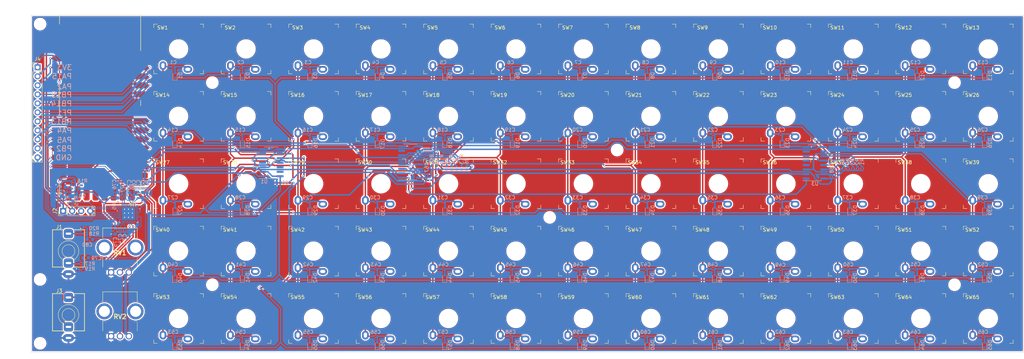
<source format=kicad_pcb>
(kicad_pcb (version 20221018) (generator pcbnew)
  (layers (0 "F.Cu" signal) (31 "B.Cu" signal) (34 "B.Paste" user) (35 "F.Paste" user) (36 "B.SilkS" user "B.Silkscreen") (37 "F.SilkS" user "F.Silkscreen") (38 "B.Mask" user) (39 "F.Mask" user) (44 "Edge.Cuts" user))
  (net 0 "")
  (net 1 "Q0")
  (net 2 "Net-(D1-A)")
  (net 3 "Q1")
  (net 4 "Net-(D2-A)")
  (net 5 "Q2")
  (net 6 "Net-(D3-A)")
  (net 7 "Q3")
  (net 8 "Net-(D4-A)")
  (net 9 "Q4")
  (net 10 "Net-(D5-A)")
  (net 11 "Q5")
  (net 12 "Net-(D6-A)")
  (net 13 "Q6")
  (net 14 "Net-(D7-A)")
  (net 15 "Q7")
  (net 16 "Net-(D8-A)")
  (net 17 "Q0_2")
  (net 18 "Net-(D9-A)")
  (net 19 "Q1_2")
  (net 20 "Net-(D10-A)")
  (net 21 "Q2_2")
  (net 22 "Net-(D11-A)")
  (net 23 "Q3_2")
  (net 24 "Net-(D12-A)")
  (net 25 "Q4_2")
  (net 26 "Net-(D13-A)")
  (net 27 "Net-(D14-A)")
  (net 28 "Net-(D15-A)")
  (net 29 "Net-(D16-A)")
  (net 30 "Net-(D17-A)")
  (net 31 "Net-(D18-A)")
  (net 32 "Net-(D19-A)")
  (net 33 "Net-(D20-A)")
  (net 34 "Net-(D21-A)")
  (net 35 "Net-(D22-A)")
  (net 36 "Net-(D23-A)")
  (net 37 "Net-(D24-A)")
  (net 38 "Net-(D25-A)")
  (net 39 "Net-(D26-A)")
  (net 40 "Net-(D27-A)")
  (net 41 "Net-(D28-A)")
  (net 42 "Net-(D29-A)")
  (net 43 "Net-(D30-A)")
  (net 44 "Net-(D31-A)")
  (net 45 "Net-(D32-A)")
  (net 46 "Net-(D33-A)")
  (net 47 "Net-(D34-A)")
  (net 48 "Net-(D35-A)")
  (net 49 "Net-(D36-A)")
  (net 50 "Net-(D37-A)")
  (net 51 "Net-(D38-A)")
  (net 52 "Net-(D39-A)")
  (net 53 "Net-(D40-A)")
  (net 54 "Net-(D41-A)")
  (net 55 "Net-(D42-A)")
  (net 56 "Net-(D43-A)")
  (net 57 "Net-(D44-A)")
  (net 58 "Net-(D45-A)")
  (net 59 "Net-(D46-A)")
  (net 60 "Net-(D47-A)")
  (net 61 "Net-(D48-A)")
  (net 62 "Net-(D49-A)")
  (net 63 "Net-(D50-A)")
  (net 64 "Net-(D51-A)")
  (net 65 "Net-(D52-A)")
  (net 66 "Net-(D53-A)")
  (net 67 "Net-(D54-A)")
  (net 68 "Net-(D55-A)")
  (net 69 "Net-(D56-A)")
  (net 70 "Net-(D57-A)")
  (net 71 "Net-(D58-A)")
  (net 72 "Net-(D59-A)")
  (net 73 "Net-(D60-A)")
  (net 74 "Net-(D61-A)")
  (net 75 "Net-(D62-A)")
  (net 76 "Net-(D63-A)")
  (net 77 "Net-(D64-A)")
  (net 78 "Net-(D65-A)")
  (net 79 "VCC")
  (net 80 "GND")
  (net 81 "Net-(U5-CM)")
  (net 82 "VDD")
  (net 83 "QA")
  (net 84 "QB")
  (net 85 "QC")
  (net 86 "QD")
  (net 87 "QE")
  (net 88 "/ICs/SCL")
  (net 89 "/ICs/SDA")
  (net 90 "/ICs/RST")
  (net 91 "/ICs/164_A")
  (net 92 "/ICs/164_CLK")
  (net 96 "/ICs/165_SL")
  (net 97 "/ICs/165_CLK")
  (net 99 "/ICs/165_QH")
  (net 100 "Net-(U2-DS)")
  (net 106 "/ICs/PB2")
  (net 107 "/ICs/PA5")
  (net 108 "/ICs/PA4")
  (net 109 "/ICs/PB13")
  (net 110 "/ICs/PF1")
  (net 111 "/ICs/PB14")
  (net 112 "/ICs/PB15")
  (net 113 "/ICs/PA15")
  (net 114 "/ICs/PA2")
  (net 115 "/ICs/DIN")
  (net 116 "/ICs/DOUT")
  (net 117 "/ICs/LRCLK")
  (net 118 "/ICs/BCLK")
  (net 119 "/ICs/MCLK")
  (net 123 "/ICs/LAUX")
  (net 126 "/ICs/RAUX")
  (net 131 "/ICs/RHP")
  (net 132 "/ICs/LHP")
  (net 135 "Net-(C79-Pad1)")
  (net 136 "Net-(C80-Pad1)")
  (net 137 "Net-(J1-PadS)")
  (net 138 "Net-(J1-PadT)")
  (net 139 "/ICs/POT0")
  (net 140 "/ICs/POT1")
  (footprint "My_Parts:Gateron Low Profile Switch 2.0" (layer "F.Cu") (at 309 100)
    (fp_text reference "SW12")
    (fp_text value "SW_MEC_5G")
  )
  (footprint "My_Parts:Gateron Low Profile Switch 2.0" (layer "F.Cu") (at 328 157)
    (fp_text reference "SW52")
    (fp_text value "SW_MEC_5G")
  )
  (footprint "My_Parts:Gateron Low Profile Switch 2.0" (layer "F.Cu") (at 100 157)
    (fp_text reference "SW40")
    (fp_text value "SW_MEC_5G")
  )
  (footprint "My_Parts:Gateron Low Profile Switch 2.0" (layer "F.Cu") (at 176 157)
    (fp_text reference "SW44")
    (fp_text value "SW_MEC_5G")
  )
  (footprint "My_Parts:Gateron Low Profile Switch 2.0" (layer "F.Cu") (at 176 100)
    (fp_text reference "SW5")
    (fp_text value "SW_MEC_5G")
  )
  (footprint "My_Parts:Gateron Low Profile Switch 2.0" (layer "F.Cu") (at 328 119)
    (fp_text reference "SW26")
    (fp_text value "SW_MEC_5G")
  )
  (footprint "My_Parts:Gateron Low Profile Switch 2.0" (layer "F.Cu") (at 290 157)
    (fp_text reference "SW50")
    (fp_text value "SW_MEC_5G")
  )
  (footprint "My_Parts:Gateron Low Profile Switch 2.0" (layer "F.Cu") (at 195 157)
    (fp_text reference "SW45")
    (fp_text value "SW_MEC_5G")
  )
  (footprint "My_Parts:Gateron Low Profile Switch 2.0" (layer "F.Cu") (at 252 138)
    (fp_text reference "SW35")
    (fp_text value "SW_MEC_5G")
  )
  (footprint "My_Parts:Gateron Low Profile Switch 2.0" (layer "F.Cu") (at 100 176)
    (fp_text reference "SW53")
    (fp_text value "SW_MEC_5G")
  )
  (footprint "My_Parts:Gateron Low Profile Switch 2.0" (layer "F.Cu") (at 176 176)
    (fp_text reference "SW57")
    (fp_text value "SW_MEC_5G")
  )
  (footprint "My_Parts:Gateron Low Profile Switch 2.0" (layer "F.Cu") (at 214 157)
    (fp_text reference "SW46")
    (fp_text value "SW_MEC_5G")
  )
  (footprint "My_Parts:Gateron Low Profile Switch 2.0" (layer "F.Cu") (at 233 100)
    (fp_text reference "SW8")
    (fp_text value "SW_MEC_5G")
  )
  (footprint "My_Parts:Gateron Low Profile Switch 2.0" (layer "F.Cu") (at 119 138)
    (fp_text reference "SW28")
    (fp_text value "SW_MEC_5G")
  )
  (footprint "My_Parts:Gateron Low Profile Switch 2.0" (layer "F.Cu") (at 233 176)
    (fp_text reference "SW60")
    (fp_text value "SW_MEC_5G")
  )
  (footprint "My_Parts:Gateron Low Profile Switch 2.0" (layer "F.Cu") (at 195 119)
    (fp_text reference "SW19")
    (fp_text value "SW_MEC_5G")
  )
  (footprint "My_Parts:Gateron Low Profile Switch 2.0" (layer "F.Cu") (at 290 119)
    (fp_text reference "SW24")
    (fp_text value "SW_MEC_5G")
  )
  (footprint "My_Parts:Gateron Low Profile Switch 2.0" (layer "F.Cu") (at 195 100)
    (fp_text reference "SW6")
    (fp_text value "SW_MEC_5G")
  )
  (footprint "My_Parts:Gateron Low Profile Switch 2.0" (layer "F.Cu") (at 176 138)
    (fp_text reference "SW31")
    (fp_text value "SW_MEC_5G")
  )
  (footprint "My_Parts:Gateron Low Profile Switch 2.0" (layer "F.Cu") (at 138 176)
    (fp_text reference "SW55")
    (fp_text value "SW_MEC_5G")
  )
  (footprint "My_Parts:Gateron Low Profile Switch 2.0" (layer "F.Cu") (at 100 119)
    (fp_text reference "SW14")
    (fp_text value "SW_MEC_5G")
  )
  (footprint "My_Parts:Gateron Low Profile Switch 2.0" (layer "F.Cu") (at 271 138)
    (fp_text reference "SW36")
    (fp_text value "SW_MEC_5G")
  )
  (footprint "MountingHole:MountingHole_3.2mm_M3" (layer "F.Cu") (at 318.5 166.5)
    (fp_text reference "REF**" hide)
    (fp_text value "MountingHole_3.2mm_M3" hide)
  )
  (footprint "My_Parts:Gateron Low Profile Switch 2.0" (layer "F.Cu") (at 157 176)
    (fp_text reference "SW56")
    (fp_text value "SW_MEC_5G")
  )
  (footprint "My_Parts:Gateron Low Profile Switch 2.0" (layer "F.Cu") (at 290 176)
    (fp_text reference "SW63")
    (fp_text value "SW_MEC_5G")
  )
  (footprint "My_Parts:Jack_3.5mm_QingPu_WQP-PJ366ST_Vertical" (layer "F.Cu") (at 69 157)
    (fp_text reference "J1")
    (fp_text value "AudioJack2_Ground")
  )
  (footprint "My_Parts:PTV09A4015UB103" (layer "F.Cu") (at 81 163)
    (fp_text reference "RV1")
    (fp_text value "R_Potentiometer" hide)
  )
  (footprint "My_Parts:Gateron Low Profile Switch 2.0" (layer "F.Cu") (at 138 157)
    (fp_text reference "SW42")
    (fp_text value "SW_MEC_5G")
  )
  (footprint "My_Parts:Gateron Low Profile Switch 2.0" (layer "F.Cu") (at 328 138)
    (fp_text reference "SW39")
    (fp_text value "SW_MEC_5G")
  )
  (footprint "My_Parts:Gateron Low Profile Switch 2.0" (layer "F.Cu") (at 309 176)
    (fp_text reference "SW64")
    (fp_text value "SW_MEC_5G")
  )
  (footprint "My_Parts:Gateron Low Profile Switch 2.0" (layer "F.Cu") (at 271 157)
    (fp_text reference "SW49")
    (fp_text value "SW_MEC_5G")
  )
  (footprint "My_Parts:Gateron Low Profile Switch 2.0" (layer "F.Cu") (at 119 176)
    (fp_text reference "SW54")
    (fp_text value "SW_MEC_5G")
  )
  (footprint "My_Parts:Gateron Low Profile Switch 2.0" (layer "F.Cu") (at 214 100)
    (fp_text reference "SW7")
    (fp_text value "SW_MEC_5G")
  )
  (footprint "My_Parts:Gateron Low Profile Switch 2.0" (layer "F.Cu") (at 100 138)
    (fp_text reference "SW27")
    (fp_text value "SW_MEC_5G")
  )
  (footprint "MountingHole:MountingHole_3.2mm_M3" (layer "F.Cu") (at 204.5 147.5)
    (fp_text reference "REF**" hide)
    (fp_text value "MountingHole_3.2mm_M3" hide)
  )
  (footprint "My_Parts:Gateron Low Profile Switch 2.0" (layer "F.Cu") (at 214 176)
    (fp_text reference "SW59")
    (fp_text value "SW_MEC_5G")
  )
  (footprint "My_Parts:Gateron Low Profile Switch 2.0" (layer "F.Cu") (at 271 100)
    (fp_text reference "SW10")
    (fp_text value "SW_MEC_5G")
  )
  (footprint "MountingHole:MountingHole_3.2mm_M3" (layer "F.Cu") (at 61 93)
    (fp_text reference "REF**" hide)
    (fp_text value "MountingHole_3.2mm_M3" hide)
  )
  (footprint "My_Parts:Gateron Low Profile Switch 2.0" (layer "F.Cu") (at 157 119)
    (fp_text reference "SW17")
    (fp_text value "SW_MEC_5G")
  )
  (footprint "My_Parts:Gateron Low Profile Switch 2.0" (layer "F.Cu") (at 309 138)
    (fp_text reference "SW38")
    (fp_text value "SW_MEC_5G")
  )
  (footprint "Connector_PinHeader_2.54mm:PinHeader_1x11_P2.54mm_Vertical" (layer "F.Cu") (at 60.3 105.19)
    (fp_text reference "J4")
    (fp_text value "Conn_01x11")
  )
  (footprint "MountingHole:MountingHole_3.2mm_M3" (layer "F.Cu") (at 223.5 128.5)
    (fp_text reference "REF**" hide)
    (fp_text value "MountingHole_3.2mm_M3" hide)
  )
  (footprint "My_Parts:Gateron Low Profile Switch 2.0" (layer "F.Cu") (at 176 119)
    (fp_text reference "SW18")
    (fp_text value "SW_MEC_5G")
  )
  (footprint "MountingHole:MountingHole_3.2mm_M3" (layer "F.Cu") (at 109.5 166.5)
    (fp_text reference "REF**" hide)
    (fp_text value "MountingHole_3.2mm_M3" hide)
  )
  (footprint "My_Parts:Gateron Low Profile Switch 2.0" (layer "F.Cu") (at 119 119)
    (fp_text reference "SW15")
    (fp_text value "SW_MEC_5G")
  )
  (footprint "MountingHole:MountingHole_3.2mm_M3" (layer "F.Cu") (at 61 183)
    (fp_text reference "REF**" hide)
    (fp_text value "MountingHole_3.2mm_M3" hide)
  )
  (footprint "My_Parts:Gateron Low Profile Switch 2.0" (layer "F.Cu") (at 138 138)
    (fp_text reference "SW29")
    (fp_text value "SW_MEC_5G")
  )
  (footprint "My_Parts:Gateron Low Profile Switch 2.0" (layer "F.Cu") (at 271 176)
    (fp_text reference "SW62")
    (fp_text value "SW_MEC_5G")
  )
  (footprint "My_Parts:Gateron Low Profile Switch 2.0" (layer "F.Cu") (at 100 100)
    (fp_text reference "SW1")
    (fp_text value "SW_MEC_5G")
  )
  (footprint "My_Parts:Gateron Low Profile Switch 2.0" (layer "F.Cu") (at 233 119)
    (fp_text reference "SW21")
    (fp_text value "SW_MEC_5G")
  )
  (footprint "My_Parts:Gateron Low Profile Switch 2.0" (layer "F.Cu") (at 252 119)
    (fp_text reference "SW22")
    (fp_text value "SW_MEC_5G")
  )
  (footprint "My_Parts:Gateron Low Profile Switch 2.0" (layer "F.Cu") (at 328 100)
    (fp_text reference "SW13")
    (fp_text value "SW_MEC_5G")
  )
  (footprint "My_Parts:Gateron Low Profile Switch 2.0" (layer "F.Cu") (at 328 176)
    (fp_text reference "SW65")
    (fp_text value "SW_MEC_5G")
  )
  (footprint "My_Parts:Gateron Low Profile Switch 2.0" (layer "F.Cu") (at 157 100)
    (fp_text reference "SW4")
    (fp_text value "SW_MEC_5G")
  )
  (footprint "My_Parts:Gateron Low Profile Switch 2.0" (layer "F.Cu") (at 309 119)
    (fp_text reference "SW25")
    (fp_text value "SW_MEC_5G")
  )
  (footprint "My_Parts:Gateron Low Profile Switch 2.0" (layer "F.Cu") (at 233 157)
    (fp_text reference "SW47")
    (fp_text value "SW_MEC_5G")
  )
  (footprint "My_Parts:Gateron Low Profile Switch 2.0" (layer "F.Cu") (at 138 119)
    (fp_text reference "SW16")
    (fp_text value "SW_MEC_5G")
  )
  (footprint "MountingHole:MountingHole_3.2mm_M3" (layer "F.Cu") (at 61 165)
    (fp_text reference "REF**" hide)
    (fp_text value "MountingHole_3.2mm_M3" hide)
  )
  (footprint "My_Parts:Gateron Low Profile Switch 2.0" (layer "F.Cu") (at 157 138)
    (fp_text reference "SW30")
    (fp_text value "SW_MEC_5G")
  )
  (footprint "My_Parts:Gateron Low Profile Switch 2.0" (layer "F.Cu") (at 290 138)
    (fp_text reference "SW37")
    (fp_text value "SW_MEC_5G")
  )
  (footprint "My_Parts:Gateron Low Profile Switch 2.0" (layer "F.Cu") (at 252 157)
    (fp_text reference "SW48")
    (fp_text value "SW_MEC_5G")
  )
  (footprint "My_Parts:PTV09A4015UB103" (layer "F.Cu") (at 81 181)
    (fp_text reference "RV2")
    (fp_text value "R_Potentiometer" hide)
  )
  (footprint "My_Parts:Gateron Low Profile Switch 2.0" (layer "F.Cu") (at 119 100)
    (fp_text reference "SW2")
    (fp_text value "SW_MEC_5G")
  )
  (footprint "My_Parts:Gateron Low Profile Switch 2.0" (layer "F.Cu") (at 233 138)
    (fp_text reference "SW34")
    (fp_text value "SW_MEC_5G")
  )
  (footprint "My_Parts:Gateron Low Profile Switch 2.0" (layer "F.Cu") (at 119 157)
    (fp_text reference "SW41")
    (fp_text value "SW_MEC_5G")
  )
  (footprint "My_Parts:Gateron Low Profile Switch 2.0" (layer "F.Cu") (at 252 100)
    (fp_text reference "SW9")
    (fp_text value "SW_MEC_5G")
  )
  (footprint "My_Parts:Gateron Low Profile Switch 2.0" (layer "F.Cu") (at 195 176)
    (fp_text reference "SW58")
    (fp_text value "SW_MEC_5G")
  )
  (footprint "My_Parts:Jack_3.5mm_QingPu_WQP-PJ366ST_Vertical" (layer "F.Cu") (at 69 175)
    (fp_text reference "J3")
    (fp_text value "AudioJack2_Ground")
  )
  (footprint "My_Parts:Gateron Low Profile Switch 2.0" (layer "F.Cu") (at 309 157)
    (fp_text reference "SW51")
    (fp_text value "SW_MEC_5G")
  )
  (footprint "My_Parts:Gateron Low Profile Switch 2.0" (layer "F.Cu") (at 290 100)
    (fp_text reference "SW11")
    (fp_text value "SW_MEC_5G")
  )
  (footprint "My_Parts:Gateron Low Profile Switch 2.0" (layer "F.Cu") (at 214 138)
    (fp_text reference "SW33")
    (fp_text value "SW_MEC_5G")
  )
  (footprint "My_Parts:Gateron Low Profile Switch 2.0" (layer "F.Cu") (at 157 157)
    (fp_text reference "SW43")
    (fp_text value "SW_MEC_5G")
  )
  (footprint "My_Parts:Gateron Low Profile Switch 2.0" (layer "F.Cu") (at 138 100)
    (fp_text reference "SW3")
    (fp_text value "SW_MEC_5G")
  )
  (footprint "Connector_PinHeader_2.54mm:PinHeader_1x04_P2.54mm_Vertical" (layer "F.Cu") (at 67.5 145.7 90)
    (fp_text reference "J2")
    (fp_text value "Conn_01x04")
  )
  (footprint "MountingHole:MountingHole_3.2mm_M3" (layer "F.Cu") (at 109.5 109.5)
    (fp_text reference "REF**" hide)
    (fp_text value "MountingHole_3.2mm_M3" hide)
  )
  (footprint "My_Parts:Gateron Low Profile Switch 2.0" (layer "F.Cu") (at 252 176)
    (fp_text reference "SW61")
    (fp_text value "SW_MEC_5G")
  )
  (footprint "My_Parts:Gateron Low Profile Switch 2.0" (layer "F.Cu") (at 271 119)
    (fp_text reference "SW23")
    (fp_text value "SW_MEC_5G")
  )
  (footprint "My_Parts:C4NDY_BOARD" (layer "F.Cu") (at 89.33 90.5 180)
    (fp_text reference "U4")
    (fp_text value "~")
  )
  (footprint "My_Parts:Gateron Low Profile Switch 2.0" (layer "F.Cu") (at 195 138)
    (fp_text reference "SW32")
    (fp_text value "SW_MEC_5G")
  )
  (footprint "My_Parts:Gateron Low Profile Switch 2.0" (layer "F.Cu") (at 214 119)
    (fp_text reference "SW20")
    (fp_text value "SW_MEC_5G")
  )
  (footprint "MountingHole:MountingHole_3.2mm_M3" (layer "F.Cu") (at 318.5 109.5)
    (fp_text reference "REF**" hide)
    (fp_text value "MountingHole_3.2mm_M3" hide)
  )
  (footprint "Capacitor_SMD:C_0402_1005Metric" (layer "B.Cu") (at 88.5521 141.57 90)
    (fp_text reference "C72")
    (fp_text value "100nF")
  )
  (footprint "Diode_SMD:D_SOD-523" (layer "B.Cu") (at 289 145.5 90)
    (fp_text reference "D37")
    (fp_text value "1N4148WT")
  )
  (footprint "Capacitor_SMD:C_0402_1005Metric" (layer "B.Cu") (at 155.52 162)
    (fp_text reference "C43")
    (fp_text value "100nF")
  )
  (footprint "Capacitor_SMD:C_0402_1005Metric" (layer "B.Cu") (at 326.52 143)
    (fp_text reference "C39")
    (fp_text value "100nF")
  )
  (footprint "Diode_SMD:D_SOD-523" (layer "B.Cu") (at 326.9536 164.5168 90)
    (fp_text reference "D52")
    (fp_text value "1N4148WT")
  )
  (footprint "Resistor_SMD:R_0402_1005Metric" (layer "B.Cu") (at 73.71 152.1)
    (fp_text reference "R18")
    (fp_text value "1k")
  )
  (footprint "Resistor_SMD:R_0402_1005Metric" (layer "B.Cu") (at 171.3 133.5 90)
    (fp_text reference "R10")
    (fp_text value "10k")
  )
  (footprint "Diode_SMD:D_SOD-523" (layer "B.Cu") (at 326.9702 126.5221 90)
    (fp_text reference "D26")
    (fp_text value "1N4148WT")
  )
  (footprint "Capacitor_SMD:C_0402_1005Metric" (layer "B.Cu") (at 98.52 143)
    (fp_text reference "C27")
    (fp_text value "100nF")
  )
  (footprint "Capacitor_SMD:C_0402_1005Metric" (layer "B.Cu") (at 269.48 181)
    (fp_text reference "C62")
    (fp_text value "100nF")
  )
  (footprint "Diode_SMD:D_SOD-523" (layer "B.Cu") (at 174.9702 126.5221 90)
    (fp_text reference "D18")
    (fp_text value "1N4148WT")
  )
  (footprint "Diode_SMD:D_SOD-523" (layer "B.Cu") (at 250.9536 164.5168 90)
    (fp_text reference "D48")
    (fp_text value "1N4148WT")
  )
  (footprint "Resistor_SMD:R_0402_1005Metric" (layer "B.Cu") (at 72.585 160.6)
    (fp_text reference "R17")
    (fp_text value "1k")
  )
  (footprint "Capacitor_SMD:C_0402_1005Metric" (layer "B.Cu") (at 288.48 105)
    (fp_text reference "C11")
    (fp_text value "100nF")
  )
  (footprint "Capacitor_SMD:C_0603_1608Metric" (layer "B.Cu") (at 68.1 139.8 90)
    (fp_text reference "C78")
    (fp_text value "1uF")
  )
  (footprint "Capacitor_SMD:C_0402_1005Metric" (layer "B.Cu") (at 155.48 143)
    (fp_text reference "C30")
    (fp_text value "100nF")
  )
  (footprint "Diode_SMD:D_SOD-523" (layer "B.Cu") (at 232 145.5 90)
    (fp_text reference "D34")
    (fp_text value "1N4148WT")
  )
  (footprint "Capacitor_SMD:C_0402_1005Metric" (layer "B.Cu") (at 288.52 124)
    (fp_text reference "C24")
    (fp_text value "100nF")
  )
  (footprint "Diode_SMD:D_SOD-523" (layer "B.Cu") (at 326.9539 183.4951 90)
    (fp_text reference "D65")
    (fp_text value "1N4148WT")
  )
  (footprint "Capacitor_SMD:C_0402_1005Metric" (layer "B.Cu") (at 269.52 105)
    (fp_text reference "C10")
    (fp_text value "100nF")
  )
  (footprint "Resistor_SMD:R_0402_1005Metric" (layer "B.Cu") (at 292.5 133.7 90)
    (fp_text reference "R1")
    (fp_text value "10k")
  )
  (footprint "Diode_SMD:D_SOD-523" (layer "B.Cu") (at 193.9539 183.4951 90)
    (fp_text reference "D58")
    (fp_text value "1N4148WT")
  )
  (footprint "Diode_SMD:D_SOD-523" (layer "B.Cu") (at 136.9702 126.5221 90)
    (fp_text reference "D16")
    (fp_text value "1N4148WT")
  )
  (footprint "Capacitor_SMD:C_0402_1005Metric" (layer "B.Cu") (at 174.48 181)
    (fp_text reference "C57")
    (fp_text value "100nF")
  )
  (footprint "Capacitor_SMD:C_0402_1005Metric" (layer "B.Cu") (at 231.52 162)
    (fp_text reference "C47")
    (fp_text value "100nF")
  )
  (footprint "Diode_SMD:D_SOD-523" (layer "B.Cu") (at 231.9702 126.5221 90)
    (fp_text reference "D21")
    (fp_text value "1N4148WT")
  )
  (footprint "Capacitor_SMD:C_0402_1005Metric" (layer "B.Cu") (at 83.5521 151.1279 -90)
    (fp_text reference "C74")
    (fp_text value "100nF")
  )
  (footprint "Diode_SMD:D_SOD-523" (layer "B.Cu") (at 194 145.5 90)
    (fp_text reference "D32")
    (fp_text value "1N4148WT")
  )
  (footprint "Capacitor_SMD:C_0402_1005Metric" (layer "B.Cu") (at 193.48 181)
    (fp_text reference "C58")
    (fp_text value "100nF")
  )
  (footprint "Capacitor_SMD:C_0402_1005Metric" (layer "B.Cu") (at 269.48 162.09)
    (fp_text reference "C49")
    (fp_text value "100nF")
  )
  (footprint "Diode_SMD:D_SOD-523" (layer "B.Cu") (at 156 145.5 90)
    (fp_text reference "D30")
    (fp_text value "1N4148WT")
  )
  (footprint "Diode_SMD:D_SOD-523" (layer "B.Cu") (at 174.9536 164.5168 90)
    (fp_text reference "D44")
    (fp_text value "1N4148WT")
  )
  (footprint "Capacitor_SMD:C_0402_1005Metric" (layer "B.Cu") (at 212.52 143)
    (fp_text reference "C33")
    (fp_text value "100nF")
  )
  (footprint "Capacitor_SMD:C_0402_1005Metric" (layer "B.Cu") (at 231.52 105)
    (fp_text reference "C8")
    (fp_text value "100nF")
  )
  (footprint "Capacitor_SMD:C_0603_1608Metric" (layer "B.Cu") (at 73.8 158.9)
    (fp_text reference "C79")
    (fp_text value "10uF")
  )
  (footprint "Diode_SMD:D_SOD-523" (layer "B.Cu") (at 269.9702 126.5221 90)
    (fp_text reference "D23")
    (fp_text value "1N4148WT")
  )
  (footprint "Diode_SMD:D_SOD-523" (layer "B.Cu") (at 289 107.5 90)
    (fp_text reference "D11")
    (fp_text value "1N4148WT")
  )
  (footprint "Capacitor_SMD:C_0402_1005Metric" (layer "B.Cu") (at 212.48 162)
    (fp_text reference "C46")
    (fp_text value "100nF")
  )
  (footprint "Capacitor_SMD:C_0402_1005Metric" (layer "B.Cu") (at 128.13 137.63 180)
    (fp_text reference "C66")
    (fp_text value "100nF")
  )
  (footprint "Diode_SMD:D_SOD-523" (layer "B.Cu") (at 117.9539 183.4951 90)
    (fp_text reference "D54")
    (fp_text value "1N4148WT")
  )
  (footprint "Capacitor_SMD:C_0402_1005Metric" (layer "B.Cu") (at 155.48 181)
    (fp_text reference "C56")
    (fp_text value "100nF")
  )
  (footprint "Capacitor_SMD:C_0402_1005Metric" (layer "B.Cu") (at 117.52 162)
    (fp_text reference "C41")
    (fp_text value "100nF")
  )
  (footprint "Resistor_SMD:R_0402_1005Metric" (layer "B.Cu") (at 172.7 133.5 90)
    (fp_text reference "R9")
    (fp_text value "10k")
  )
  (footprint "Diode_SMD:D_SOD-523" (layer "B.Cu") (at 231.9539 183.4951 90)
    (fp_text reference "D60")
    (fp_text value "1N4148WT")
  )
  (footprint "Diode_SMD:D_SOD-523" (layer "B.Cu") (at 269.9539 183.4951 90)
    (fp_text reference "D62")
    (fp_text value "1N4148WT")
  )
  (footprint "Capacitor_SMD:C_0603_1608Metric" (layer "B.Cu") (at 82.8 141.2479 90)
    (fp_text reference "C76")
    (fp_text value "10uF")
  )
  (footprint "Diode_SMD:D_SOD-523" (layer "B.Cu") (at 231.9536 164.5168 90)
    (fp_text reference "D47")
    (fp_text value "1N4148WT")
  )
  (footprint "Diode_SMD:D_SOD-523" (layer "B.Cu") (at 194 107.5 90)
    (fp_text reference "D6")
    (fp_text value "1N4148WT")
  )
  (footprint "Capacitor_SMD:C_0402_1005Metric" (layer "B.Cu") (at 117.48 181)
    (fp_text reference "C54")
    (fp_text value "100nF")
  )
  (footprint "Capacitor_SMD:C_0402_1005Metric" (layer "B.Cu") (at 136.48 105)
    (fp_text reference "C3")
    (fp_text value "100nF")
  )
  (footprint "Capacitor_SMD:C_0402_1005Metric" (layer "B.Cu") (at 326.48 162)
    (fp_text reference "C52")
    (fp_text value "100nF")
  )
  (footprint "Resistor_SMD:R_0402_1005Metric" (layer "B.Cu") (at 70.4 137.3 180)
    (fp_text reference "R16")
    (fp_text value "10k")
  )
  (footprint "Capacitor_SMD:C_0402_1005Metric" (layer "B.Cu") (at 174.52 105)
    (fp_text reference "C5")
    (fp_text value "100nF")
  )
  (footprint "Capacitor_SMD:C_0402_1005Metric" (layer "B.Cu") (at 136.48 162)
    (fp_text reference "C42")
    (fp_text value "100nF")
  )
  (footprint "My_Parts:CP_32_4_ADI" (layer "B.Cu") (at 85.9021 146.35 -90)
    (fp_text reference "U5")
    (fp_text value "ADAU1761BCPZ")
  )
  (footprint "Capacitor_SMD:C_0402_1005Metric" (layer "B.Cu") (at 326.52 105)
    (fp_text reference "C13")
    (fp_text value "100nF")
  )
  (footprint "Diode_SMD:D_SOD-523" (layer "B.Cu") (at 193.9702 126.5221 90)
    (fp_text reference "D19")
    (fp_text value "1N4148WT")
  )
  (footprint "Capacitor_SMD:C_0402_1005Metric" (layer "B.Cu") (at 283.8 136 90)
    (fp_text reference "C68")
    (fp_text value "100nF")
  )
  (footprint "Capacitor_SMD:C_0402_1005Metric" (layer "B.Cu") (at 117.52 143)
    (fp_text reference "C28")
    (fp_text value "100nF")
  )
  (footprint "Package_SO:SOIC-16_3.9x9.9mm_P1.27mm" (layer "B.Cu") (at 165.3 131.9)
    (fp_text reference "U2")
    (fp_text value "74HC165")
  )
  (footprint "Diode_SMD:D_SOD-523" (layer "B.Cu") (at 117.9702 126.5221 90)
    (fp_text reference "D15")
    (fp_text value "1N4148WT")
  )
  (footprint "Resistor_SMD:R_0402_1005Metric" (layer "B.Cu") (at 289.9 133.69 90)
    (fp_text reference "R3")
    (fp_text value "10k")
  )
  (footprint "Capacitor_SMD:C_0402_1005Metric" (layer "B.Cu") (at 174.48 124)
    (fp_text reference "C18")
    (fp_text value "100nF")
  )
  (footprint "Capacitor_SMD:C_0603_1608Metric" (layer "B.Cu") (at 75 153.7)
    (fp_text reference "C80")
    (fp_text value "10uF")
  )
  (footprint "Capacitor_SMD:C_0402_1005Metric" (layer "B.Cu") (at 250.48 162)
    (fp_text reference "C48")
    (fp_text value "100nF")
  )
  (footprint "Capacitor_SMD:C_0603_1608Metric" (layer "B.Cu") (at 82.1521 151.4229 -90)
    (fp_text reference "C75")
    (fp_text value "10uF")
  )
  (footprint "Diode_SMD:D_SOD-523" (layer "B.Cu") (at 212.9539 183.4951 90)
    (fp_text reference "D59")
    (fp_text value "1N4148WT")
  )
  (footprint "Resistor_SMD:R_0402_1005Metric" (layer "B.Cu") (at 176.9 133.5 90)
    (fp_text reference "R12")
    (fp_text value "10k")
  )
  (footprint "Capacitor_SMD:C_0402_1005Metric" (layer "B.Cu") (at 212.48 124)
    (fp_text reference "C20")
    (fp_text value "100nF")
  )
  (footprint "Capacitor_SMD:C_0402_1005Metric" (layer "B.Cu") (at 98.48 162)
    (fp_text reference "C40")
    (fp_text value "100nF")
  )
  (footprint "Diode_SMD:D_SOD-523" (layer "B.Cu") (at 327 145.5 90)
    (fp_text reference "D39")
    (fp_text value "1N4148WT")
  )
  (footprint "Capacitor_SMD:C_0402_1005Metric" (layer "B.Cu") (at 307.52 181)
    (fp_text reference "C64")
    (fp_text value "100nF")
  )
  (footprint "Capacitor_SMD:C_0402_1005Metric" (layer "B.Cu") (at 169.8 135.8 90)
    (fp_text reference "C67")
    (fp_text value "100nF")
  )
  (footprint "Capacitor_SMD:C_0402_1005Metric" (layer "B.Cu") (at 307.52 105)
    (fp_text reference "C12")
    (fp_text value "100nF")
  )
  (footprint "Resistor_SMD:R_0402_1005Metric" (layer "B.Cu") (at 287.3 133.7 90)
    (fp_text reference "R5")
    (fp_text value "10k")
  )
  (footprint "Capacitor_SMD:C_0402_1005Metric" (layer "B.Cu") (at 174.52 143)
    (fp_text reference "C31")
    (fp_text value "100nF")
  )
  (footprint "Capacitor_SMD:C_0402_1005Metric" (layer "B.Cu") (at 136.48 124)
    (fp_text reference "C16")
    (fp_text value "100nF")
  )
  (footprint "Diode_SMD:D_SOD-523" (layer "B.Cu") (at 269.9536 164.5168 90)
    (fp_text reference "D49")
    (fp_text value "1N4148WT")
  )
  (footprint "Diode_SMD:D_SOD-523" (layer "B.Cu") (at 307.9536 164.5168 90)
    (fp_text reference "D51")
    (fp_text value "1N4148WT")
  )
  (footprint "Capacitor_SMD:C_0402_1005Metric" (layer "B.Cu") (at 288.52 143)
    (fp_text reference "C37")
    (fp_text value "100nF")
  )
  (footprint "My_Parts:SOT-23-5_M5_MCH" (layer "B.Cu") (at 71.2 139.4)
    (fp_text reference "U6")
    (fp_text value "MIC2005A-1YM5-TR")
  )
  (footprint "Capacitor_SMD:C_0402_1005Metric" (layer "B.Cu") (at 117.52 105)
    (fp_text reference "C2")
    (fp_text value "100nF")
  )
  (footprint "Resistor_SMD:R_0402_1005Metric" (layer "B.Cu") (at 67.5 143.2 -90)
    (fp_text reference "R14")
    (fp_text value "10k")
  )
  (footprint "Capacitor_SMD:C_0402_1005Metric" (layer "B.Cu") (at 84.8521 151.1279 -90)
    (fp_text reference "C73")
    (fp_text value "100nF")
  )
  (footprint "Resistor_SMD:R_0402_1005Metric" (layer "B.Cu") (at 72.565 162)
    (fp_text reference "R19")
    (fp_text value "49.9")
  )
  (footprint "Diode_SMD:D_SOD-523" (layer "B.Cu") (at 136.9536 164.5168 90)
    (fp_text reference "D42")
    (fp_text value "1N4148WT")
  )
  (footprint "Package_SO:SOIC-16_3.9x9.9mm_P1.27mm" (layer "B.Cu") (at 279.2 132.1)
    (fp_text reference "U3")
    (fp_text value "74HC165")
  )
  (footprint "Package_SO:SOIC-14_3.9x8.7mm_P1.27mm" (layer "B.Cu") (at 126.125 132.09)
    (fp_text reference "U1")
    (fp_text value "74HC164")
  )
  (footprint "Capacitor_SMD:C_0402_1005Metric" (layer "B.Cu") (at 193.48 124)
    (fp_text reference "C19")
    (fp_text value "100nF")
  )
  (footprint "Resistor_SMD:R_0402_1005Metric" (layer "B.Cu") (at 73.7 150.6)
    (fp_text reference "R20")
    (fp_text value "49.9")
  )
  (footprint "Capacitor_SMD:C_0402_1005Metric" (layer "B.Cu") (at 250.48 143)
    (fp_text reference "C35")
    (fp_text value "100nF")
  )
  (footprint "Diode_SMD:D_SOD-523" (layer "B.Cu") (at 212.9702 126.5221 90)
    (fp_text reference "D20")
    (fp_text value "1N4148WT")
  )
  (footprint "Capacitor_SMD:C_0402_1005Metric" (layer "B.Cu") (at 288.52 181)
    (fp_text reference "C63")
    (fp_text value "100nF")
  )
  (footprint "Diode_SMD:D_SOD-523" (layer "B.Cu") (at 99 145.5 90)
    (fp_text reference "D27")
    (fp_text value "1N4148WT")
  )
  (footprint "Resistor_SMD:R_0402_1005Metric" (layer "B.Cu") (at 175.5 133.5 90)
    (fp_text reference "R8")
    (fp_text value "10k")
  )
  (footprint "Diode_SMD:D_SOD-523" (layer "B.Cu") (at 327 107.5 90)
    (fp_text reference "D13")
    (fp_text value "1N4148WT")
  )
  (footprint "Diode_SMD:D_SOD-523" (layer "B.Cu") (at 213 145.5 90)
    (fp_text reference "D33")
    (fp_text value "1N4148WT")
  )
  (footprint "Capacitor_SMD:C_0603_1608Metric" (layer "B.Cu") (at 89.9 141.2479 90)
    (fp_text reference "C71")
    (fp_text value "10uF")
  )
  (footprint "Capacitor_SMD:C_0402_1005Metric" (layer "B.Cu") (at 136.48 143)
    (fp_text reference "C29")
    (fp_text value "100nF")
  )
  (footprint "Diode_SMD:D_SOD-523" (layer "B.Cu") (at 250.9702 126.5221 90)
    (fp_text reference "D22")
    (fp_text value "1N4148WT")
  )
  (footprint "Capacitor_SMD:C_0402_1005Metric" (layer "B.Cu") (at 193.48 162)
    (fp_text reference "C45")
    (fp_text value "100nF")
  )
  (footprint "Capacitor_SMD:C_0402_1005Metric" (layer "B.Cu") (at 250.48 181)
    (fp_text reference "C61")
    (fp_text value "100nF")
  )
  (footprint "Capacitor_SMD:C_0402_1005Metric" (layer "B.Cu") (at 307.52 124)
    (fp_text reference "C25")
    (fp_text value "100nF")
  )
  (footprint "Diode_SMD:D_SOD-523" (layer "B.Cu") (at 175 145.5 90)
    (fp_text reference "D31")
    (fp_text value "1N4148WT")
  )
  (footprint "Capacitor_SMD:C_0402_1005Metric" (layer "B.Cu") (at 231.48 124)
    (fp_text reference "C21")
    (fp_text value "100nF")
  )
  (footprint "Diode_SMD:D_SOD-523" (layer "B.Cu") (at 155.9539 183.4951 90)
    (fp_text reference "D56")
    (fp_text value "1N4148WT")
  )
  (footprint "Capacitor_SMD:C_0402_1005Metric" (layer "B.Cu") (at 269.52 143)
    (fp_text reference "C36")
    (fp_text value "100nF")
  )
  (footprint "Diode_SMD:D_SOD-523" (layer "B.Cu") (at 288.9539 183.4951 90)
    (fp_text reference "D63")
    (fp_text value "1N4148WT")
  )
  (footprint "Diode_SMD:D_SOD-523" (layer "B.Cu") (at 270 145.5 90)
    (fp_text reference "D36")
    (fp_text value "1N4148WT")
  )
  (footprint "Capacitor_SMD:C_0402_1005Metric" (layer "B.Cu") (at 307.52 143)
    (fp_text reference "C38")
    (fp_text value "100nF")
  )
  (footprint "Diode_SMD:D_SOD-523" (layer "B.Cu") (at 174.9539 183.4951 90)
    (fp_text reference "D57")
    (fp_text value "1N4148WT")
  )
  (footprint "Capacitor_SMD:C_0402_1005Metric" (layer "B.Cu") (at 193.48 143)
    (fp_text reference "C32")
    (fp_text value "100nF")
  )
  (footprint "Diode_SMD:D_SOD-523" (layer "B.Cu") (at 307.9702 126.5221 90)
    (fp_text reference "D25")
    (fp_text value "1N4148WT")
  )
  (footprint "Capacitor_SMD:C_0402_1005Metric" (layer "B.Cu") (at 269.52 124)
    (fp_text reference "C23")
    (fp_text value "100nF")
  )
  (footprint "Capacitor_SMD:C_0402_1005Metric" (layer "B.Cu") (at 288.48 162)
    (fp_text reference "C50")
    (fp_text value "100nF")
  )
  (footprint "Diode_SMD:D_SOD-523" (layer "B.Cu") (at 288.9702 126.5221 90)
    (fp_text reference "D24")
    (fp_text value "1N4148WT")
  )
  (footprint "Capacitor_SMD:C_0402_1005Metric" (layer "B.Cu") (at 174.52 162)
    (fp_text reference "C44")
    (fp_text value "100nF")
  )
  (footprint "Resistor_SMD:R_0402_1005Metric" (layer "B.Cu") (at 70 143.2 -90)
    (fp_text reference "R15")
    (fp_text value "10k")
  )
  (footprint "Diode_SMD:D_SOD-523" (layer "B.Cu") (at 307.9539 183.4951 90)
    (fp_text reference "D64")
    (fp_text value "1N4148WT")
  )
  (footprint "Diode_SMD:D_SOD-523" (layer "B.Cu") (at 156 107.5 90)
    (fp_text reference "D4")
    (fp_text value "1N4148WT")
  )
  (footprint "Capacitor_SMD:C_0402_1005Metric" (layer "B.Cu") (at 98.52 105)
    (fp_text reference "C1")
    (fp_text value "100nF")
  )
  (footprint "Diode_SMD:D_SOD-523" (layer "B.Cu") (at 136.9539 183.4951 90)
    (fp_text reference "D55")
    (fp_text value "1N4148WT")
  )
  (footprint "Diode_SMD:D_SOD-523" (layer "B.Cu") (at 212.9536 164.5168 90)
    (fp_text reference "D46")
    (fp_text value "1N4148WT")
  )
  (footprint "Capacitor_SMD:C_0402_1005Metric" (layer "B.Cu") (at 87.5 141.57 90)
    (fp_text reference "C69")
    (fp_text value "100nF")
  )
  (footprint "Capacitor_SMD:C_0402_1005Metric" (layer "B.Cu") (at 212.52 105)
    (fp_text reference "C7")
    (fp_text value "100nF")
  )
  (footprint "Diode_SMD:D_SOD-523" (layer "B.Cu") (at 98.9702 126.5221 90)
    (fp_text reference "D14")
    (fp_text value "1N4148WT")
  )
  (footprint "Diode_SMD:D_SOD-523" (layer "B.Cu") (at 251 107.5 90)
    (fp_text reference "D9")
    (fp_text value "1N4148WT")
  )
  (footprint "Diode_SMD:D_SOD-523" (layer "B.Cu") (at 288.9536 164.5168 90)
    (fp_text reference "D50")
    (fp_text value "1N4148WT")
  )
  (footprint "Capacitor_SMD:C_0402_1005Metric" (layer "B.Cu") (at 212.48 181)
    (fp_text reference "C59")
    (fp_text value "100nF")
  )
  (footprint "Capacitor_SMD:C_0402_1005Metric" (layer "B.Cu") (at 98.48 124)
    (fp_text reference "C14")
    (fp_text value "100nF")
  )
  (footprint "Diode_SMD:D_SOD-523" (layer "B.Cu") (at 137 145.5 90)
    (fp_text reference "D29")
    (fp_text value "1N4148WT")
  )
  (footprint "Diode_SMD:D_SOD-523" (layer "B.Cu") (at 99 107.5 90)
    (fp_text reference "D1")
    (fp_text value "1N4148WT")
  )
  (footprint "Capacitor_SMD:C_0402_1005Metric" (layer "B.Cu") (at 98.48 181)
    (fp_text reference "C53")
    (fp_text value "100nF")
  )
  (footprint "Capacitor_SMD:C_0402_1005Metric" (layer "B.Cu") (at 231.48 181)
    (fp_text reference "C60")
    (fp_text value "100nF")
  )
  (footprint "Capacitor_SMD:C_0402_1005Metric" (layer "B.Cu") (at 155.52 105)
    (fp_text reference "C4")
    (fp_text value "100nF")
  )
  (footprint "Diode_SMD:D_SOD-523" (layer "B.Cu") (at 251 145.5 90)
    (fp_text reference "D35")
    (fp_text value "1N4148WT")
  )
  (footprint "Diode_SMD:D_SOD-523" (layer "B.Cu") (at 137 107.5 90)
    (fp_text reference "D3")
    (fp_text value "1N4148WT")
  )
  (footprint "Capacitor_SMD:C_0402_1005Metric" (layer "B.Cu") (at 117.48 124)
    (fp_text reference "C15")
    (fp_text value "100nF")
  )
  (footprint "Diode_SMD:D_SOD-523" (layer "B.Cu") (at 308 107.5 90)
    (fp_text reference "D12")
    (fp_text value "1N4148WT")
  )
  (footprint "Diode_SMD:D_SOD-523" (layer "B.Cu") (at 270 107.5 90)
    (fp_text reference "D10")
    (fp_text value "1N4148WT")
  )
  (footprint "Diode_SMD:D_SOD-523" (layer "B.Cu") (at 193.9536 164.5168 90)
    (fp_text reference "D45")
    (fp_text value "1N4148WT")
  )
  (footprint "Diode_SMD:D_SOD-523" (layer "B.Cu") (at 155.9702 126.5221 90)
    (fp_text reference "D17")
    (fp_text value "1N4148WT")
  )
  (footprint "Capacitor_SMD:C_0402_1005Metric" (layer "B.Cu") (at 155.48 124)
    (fp_text reference "C17")
    (fp_text value "100nF")
  )
  (footprint "Resistor_SMD:R_0402_1005Metric" (layer "B.Cu") (at 288.5 133.7 90)
    (fp_text reference "R4")
    (fp_text value "10k")
  )
  (footprint "Diode_SMD:D_SOD-523" (layer "B.Cu") (at 232 107.5 90)
    (fp_text reference "D8")
    (fp_text value "1N4148WT")
  )
  (footprint "Diode_SMD:D_SOD-523" (layer "B.Cu") (at 118 107.5 90)
    (fp_text reference "D2")
    (fp_text value "1N4148WT")
  )
  (footprint "Resistor_SMD:R_0402_1005Metric" (layer "B.Cu") (at 291.2 133.7 90)
    (fp_text reference "R2")
    (fp_text value "10k")
  )
  (footprint "Resistor_SMD:R_0402_1005Metric" (layer "B.Cu") (at 174.1 133.5 90)
    (fp_text reference "R11")
    (fp_text value "10k")
  )
  (footprint "Capacitor_SMD:C_0603_1608Metric" (layer "B.Cu") (at 86.2 141.3 90)
    (fp_text reference "C70")
    (fp_text value "10uF")
  )
  (footprint "Capacitor_SMD:C_0402_1005Metric" (layer "B.Cu") (at 84.1521 141.5479 90)
    (fp_text reference "C77")
    (fp_text value "100nF")
  )
  (footprint "Capacitor_SMD:C_0402_1005Metric" (layer "B.Cu") (at 250.52 105)
    (fp_text reference "C9")
    (fp_text value "100nF")
  )
  (footprint "Capacitor_SMD:C_0402_1005Metric" (layer "B.Cu") (at 326.52 124)
    (fp_text reference "C26")
    (fp_text value "100nF")
  )
  (footprint "Diode_SMD:D_SOD-523" (layer "B.Cu") (at 175 107.5 90)
    (fp_text reference "D5")
    (fp_text value "1N4148WT")
  )
  (footprint "Capacitor_SMD:C_0402_1005Metric" (layer "B.Cu") (at 250.52 124)
    (fp_text reference "C22")
    (fp_text value "100nF")
  )
  (footprint "Diode_SMD:D_SOD-523" (layer "B.Cu") (at 117.9536 164.5168 90)
    (fp_text reference "D41")
    (fp_text value "1N4148WT")
  )
  (footprint "Capacitor_SMD:C_0402_1005Metric" (layer "B.Cu") (at 193.52 105)
    (fp_text reference "C6")
    (fp_text value "100nF")
  )
  (footprint "Diode_SMD:D_SOD-523" (layer "B.Cu") (at 155.9536 164.5168 90)
    (fp_text reference "D43")
    (fp_text value "1N4148WT")
  )
  (footprint "Capacitor_SMD:C_0402_1005Metric" (layer "B.Cu") (at 136.52 181)
    (fp_text reference "C55")
    (fp_text value "100nF")
  )
  (footprint "Diode_SMD:D_SOD-523" (layer "B.Cu") (at 250.9539 183.4951 90)
    (fp_text reference "D61")
    (fp_text value "1N4148WT")
  )
  (footprint "Capacitor_SMD:C_0402_1005Metric" (layer "B.Cu") (at 231.52 143)
    (fp_text reference "C34")
    (fp_text value "100nF")
  )
  (footprint "Diode_SMD:D_SOD-523" (layer "B.Cu") (at 98.9536 164.5168 90)
    (fp_text reference "D40")
    (fp_text value "1N4148WT")
  )
  (footprint "Diode_SMD:D_SOD-523" (layer "B.Cu") (at 98.9539 183.4951 90)
    (fp_text reference "D53")
    (fp_text value "1N4148WT")
  )
  (footprint "Diode_SMD:D_SOD-523" (layer "B.Cu") (at 213 107.5 90)
    (fp_text reference "D7")
    (fp_text value "1N4148WT")
  )
  (footprint "Capacitor_SMD:C_0402_1005Metric" (layer "B.Cu") (at 307.48 162)
    (fp_text reference "C51")
    (fp_text value "100nF")
  )
  (footprint "Diode_SMD:D_SOD-523" (layer "B.Cu") (at 118 145.5 90)
    (fp_text reference "D28")
    (fp_text value "1N4148WT")
  )
  (footprint "Resistor_SMD:R_0402_1005Metric" (layer "B.Cu") (at 178.3 133.5 90)
    (fp_text reference "R7")
    (fp_text value "10k")
  )
  (footprint "Resistor_SMD:R_0402_1005Metric" (layer "B.Cu") (at 179.7 133.5 90)
    (fp_text reference "R13")
    (fp_text value "10k")
  )
  (footprint "Diode_SMD:D_SOD-523" (layer "B.Cu") (at 308 145.5 90)
    (fp_text reference "D38")
    (fp_text value "1N4148WT")
  )
  (footprint "Resistor_SMD:R_0402_1005Metric" (layer "B.Cu") (at 181.1 133.5 90)
    (fp_text reference "R6")
    (fp_text value "10k")
  )
  (footprint "Capacitor_SMD:C_0402_1005Metric" (layer "B.Cu") (at 326.52 181)
    (fp_text reference "C65")
    (fp_text value "100nF")
  )
  (gr_rect (start 58.5 90.5) (end 338 185.5) (stroke (width 0.1)) (fill none) (layer "Edge.Cuts"))
  (gr_text "PB2" (at 70.1 129) (layer "B.SilkS") (effects (font (size 1.5 1.5) (thickness 0.2)) (justify left bottom mirror)))
  (gr_text "PA5" (at 70.1 126.6) (layer "B.SilkS") (effects (font (size 1.5 1.5) (thickness 0.2)) (justify left bottom mirror)))
  (gr_text "PB13" (at 70.1 121.4) (layer "B.SilkS") (effects (font (size 1.5 1.5) (thickness 0.2)) (justify left bottom mirror)))
  (gr_text "3V3" (at 70.1 106.1) (layer "B.SilkS") (effects (font (size 1.5 1.5) (thickness 0.2)) (justify left bottom mirror)))
  (gr_text "PA2" (at 70.1 111.5) (layer "B.SilkS") (effects (font (size 1.5 1.5) (thickness 0.2)) (justify left bottom mirror)))
  (gr_text "PA4" (at 70.1 123.9) (layer "B.SilkS") (effects (font (size 1.5 1.5) (thickness 0.2)) (justify left bottom mirror)))
  (gr_text "PB15" (at 70.1 113.8) (layer "B.SilkS") (effects (font (size 1.5 1.5) (thickness 0.2)) (justify left bottom mirror)))
  (gr_text "PB14" (at 70.1 116.3) (layer "B.SilkS") (effects (font (size 1.5 1.5) (thickness 0.2)) (justify left bottom mirror)))
  (gr_text "PA15" (at 70.1 108.6) (layer "B.SilkS") (effects (font (size 1.5 1.5) (thickness 0.2)) (justify left bottom mirror)))
  (gr_text "GND" (at 70.1 131.5) (layer "B.SilkS") (effects (font (size 1.5 1.5) (thickness 0.2)) (justify left bottom mirror)))
  (gr_text "PF1" (at 70.1 118.9) (layer "B.SilkS") (effects (font (size 1.5 1.5) (thickness 0.2)) (justify left bottom mirror)))
  (segment (start 150.2347 128.8723) (end 147.6624 126.3) (width 0.4) (layer "F.Cu") (net 1))
  (segment (start 135.9221 126.3) (end 135.7 126.5221) (width 0.4) (layer "F.Cu") (net 1))
  (segment (start 95.6 104.7) (end 95.6 123.7) (width 0.4) (layer "F.Cu") (net 1))
  (segment (start 181.8834 133.9405) (end 174.4405 133.9405) (width 0.4) (layer "F.Cu") (net 1))
  (segment (start 173.071569 129.271571) (end 172.899998 129.1) (width 0.4) (layer "F.Cu") (net 1))
  (segment (start 182.6236 133.2003) (end 181.8834 133.9405) (width 0.4) (layer "F.Cu") (net 1))
  (segment (start 147.6624 126.3) (end 135.9221 126.3) (width 0.4) (layer "F.Cu") (net 1))
  (segment (start 173.071569 132.571569) (end 173.071569 129.271571) (width 0.4) (layer "F.Cu") (net 1))
  (segment (start 174.4405 133.9405) (end 173.071569 132.571569) (width 0.4) (layer "F.Cu") (net 1))
  (segment (start 95.6 123.7) (end 95.6 142.7) (width 0.4) (layer "F.Cu") (net 1))
  (segment (start 95.6 142.7) (end 95.6 161.7) (width 0.4) (layer "F.Cu") (net 1))
  (segment (start 95.6 161.7) (end 95.6 180.7) (width 0.4) (layer "F.Cu") (net 1))
  (via (at 182.6236 133.2003) (size 0.6) (drill 0.3) (layers "F.Cu" "B.Cu") (net 1))
  (via (at 135.7 126.5221) (size 0.6) (drill 0.3) (layers "F.Cu" "B.Cu") (net 1))
  (via (at 172.899998 129.1) (size 0.6) (drill 0.3) (layers "F.Cu" "B.Cu") (net 1))
  (via (at 150.2347 128.8723) (size 0.6) (drill 0.3) (layers "F.Cu" "B.Cu") (net 1))
  (segment (start 167.775 129.995) (end 165.005 129.995) (width 0.4) (layer "B.Cu") (net 1))
  (segment (start 95.9 181) (end 95.6 180.7) (width 0.4) (layer "B.Cu") (net 1))
  (segment (start 98.5347 123.343) (end 104.054 123.343) (width 0.4) (layer "B.Cu") (net 1))
  (segment (start 169.451429 129.548571) (end 172.451427 129.548571) (width 0.4) (layer "B.Cu") (net 1))
  (segment (start 95.9 162) (end 95.6 161.7) (width 0.4) (layer "B.Cu") (net 1))
  (segment (start 98 181) (end 95.9 181) (width 0.4) (layer "B.Cu") (net 1))
  (segment (start 95.9 124) (end 95.6 123.7) (width 0.4) (layer "B.Cu") (net 1))
  (segment (start 95.9 105) (end 95.6 104.7) (width 0.4) (layer "B.Cu") (net 1))
  (segment (start 98.04 143) (end 95.9 143) (width 0.4) (layer "B.Cu") (net 1))
  (segment (start 98 124) (end 98 123.8777) (width 0.4) (layer "B.Cu") (net 1))
  (segment (start 98 123.8777) (end 98.5347 123.343) (width 0.4) (layer "B.Cu") (net 1))
  (segment (start 98 162) (end 95.9 162) (width 0.4) (layer "B.Cu") (net 1))
  (segment (start 95.9 143) (end 95.6 142.7) (width 0.4) (layer "B.Cu") (net 1))
  (segment (start 182.6236 133.2003) (end 182.1003 133.2003) (width 0.4) (layer "B.Cu") (net 1))
  (segment (start 169.005 129.995) (end 169.451429 129.548571) (width 0.4) (layer "B.Cu") (net 1))
  (segment (start 172.451427 129.548571) (end 172.899998 129.1) (width 0.4) (layer "B.Cu") (net 1))
  (segment (start 167.775 129.995) (end 169.005 129.995) (width 0.4) (layer "B.Cu") (net 1))
  (segment (start 98.04 105) (end 95.9 105) (width 0.4) (layer "B.Cu") (net 1))
  (segment (start 107.2331 126.5221) (end 135.7 126.5221) (width 0.4) (layer "B.Cu") (net 1))
  (segment (start 104.054 123.343) (end 107.2331 126.5221) (width 0.4) (layer "B.Cu") (net 1))
  (segment (start 181.89 132.99) (end 181.1 132.99) (width 0.4) (layer "B.Cu") (net 1))
  (segment (start 165.005 129.995) (end 164.37 130.63) (width 0.4) (layer "B.Cu") (net 1))
  (segment (start 98 124) (end 95.9 124) (width 0.4) (layer "B.Cu") (net 1))
  (segment (start 164.37 130.63) (end 151.9924 130.63) (width 0.4) (layer "B.Cu") (net 1))
  (segment (start 151.9924 130.63) (end 150.2347 128.8723) (width 0.4) (layer "B.Cu") (net 1))
  (segment (start 182.1003 133.2003) (end 181.89 132.99) (width 0.4) (layer "B.Cu") (net 1))
  (segment (start 101.85 105) (end 102.6 105.75) (width 0.4) (layer "B.Cu") (net 2))
  (segment (start 99 105) (end 99 106.8) (width 0.4) (layer "B.Cu") (net 2))
  (segment (start 99 105) (end 101.85 105) (width 0.4) (layer "B.Cu") (net 2))
  (segment (start 114.6 123.7) (end 114.6 104.7) (width 0.4) (layer "F.Cu") (net 3))
  (segment (start 114.6 142.7) (end 114.6 131.966) (width 0.4) (layer "F.Cu") (net 3))
  (segment (start 127.1101 131.0872) (end 126.823066 130.800166) (width 0.4) (layer "F.Cu") (net 3))
  (segment (start 115.765834 130.800166) (end 114.6 131.966) (width 0.4) (layer "F.Cu") (net 3))
  (segment (start 114.6 123.7) (end 114.6 129.634332) (width 0.4) (layer "F.Cu") (net 3))
  (segment (start 120.634048 130.729069) (end 120.562951 130.800166) (width 0.4) (layer "F.Cu") (net 3))
  (segment (start 121.153472 130.729069) (end 120.634048 130.729069) (width 0.4) (layer "F.Cu") (net 3))
  (segment (start 121.224569 130.800166) (end 121.153472 130.729069) (width 0.4) (layer "F.Cu") (net 3))
  (segment (start 114.6 180.7) (end 114.6 161.7) (width 0.4) (layer "F.Cu") (net 3))
  (segment (start 120.562951 130.800166) (end 115.765834 130.800166) (width 0.4) (layer "F.Cu") (net 3))
  (segment (start 126.823066 130.800166) (end 121.224569 130.800166) (width 0.4) (layer "F.Cu") (net 3))
  (segment (start 114.6 161.7) (end 114.6 142.7) (width 0.4) (layer "F.Cu") (net 3))
  (segment (start 114.6 129.634332) (end 115.765834 130.800166) (width 0.4) (layer "F.Cu") (net 3))
  (via (at 127.1101 131.0872) (size 0.6) (drill 0.3) (layers "F.Cu" "B.Cu") (net 3))
  (segment (start 114.9 105) (end 114.6 104.7) (width 0.4) (layer "B.Cu") (net 3))
  (segment (start 165.4982 131.9018) (end 130.079 131.9018) (width 0.4) (layer "B.Cu") (net 3))
  (segment (start 169.68029 131.265) (end 170.342719 130.602571) (width 0.4) (layer "B.Cu") (net 3))
  (segment (start 114.9 162) (end 114.6 161.7) (width 0.4) (layer "B.Cu") (net 3))
  (segment (start 127.1326 131.0872) (end 127.1101 131.0872) (width 0.4) (layer "B.Cu") (net 3))
  (segment (start 167.775 131.265) (end 166.135 131.265) (width 0.4) (layer "B.Cu") (net 3))
  (segment (start 170.342719 130.602571) (end 175.912571 130.602571) (width 0.4) (layer "B.Cu") (net 3))
  (segment (start 117 124) (end 114.9 124) (width 0.4) (layer "B.Cu") (net 3))
  (segment (start 167.775 131.265) (end 169.68029 131.265) (width 0.4) (layer "B.Cu") (net 3))
  (segment (start 127.5059 131.4605) (end 127.1326 131.0872) (width 0.4) (layer "B.Cu") (net 3))
  (segment (start 117.04 105) (end 114.9 105) (width 0.4) (layer "B.Cu") (net 3))
  (segment (start 166.135 131.265) (end 165.4982 131.9018) (width 0.4) (layer "B.Cu") (net 3))
  (segment (start 130.079 131.9018) (end 129.6377 131.4605) (width 0.4) (layer "B.Cu") (net 3))
  (segment (start 117.04 143) (end 114.9 143) (width 0.4) (layer "B.Cu") (net 3))
  (segment (start 114.9 124) (end 114.6 123.7) (width 0.4) (layer "B.Cu") (net 3))
  (segment (start 129.6377 131.4605) (end 127.5059 131.4605) (width 0.4) (layer "B.Cu") (net 3))
  (segment (start 117 181) (end 114.9 181) (width 0.4) (layer "B.Cu") (net 3))
  (segment (start 114.9 181) (end 114.6 180.7) (width 0.4) (layer "B.Cu") (net 3))
  (segment (start 114.9 143) (end 114.6 142.7) (width 0.4) (layer "B.Cu") (net 3))
  (segment (start 117.04 162) (end 114.9 162) (width 0.4) (layer "B.Cu") (net 3))
  (segment (start 175.912571 130.602571) (end 178.3 132.99) (width 0.4) (layer "B.Cu") (net 3))
  (segment (start 120.85 105) (end 121.6 105.75) (width 0.4) (layer "B.Cu") (net 4))
  (segment (start 118 106.8) (end 118 105) (width 0.4) (layer "B.Cu") (net 4))
  (segment (start 118 105) (end 120.85 105) (width 0.4) (layer "B.Cu") (net 4))
  (segment (start 165.9767 133.0035) (end 165.9767 133.3754) (width 0.4) (layer "F.Cu") (net 5))
  (segment (start 133.6 104.7) (end 133.6 123.7) (width 0.4) (layer "F.Cu") (net 5))
  (segment (start 133.627 123.727) (end 133.627 142.673) (width 0.4) (layer "F.Cu") (net 5))
  (segment (start 170.6926 137.0304) (end 169.6317 137.0304) (width 0.4) (layer "F.Cu") (net 5))
  (segment (start 165.006612 134.3801) (end 154.8925 134.3801) (width 0.4) (layer "F.Cu") (net 5))
  (segment (start 172.4202 135.1409) (end 172.4202 131.719782) (width 0.4) (layer "F.Cu") (net 5))
  (segment (start 172.7692 135.4899) (end 172.4202 135.1409) (width 0.4) (layer "F.Cu") (net 5))
  (segment (start 165.9767 133.3754) (end 165.9767 133.410012) (width 0.4) (layer "F.Cu") (net 5))
  (segment (start 133.6 161.7) (end 133.6 180.7) (width 0.4) (layer "F.Cu") (net 5))
  (segment (start 133.6 142.7) (end 133.6 161.7) (width 0.4) (layer "F.Cu") (net 5))
  (segment (start 154.8925 134.3801) (end 153.3836 135.889) (width 0.4) (layer "F.Cu") (net 5))
  (segment (start 169.6317 137.0304) (end 165.9767 133.3754) (width 0.4) (layer "F.Cu") (net 5))
  (segment (start 133.6 123.7) (end 133.627 123.727) (width 0.4) (layer "F.Cu") (net 5))
  (segment (start 165.9767 133.410012) (end 165.006612 134.3801) (width 0.4) (layer "F.Cu") (net 5))
  (segment (start 133.627 142.673) (end 133.6 142.7) (width 0.4) (layer "F.Cu") (net 5))
  (segment (start 172.4202 131.719782) (end 172.444569 131.695413) (width 0.4) (layer "F.Cu") (net 5))
  (via (at 172.444569 131.695413) (size 0.6) (drill 0.3) (layers "F.Cu" "B.Cu") (net 5))
  (via (at 165.9767 133.0035) (size 0.6) (drill 0.3) (layers "F.Cu" "B.Cu") (net 5))
  (via (at 153.3836 135.889) (size 0.6) (drill 0.3) (layers "F.Cu" "B.Cu") (net 5))
  (via (at 172.7692 135.4899) (size 0.6) (drill 0.3) (layers "F.Cu" "B.Cu") (net 5))
  (via (at 170.6926 137.0304) (size 0.6) (drill 0.3) (layers "F.Cu" "B.Cu") (net 5))
  (segment (start 133.9 124) (end 133.6 123.7) (width 0.4) (layer "B.Cu") (net 5))
  (segment (start 136 105) (end 133.9 105) (width 0.4) (layer "B.Cu") (net 5))
  (segment (start 169.155581 132.535) (end 170.536581 131.154) (width 0.4) (layer "B.Cu") (net 5))
  (segment (start 137.2524 141.1476) (end 148.125 141.1476) (width 0.4) (layer "B.Cu") (net 5))
  (segment (start 175.5 132.99) (end 175.5 132.4) (width 0.4) (layer "B.Cu") (net 5))
  (segment (start 136 124) (end 133.9 124) (width 0.4) (layer "B.Cu") (net 5))
  (segment (start 174.673 131.573) (end 172.566982 131.573) (width 0.4) (layer "B.Cu") (net 5))
  (segment (start 133.9 162) (end 133.6 161.7) (width 0.4) (layer "B.Cu") (net 5))
  (segment (start 170.536581 131.154) (end 171.903156 131.154) (width 0.4) (layer "B.Cu") (net 5))
  (segment (start 136 162) (end 133.9 162) (width 0.4) (layer "B.Cu") (net 5))
  (segment (start 136 143) (end 134.95 143) (width 0.4) (layer "B.Cu") (net 5))
  (segment (start 175.5 132.4) (end 174.673 131.573) (width 0.4) (layer "B.Cu") (net 5))
  (segment (start 136 142.4) (end 137.2524 141.1476) (width 0.4) (layer "B.Cu") (net 5))
  (segment (start 171.903156 131.154) (end 172.444569 131.695413) (width 0.4) (layer "B.Cu") (net 5))
  (segment (start 167.74 132.5) (end 167.775 132.535) (width 0.4) (layer "B.Cu") (net 5))
  (segment (start 136 143) (end 136 142.4) (width 0.4) (layer "B.Cu") (net 5))
  (segment (start 171.2287 137.0304) (end 172.7692 135.4899) (width 0.4) (layer "B.Cu") (net 5))
  (segment (start 167.775 132.535) (end 169.155581 132.535) (width 0.4) (layer "B.Cu") (net 5))
  (segment (start 133.9 143) (end 133.6 142.7) (width 0.4) (layer "B.Cu") (net 5))
  (segment (start 165.9767 133.0035) (end 165.9767 132.9233) (width 0.4) (layer "B.Cu") (net 5))
  (segment (start 170.6926 137.0304) (end 171.2287 137.0304) (width 0.4) (layer "B.Cu") (net 5))
  (segment (start 136.04 181) (end 133.9 181) (width 0.4) (layer "B.Cu") (net 5))
  (segment (start 133.9 105) (end 133.6 104.7) (width 0.4) (layer "B.Cu") (net 5))
  (segment (start 134.95 143) (end 133.9 143) (width 0.4) (layer "B.Cu") (net 5))
  (segment (start 166.4 132.5) (end 167.74 132.5) (width 0.4) (layer "B.Cu") (net 5))
  (segment (start 148.125 141.1476) (end 153.3836 135.889) (width 0.4) (layer "B.Cu") (net 5))
  (segment (start 172.566982 131.573) (end 172.444569 131.695413) (width 0.4) (layer "B.Cu") (net 5))
  (segment (start 133.9 181) (end 133.6 180.7) (width 0.4) (layer "B.Cu") (net 5))
  (segment (start 165.9767 132.9233) (end 166.4 132.5) (width 0.4) (layer "B.Cu") (net 5))
  (segment (start 137 105.04) (end 136.96 105) (width 0.4) (layer "B.Cu") (net 6))
  (segment (start 137 106.8) (end 137 105.04) (width 0.4) (layer "B.Cu") (net 6))
  (segment (start 139.85 105) (end 140.6 105.75) (width 0.4) (layer "B.Cu") (net 6))
  (segment (start 136.96 105) (end 139.85 105) (width 0.4) (layer "B.Cu") (net 6))
  (segment (start 152.6 132.2) (end 152.6 123.7) (width 0.4) (layer "F.Cu") (net 7))
  (segment (start 152.6 180.7) (end 152.6 161.7) (width 0.4) (layer "F.Cu") (net 7))
  (segment (start 152.6 123.7) (end 152.6 104.7) (width 0.4) (layer "F.Cu") (net 7))
  (segment (start 153.5163 133.1163) (end 164.6163 133.1163) (width 0.4) (layer "F.Cu") (net 7))
  (segment (start 164.6163 133.1163) (end 164.9 133.4) (width 0.4) (layer "F.Cu") (net 7))
  (segment (start 152.6 134.0326) (end 153.5163 133.1163) (width 0.4) (layer "F.Cu") (net 7))
  (segment (start 152.6 142.7) (end 152.6 134.0326) (width 0.4) (layer "F.Cu") (net 7))
  (segment (start 153.5163 133.1163) (end 152.6 132.2) (width 0.4) (layer "F.Cu") (net 7))
  (segment (start 152.6 161.7) (end 152.6 142.7) (width 0.4) (layer "F.Cu") (net 7))
  (via (at 164.9 133.4) (size 0.6) (drill 0.3) (layers "F.Cu" "B.Cu") (net 7))
  (segment (start 170.819 131.681) (end 168.695 133.805) (width 0.4) (layer "B.Cu") (net 7))
  (segment (start 155.04 105) (end 152.9 105) (width 0.4) (layer "B.Cu") (net 7))
  (segment (start 155.04 162) (end 152.9 162) (width 0.4) (layer "B.Cu") (net 7))
  (segment (start 171.817569 131.955125) (end 171.817569 131.917569) (width 0.4) (layer "B.Cu") (net 7))
  (segment (start 155 124) (end 152.9 124) (width 0.4) (layer "B.Cu") (net 7))
  (segment (start 152.9 143) (end 152.6 142.7) (width 0.4) (layer "B.Cu") (net 7))
  (segment (start 165.305 133.805) (end 164.9 133.4) (width 0.4) (layer "B.Cu") (net 7))
  (segment (start 171.581 131.681) (end 170.819 131.681) (width 0.4) (layer "B.Cu") (net 7))
  (segment (start 172.7 132.99) (end 172.7 132.837556) (width 0.4) (layer "B.Cu") (net 7))
  (segment (start 152.9 181) (end 152.6 180.7) (width 0.4) (layer "B.Cu") (net 7))
  (segment (start 152.9 162) (end 152.6 161.7) (width 0.4) (layer "B.Cu") (net 7))
  (segment (start 171.817569 131.917569) (end 171.581 131.681) (width 0.4) (layer "B.Cu") (net 7))
  (segment (start 168.695 133.805) (end 167.775 133.805) (width 0.4) (layer "B.Cu") (net 7))
  (segment (start 152.9 124) (end 152.6 123.7) (width 0.4) (layer "B.Cu") (net 7))
  (segment (start 172.7 132.837556) (end 171.817569 131.955125) (width 0.4) (layer "B.Cu") (net 7))
  (segment (start 167.775 133.805) (end 165.305 133.805) (width 0.4) (layer "B.Cu") (net 7))
  (segment (start 155 181) (end 152.9 181) (width 0.4) (layer "B.Cu") (net 7))
  (segment (start 155 143) (end 152.9 143) (width 0.4) (layer "B.Cu") (net 7))
  (segment (start 152.9 105) (end 152.6 104.7) (width 0.4) (layer "B.Cu") (net 7))
  (segment (start 156 105) (end 158.85 105) (width 0.4) (layer "B.Cu") (net 8))
  (segment (start 158.85 105) (end 159.6 105.75) (width 0.4) (layer "B.Cu") (net 8))
  (segment (start 156 106.8) (end 156 105) (width 0.4) (layer "B.Cu") (net 8))
  (segment (start 171.6 131.0605) (end 171.6 142.7) (width 0.4) (layer "F.Cu") (net 9))
  (segment (start 171.6 123.7) (end 172.119141 124.219141) (width 0.4) (layer "F.Cu") (net 9))
  (segment (start 172.119141 124.219141) (end 172.119141 130.541359) (width 0.4) (layer "F.Cu") (net 9))
  (segment (start 171.6 161.7) (end 171.6 180.7) (width 0.4) (layer "F.Cu") (net 9))
  (segment (start 171.317002 131.343498) (end 171.317002 132.332699) (width 0.4) (layer "F.Cu") (net 9))
  (segment (start 171.6 104.7) (end 171.6 123.7) (width 0.4) (layer "F.Cu") (net 9))
  (segment (start 171.6 142.7) (end 171.6 161.7) (width 0.4) (layer "F.Cu") (net 9))
  (segment (start 172.119141 130.541359) (end 171.6 131.0605) (width 0.4) (layer "F.Cu") (net 9))
  (segment (start 171.6 131.0605) (end 171.317002 131.343498) (width 0.4) (layer "F.Cu") (net 9))
  (via (at 171.317002 132.332699) (size 0.6) (drill 0.3) (layers "F.Cu" "B.Cu") (net 9))
  (segment (start 171.3 132.99) (end 171.3 132.349701) (width 0.4) (layer "B.Cu") (net 9))
  (segment (start 171.9 124) (end 171.6 123.7) (width 0.4) (layer "B.Cu") (net 9))
  (segment (start 174.04 162) (end 171.9 162) (width 0.4) (layer "B.Cu") (net 9))
  (segment (start 174.04 105) (end 171.9 105) (width 0.4) (layer "B.Cu") (net 9))
  (segment (start 171.9 105) (end 171.6 104.7) (width 0.4) (layer "B.Cu") (net 9))
  (segment (start 171.9 181) (end 171.6 180.7) (width 0.4) (layer "B.Cu") (net 9))
  (segment (start 171.3 132.349701) (end 171.317002 132.332699) (width 0.4) (layer "B.Cu") (net 9))
  (segment (start 174 124) (end 171.9 124) (width 0.4) (layer "B.Cu") (net 9))
  (segment (start 169.8501 134.4399) (end 164.6399 134.4399) (width 0.4) (layer "B.Cu") (net 9))
  (segment (start 171.9 162) (end 171.6 161.7) (width 0.4) (layer "B.Cu") (net 9))
  (segment (start 164.6399 134.4399) (end 164.005 133.805) (width 0.4) (layer "B.Cu") (net 9))
  (segment (start 171.9 143) (end 171.6 142.7) (width 0.4) (layer "B.Cu") (net 9))
  (segment (start 164.005 133.805) (end 162.825 133.805) (width 0.4) (layer "B.Cu") (net 9))
  (segment (start 171.3 132.99) (end 169.8501 134.4399) (width 0.4) (layer "B.Cu") (net 9))
  (segment (start 174 181) (end 171.9 181) (width 0.4) (layer "B.Cu") (net 9))
  (segment (start 174.04 143) (end 171.9 143) (width 0.4) (layer "B.Cu") (net 9))
  (segment (start 175 105) (end 177.85 105) (width 0.4) (layer "B.Cu") (net 10))
  (segment (start 177.85 105) (end 178.6 105.75) (width 0.4) (layer "B.Cu") (net 10))
  (segment (start 175 106.8) (end 175 105) (width 0.4) (layer "B.Cu") (net 10))
  (segment (start 190.6 131.7408) (end 190.6 142.7) (width 0.4) (layer "F.Cu") (net 11))
  (segment (start 168.621729 128.394571) (end 165.2 131.8163) (width 0.4) (layer "F.Cu") (net 11))
  (segment (start 178.8742 130.6704) (end 177.204775 132.339825) (width 0.4) (layer "F.Cu") (net 11))
  (segment (start 189.5296 130.6704) (end 190.6 131.7408) (width 0.4) (layer "F.Cu") (net 11))
  (segment (start 190.6 129.6) (end 190.6 123.7) (width 0.4) (layer "F.Cu") (net 11))
  (segment (start 190.6 180.7) (end 190.6 161.7) (width 0.4) (layer "F.Cu") (net 11))
  (segment (start 190.6 161.7) (end 190.6 142.7) (width 0.4) (layer "F.Cu") (net 11))
  (segment (start 177.204775 132.339825) (end 174.139803 132.339825) (width 0.4) (layer "F.Cu") (net 11))
  (segment (start 174.139803 132.339825) (end 174.1 132.300022) (width 0.4) (layer "F.Cu") (net 11))
  (segment (start 165.2 131.8163) (end 165.2 132.6) (width 0.4) (layer "F.Cu") (net 11))
  (segment (start 171.492141 128.394571) (end 168.621729 128.394571) (width 0.4) (layer "F.Cu") (net 11))
  (segment (start 189.5296 130.6704) (end 190.6 129.6) (width 0.4) (layer "F.Cu") (net 11))
  (segment (start 190.6 123.7) (end 190.6 104.7) (width 0.4) (layer "F.Cu") (net 11))
  (segment (start 178.8742 130.6704) (end 189.5296 130.6704) (width 0.4) (layer "F.Cu") (net 11))
  (via (at 174.1 132.300022) (size 0.6) (drill 0.3) (layers "F.Cu" "B.Cu") (net 11))
  (via (at 171.492141 128.394571) (size 0.6) (drill 0.3) (layers "F.Cu" "B.Cu") (net 11))
  (via (at 178.8742 130.6704) (size 0.6) (drill 0.3) (layers "F.Cu" "B.Cu") (net 11))
  (via (at 165.2 132.6) (size 0.6) (drill 0.3) (layers "F.Cu" "B.Cu") (net 11))
  (segment (start 193 143) (end 190.9 143) (width 0.4) (layer "B.Cu") (net 11))
  (segment (start 193 124) (end 190.9 124) (width 0.4) (layer "B.Cu") (net 11))
  (segment (start 174.1 132.99) (end 174.1 132.300022) (width 0.4) (layer "B.Cu") (net 11))
  (segment (start 162.825 132.535) (end 165.135 132.535) (width 0.4) (layer "B.Cu") (net 11))
  (segment (start 190.9 162) (end 190.6 161.7) (width 0.4) (layer "B.Cu") (net 11))
  (segment (start 190.9 143) (end 190.6 142.7) (width 0.4) (layer "B.Cu") (net 11))
  (segment (start 171.940712 127.946) (end 171.492141 128.394571) (width 0.4) (layer "B.Cu") (net 11))
  (segment (start 190.9 124) (end 190.6 123.7) (width 0.4) (layer "B.Cu") (net 11))
  (segment (start 174.805229 128.827) (end 173.924229 127.946) (width 0.4) (layer "B.Cu") (net 11))
  (segment (start 193.04 105) (end 190.9 105) (width 0.4) (layer "B.Cu") (net 11))
  (segment (start 178.8742 130.6704) (end 177.0308 128.827) (width 0.4) (layer "B.Cu") (net 11))
  (segment (start 190.9 105) (end 190.6 104.7) (width 0.4) (layer "B.Cu") (net 11))
  (segment (start 177.0308 128.827) (end 174.805229 128.827) (width 0.4) (layer "B.Cu") (net 11))
  (segment (start 173.924229 127.946) (end 171.940712 127.946) (width 0.4) (layer "B.Cu") (net 11))
  (segment (start 193 181) (end 190.9 181) (width 0.4) (layer "B.Cu") (net 11))
  (segment (start 193 162) (end 190.9 162) (width 0.4) (layer "B.Cu") (net 11))
  (segment (start 190.9 181) (end 190.6 180.7) (width 0.4) (layer "B.Cu") (net 11))
  (segment (start 165.135 132.535) (end 165.2 132.6) (width 0.4) (layer "B.Cu") (net 11))
  (segment (start 194 105) (end 196.85 105) (width 0.4) (layer "B.Cu") (net 12))
  (segment (start 194 106.8) (end 194 105) (width 0.4) (layer "B.Cu") (net 12))
  (segment (start 196.85 105) (end 197.6 105.75) (width 0.4) (layer "B.Cu") (net 12))
  (segment (start 209.6 142.7) (end 209.6 161.7) (width 0.4) (layer "F.Cu") (net 13))
  (segment (start 209.6 104.7) (end 209.6 123.7) (width 0.4) (layer "F.Cu") (net 13))
  (segment (start 181.3455 125.9693) (end 176.841406 130.473394) (width 0.4) (layer "F.Cu") (net 13))
  (segment (start 209.6 161.7) (end 209.6 180.7) (width 0.4) (layer "F.Cu") (net 13))
  (segment (start 209.6 123.7) (end 209.6 142.7) (width 0.4) (layer "F.Cu") (net 13))
  (segment (start 176.841406 130.473394) (end 176.773394 130.473394) (width 0.4) (layer "F.Cu") (net 13))
  (segment (start 176.773394 130.566006) (end 176.773394 130.473394) (width 0.4) (layer "F.Cu") (net 13))
  (segment (start 189.6017 125.9693) (end 181.3455 125.9693) (width 0.4) (layer "F.Cu") (net 13))
  (segment (start 175.751 131.5884) (end 176.773394 130.566006) (width 0.4) (layer "F.Cu") (net 13))
  (via (at 189.6017 125.9693) (size 0.6) (drill 0.3) (layers "F.Cu" "B.Cu") (net 13))
  (via (at 176.773394 130.473394) (size 0.6) (drill 0.3) (layers "F.Cu" "B.Cu") (net 13))
  (via (at 175.751 131.5884) (size 0.6) (drill 0.3) (layers "F.Cu" "B.Cu") (net 13))
  (segment (start 212 181) (end 209.9 181) (width 0.4) (layer "B.Cu") (net 13))
  (segment (start 207.1145 126.4855) (end 190.1179 126.4855) (width 0.4) (layer "B.Cu") (net 13))
  (segment (start 209.75 123.85) (end 209.6 123.7) (width 0.4) (layer "B.Cu") (net 13))
  (segment (start 176.9 132.6) (end 175.8884 131.5884) (width 0.4) (layer "B.Cu") (net 13))
  (segment (start 176.9 132.99) (end 176.9 132.6) (width 0.4) (layer "B.Cu") (net 13))
  (segment (start 212.04 105) (end 209.9 105) (width 0.4) (layer "B.Cu") (net 13))
  (segment (start 209.9 181) (end 209.6 180.7) (width 0.4) (layer "B.Cu") (net 13))
  (segment (start 162.825 131.265) (end 165.135 131.265) (width 0.4) (layer "B.Cu") (net 13))
  (segment (start 169.724429 130.075571) (end 176.375571 130.075571) (width 0.4) (layer "B.Cu") (net 13))
  (segment (start 175.8884 131.5884) (end 175.751 131.5884) (width 0.4) (layer "B.Cu") (net 13))
  (segment (start 165.778 130.622) (end 169.178 130.622) (width 0.4) (layer "B.Cu") (net 13))
  (segment (start 190.1179 126.4855) (end 189.6017 125.9693) (width 0.4) (layer "B.Cu") (net 13))
  (segment (start 209.9 162) (end 209.6 161.7) (width 0.4) (layer "B.Cu") (net 13))
  (segment (start 176.375571 130.075571) (end 176.773394 130.473394) (width 0.4) (layer "B.Cu") (net 13))
  (segment (start 169.178 130.622) (end 169.724429 130.075571) (width 0.4) (layer "B.Cu") (net 13))
  (segment (start 209.9 143) (end 209.6 142.7) (width 0.4) (layer "B.Cu") (net 13))
  (segment (start 212 124) (end 209.9 124) (width 0.4) (layer "B.Cu") (net 13))
  (segment (start 209.9 124) (end 209.75 123.85) (width 0.4) (layer "B.Cu") (net 13))
  (segment (start 209.75 123.85) (end 207.1145 126.4855) (width 0.4) (layer "B.Cu") (net 13))
  (segment (start 212.04 143) (end 209.9 143) (width 0.4) (layer "B.Cu") (net 13))
  (segment (start 165.135 131.265) (end 165.778 130.622) (width 0.4) (layer "B.Cu") (net 13))
  (segment (start 209.9 105) (end 209.6 104.7) (width 0.4) (layer "B.Cu") (net 13))
  (segment (start 212 162) (end 209.9 162) (width 0.4) (layer "B.Cu") (net 13))
  (segment (start 213 106.8) (end 213 105) (width 0.4) (layer "B.Cu") (net 14))
  (segment (start 215.85 105) (end 216.6 105.75) (width 0.4) (layer "B.Cu") (net 14))
  (segment (start 213 105) (end 215.85 105) (width 0.4) (layer "B.Cu") (net 14))
  (segment (start 228.6 161.7) (end 228.6 180.7) (width 0.4) (layer "F.Cu") (net 15))
  (segment (start 228.6 134.1058) (end 227.3471 132.8529) (width 0.4) (layer "F.Cu") (net 15))
  (segment (start 228.6 142.7) (end 228.6 134.1058) (width 0.4) (layer "F.Cu") (net 15))
  (segment (start 228.6 131.6) (end 228.6 123.7) (width 0.4) (layer "F.Cu") (net 15))
  (segment (start 227.3471 132.8529) (end 228.6 131.6) (width 0.4) (layer "F.Cu") (net 15))
  (segment (start 228.6 104.7) (end 228.6 123.7) (width 0.4) (layer "F.Cu") (net 15))
  (segment (start 219.9071 132.8529) (end 227.3471 132.8529) (width 0.4) (layer "F.Cu") (net 15))
  (segment (start 228.6 142.7) (end 228.6 161.7) (width 0.4) (layer "F.Cu") (net 15))
  (via (at 219.9071 132.8529) (size 0.6) (drill 0.3) (layers "F.Cu" "B.Cu") (net 15))
  (segment (start 168.848 129.352) (end 169.178429 129.021571) (width 0.4) (layer "B.Cu") (net 15))
  (segment (start 164.748 129.352) (end 168.848 129.352) (width 0.4) (layer "B.Cu") (net 15))
  (segment (start 179.7 132.454709) (end 179.7 132.99) (width 0.4) (layer "B.Cu") (net 15))
  (segment (start 176.599291 129.354) (end 179.7 132.454709) (width 0.4) (layer "B.Cu") (net 15))
  (segment (start 228.9 124) (end 228.6 123.7) (width 0.4) (layer "B.Cu") (net 15))
  (segment (start 162.825 129.995) (end 164.105 129.995) (width 0.4) (layer "B.Cu") (net 15))
  (segment (start 173.705939 128.473) (end 174.586938 129.354) (width 0.4) (layer "B.Cu") (net 15))
  (segment (start 172.300424 128.473) (end 173.705939 128.473) (width 0.4) (layer "B.Cu") (net 15))
  (segment (start 228.9 162) (end 228.6 161.7) (width 0.4) (layer "B.Cu") (net 15))
  (segment (start 228.9 105) (end 228.6 104.7) (width 0.4) (layer "B.Cu") (net 15))
  (segment (start 231.04 105) (end 228.9 105) (width 0.4) (layer "B.Cu") (net 15))
  (segment (start 219.4448 132.3906) (end 219.9071 132.8529) (width 0.4) (layer "B.Cu") (net 15))
  (segment (start 228.9 181) (end 228.6 180.7) (width 0.4) (layer "B.Cu") (net 15))
  (segment (start 179.7 132.454709) (end 179.764109 132.3906) (width 0.4) (layer "B.Cu") (net 15))
  (segment (start 174.586938 129.354) (end 176.599291 129.354) (width 0.4) (layer "B.Cu") (net 15))
  (segment (start 231.04 143) (end 228.9 143) (width 0.4) (layer "B.Cu") (net 15))
  (segment (start 171.751853 129.021571) (end 172.300424 128.473) (width 0.4) (layer "B.Cu") (net 15))
  (segment (start 169.178429 129.021571) (end 171.751853 129.021571) (width 0.4) (layer "B.Cu") (net 15))
  (segment (start 231 124) (end 228.9 124) (width 0.4) (layer "B.Cu") (net 15))
  (segment (start 231 181) (end 228.9 181) (width 0.4) (layer "B.Cu") (net 15))
  (segment (start 228.9 143) (end 228.6 142.7) (width 0.4) (layer "B.Cu") (net 15))
  (segment (start 164.105 129.995) (end 164.748 129.352) (width 0.4) (layer "B.Cu") (net 15))
  (segment (start 179.764109 132.3906) (end 219.4448 132.3906) (width 0.4) (layer "B.Cu") (net 15))
  (segment (start 231.04 162) (end 228.9 162) (width 0.4) (layer "B.Cu") (net 15))
  (segment (start 232 105) (end 234.85 105) (width 0.4) (layer "B.Cu") (net 16))
  (segment (start 234.85 105) (end 235.6 105.75) (width 0.4) (layer "B.Cu") (net 16))
  (segment (start 232 106.8) (end 232 105) (width 0.4) (layer "B.Cu") (net 16))
  (segment (start 247.6 142.7) (end 247.6 123.7) (width 0.4) (layer "F.Cu") (net 17))
  (segment (start 247.6 161.7) (end 247.6 142.7) (width 0.4) (layer "F.Cu") (net 17))
  (segment (start 247.6 123.7) (end 247.6 104.7) (width 0.4) (layer "F.Cu") (net 17))
  (segment (start 283.7 130.2) (end 279.2 125.7) (width 0.4) (layer "F.Cu") (net 17))
  (segment (start 247.6 180.7) (end 247.6 161.7) (width 0.4) (layer "F.Cu") (net 17))
  (via (at 283.7 130.2) (size 0.6) (drill 0.3) (layers "F.Cu" "B.Cu") (net 17))
  (via (at 279.2 125.7) (size 0.6) (drill 0.3) (layers "F.Cu" "B.Cu") (net 17))
  (segment (start 250.04 105) (end 247.9 105) (width 0.4) (layer "B.Cu") (net 17))
  (segment (start 275.45 121.95) (end 251.15 121.95) (width 0.4) (layer "B.Cu") (net 17))
  (segment (start 247.9 143) (end 247.6 142.7) (width 0.4) (layer "B.Cu") (net 17))
  (segment (start 283.7 130.2) (end 283.705 130.195) (width 0.4) (layer "B.Cu") (net 17))
  (segment (start 250.04 124) (end 247.9 124) (width 0.4) (layer "B.Cu") (net 17))
  (segment (start 289.505 130.195) (end 292.5 133.19) (width 0.4) (layer "B.Cu") (net 17))
  (segment (start 283.695 130.195) (end 283.7 130.2) (width 0.4) (layer "B.Cu") (net 17))
  (segment (start 281.675 130.195) (end 283.695 130.195) (width 0.4) (layer "B.Cu") (net 17))
  (segment (start 250.04 123.06) (end 250.04 124) (width 0.4) (layer "B.Cu") (net 17))
  (segment (start 247.9 105) (end 247.6 104.7) (width 0.4) (layer "B.Cu") (net 17))
  (segment (start 283.705 130.195) (end 289.505 130.195) (width 0.4) (layer "B.Cu") (net 17))
  (segment (start 279.2 125.7) (end 275.45 121.95) (width 0.4) (layer "B.Cu") (net 17))
  (segment (start 247.9 124) (end 247.6 123.7) (width 0.4) (layer "B.Cu") (net 17))
  (segment (start 247.9 181) (end 247.6 180.7) (width 0.4) (layer "B.Cu") (net 17))
  (segment (start 251.15 121.95) (end 250.04 123.06) (width 0.4) (layer "B.Cu") (net 17))
  (segment (start 250 162) (end 247.9 162) (width 0.4) (layer "B.Cu") (net 17))
  (segment (start 250 143) (end 247.9 143) (width 0.4) (layer "B.Cu") (net 17))
  (segment (start 247.9 162) (end 247.6 161.7) (width 0.4) (layer "B.Cu") (net 17))
  (segment (start 250 181) (end 247.9 181) (width 0.4) (layer "B.Cu") (net 17))
  (segment (start 251 105) (end 253.85 105) (width 0.4) (layer "B.Cu") (net 18))
  (segment (start 251 106.8) (end 251 105) (width 0.4) (layer "B.Cu") (net 18))
  (segment (start 253.85 105) (end 254.6 105.75) (width 0.4) (layer "B.Cu") (net 18))
  (segment (start 267.7752 130.6752) (end 266.6 129.5) (width 0.4) (layer "F.Cu") (net 19))
  (segment (start 266.6 142.7) (end 266.6 131.8504) (width 0.4) (layer "F.Cu") (net 19))
  (segment (start 266.6 129.5) (end 266.6 123.7) (width 0.4) (layer "F.Cu") (net 19))
  (segment (start 266.6 161.7) (end 266.6 180.7) (width 0.4) (layer "F.Cu") (net 19))
  (segment (start 266.6 131.8504) (end 267.7752 130.6752) (width 0.4) (layer "F.Cu") (net 19))
  (segment (start 266.6 142.7) (end 266.6 161.7) (width 0.4) (layer "F.Cu") (net 19))
  (segment (start 266.6 104.7) (end 266.6 123.7) (width 0.4) (layer "F.Cu") (net 19))
  (segment (start 267.7752 130.6752) (end 279.56 130.6752) (width 0.4) (layer "F.Cu") (net 19))
  (via (at 279.56 130.6752) (size 0.6) (drill 0.3) (layers "F.Cu" "B.Cu") (net 19))
  (segment (start 283.4 131.3) (end 289.31 131.3) (width 0.4) (layer "B.Cu") (net 19))
  (segment (start 266.9 143) (end 266.6 142.7) (width 0.4) (layer "B.Cu") (net 19))
  (segment (start 280.3498 131.465) (end 279.56 130.6752) (width 0.4) (layer "B.Cu") (net 19))
  (segment (start 266.9 124) (end 266.6 123.7) (width 0.4) (layer "B.Cu") (net 19))
  (segment (start 289.31 131.3) (end 291.2 133.19) (width 0.4) (layer "B.Cu") (net 19))
  (segment (start 281.675 131.465) (end 281.71 131.5) (width 0.4) (layer "B.Cu") (net 19))
  (segment (start 269 162.09) (end 266.99 162.09) (width 0.4) (layer "B.Cu") (net 19))
  (segment (start 269 181) (end 266.9 181) (width 0.4) (layer "B.Cu") (net 19))
  (segment (start 283.2 131.5) (end 283.4 131.3) (width 0.4) (layer "B.Cu") (net 19))
  (segment (start 269.04 124) (end 266.9 124) (width 0.4) (layer "B.Cu") (net 19))
  (segment (start 266.9 105) (end 266.6 104.7) (width 0.4) (layer "B.Cu") (net 19))
  (segment (start 269.04 105) (end 266.9 105) (width 0.4) (layer "B.Cu") (net 19))
  (segment (start 281.71 131.5) (end 283.2 131.5) (width 0.4) (layer "B.Cu") (net 19))
  (segment (start 269.04 143) (end 266.9 143) (width 0.4) (layer "B.Cu") (net 19))
  (segment (start 281.675 131.465) (end 280.3498 131.465) (width 0.4) (layer "B.Cu") (net 19))
  (segment (start 266.9 181) (end 266.6 180.7) (width 0.4) (layer "B.Cu") (net 19))
  (segment (start 266.99 162.09) (end 266.6 161.7) (width 0.4) (layer "B.Cu") (net 19))
  (segment (start 272.85 105) (end 273.6 105.75) (width 0.4) (layer "B.Cu") (net 20))
  (segment (start 270 105) (end 270 106.8) (width 0.4) (layer "B.Cu") (net 20))
  (segment (start 270 105) (end 272.85 105) (width 0.4) (layer "B.Cu") (net 20))
  (segment (start 285.6 180.7) (end 285.6 161.7) (width 0.4) (layer "F.Cu") (net 21))
  (segment (start 285.6 142.7) (end 285.6 133.8) (width 0.4) (layer "F.Cu") (net 21))
  (segment (start 285.6 131.6) (end 284.5 132.7) (width 0.4) (layer "F.Cu") (net 21))
  (segment (start 285.6 161.7) (end 285.6 142.7) (width 0.4) (layer "F.Cu") (net 21))
  (segment (start 285.6 133.8) (end 284.5 132.7) (width 0.4) (layer "F.Cu") (net 21))
  (segment (start 285.6 123.7) (end 285.6 104.7) (width 0.4) (layer "F.Cu") (net 21))
  (segment (start 285.6 123.7) (end 285.6 131.6) (width 0.4) (layer "F.Cu") (net 21))
  (segment (start 284.5 132.7) (end 283 132.7) (width 0.4) (layer "F.Cu") (net 21))
  (via (at 283 132.7) (size 0.6) (drill 0.3) (layers "F.Cu" "B.Cu") (net 21))
  (segment (start 285.9 162) (end 285.6 161.7) (width 0.4) (layer "B.Cu") (net 21))
  (segment (start 285.9 181) (end 285.6 180.7) (width 0.4) (layer "B.Cu") (net 21))
  (segment (start 285.9 143) (end 285.6 142.7) (width 0.4) (layer "B.Cu") (net 21))
  (segment (start 281.675 132.735) (end 282.965 132.735) (width 0.4) (layer "B.Cu") (net 21))
  (segment (start 283.8 131.9) (end 283 132.7) (width 0.4) (layer "B.Cu") (net 21))
  (segment (start 289.9 133.18) (end 288.62 131.9) (width 0.4) (layer "B.Cu") (net 21))
  (segment (start 282.965 132.735) (end 283 132.7) (width 0.4) (layer "B.Cu") (net 21))
  (segment (start 285.9 105) (end 285.6 104.7) (width 0.4) (layer "B.Cu") (net 21))
  (segment (start 288.62 131.9) (end 283.8 131.9) (width 0.4) (layer "B.Cu") (net 21))
  (segment (start 288 162) (end 285.9 162) (width 0.4) (layer "B.Cu") (net 21))
  (segment (start 288.04 181) (end 285.9 181) (width 0.4) (layer "B.Cu") (net 21))
  (segment (start 285.9 124) (end 285.6 123.7) (width 0.4) (layer "B.Cu") (net 21))
  (segment (start 288 105) (end 285.9 105) (width 0.4) (layer "B.Cu") (net 21))
  (segment (start 288.04 143) (end 285.9 143) (width 0.4) (layer "B.Cu") (net 21))
  (segment (start 288.04 124) (end 285.9 124) (width 0.4) (layer "B.Cu") (net 21))
  (segment (start 288.96 105) (end 288.96 106.76) (width 0.4) (layer "B.Cu") (net 22))
  (segment (start 291.85 105) (end 292.6 105.75) (width 0.4) (layer "B.Cu") (net 22))
  (segment (start 288.96 105) (end 291.85 105) (width 0.4) (layer "B.Cu") (net 22))
  (segment (start 288.96 106.76) (end 289 106.8) (width 0.4) (layer "B.Cu") (net 22))
  (segment (start 304.6 161.7) (end 304.6 180.7) (width 0.4) (layer "F.Cu") (net 23))
  (segment (start 303.525 130.475) (end 304.6 129.4) (width 0.4) (layer "F.Cu") (net 23))
  (segment (start 304.6 131.55) (end 303.525 130.475) (width 0.4) (layer "F.Cu") (net 23))
  (segment (start 287.8736 132.6087) (end 287.8736 132.627) (width 0.4) (layer "F.Cu") (net 23))
  (segment (start 303.525 130.475) (end 290.0073 130.475) (width 0.4) (layer "F.Cu") (net 23))
  (segment (start 304.6 142.7) (end 304.6 161.7) (width 0.4) (layer "F.Cu") (net 23))
  (segment (start 304.6 104.7) (end 304.6 123.7) (width 0.4) (layer "F.Cu") (net 23))
  (segment (start 304.6 142.7) (end 304.6 131.55) (width 0.4) (layer "F.Cu") (net 23))
  (segment (start 290.0073 130.475) (end 287.8736 132.6087) (width 0.4) (layer "F.Cu") (net 23))
  (segment (start 304.6 129.4) (end 304.6 123.7) (width 0.4) (layer "F.Cu") (net 23))
  (via (at 287.8736 132.627) (size 0.6) (drill 0.3) (layers "F.Cu" "B.Cu") (net 23))
  (segment (start 285.8211 132.5821) (end 287.8287 132.5821) (width 0.4) (layer "B.Cu") (net 23))
  (segment (start 304.9 143) (end 304.6 142.7) (width 0.4) (layer "B.Cu") (net 23))
  (segment (start 288.5 133.19) (end 287.937 132.627) (width 0.4) (layer "B.Cu") (net 23))
  (segment (start 307.04 143) (end 304.9 143) (width 0.4) (layer "B.Cu") (net 23))
  (segment (start 304.9 162) (end 304.6 161.7) (width 0.4) (layer "B.Cu") (net 23))
  (segment (start 307 162) (end 304.9 162) (width 0.4) (layer "B.Cu") (net 23))
  (segment (start 284.3982 134.005) (end 285.8211 132.5821) (width 0.4) (layer "B.Cu") (net 23))
  (segment (start 307.04 105) (end 304.9 105) (width 0.4) (layer "B.Cu") (net 23))
  (segment (start 304.9 124) (end 304.6 123.7) (width 0.4) (layer "B.Cu") (net 23))
  (segment (start 304.9 105) (end 304.6 104.7) (width 0.4) (layer "B.Cu") (net 23))
  (segment (start 287.937 132.627) (end 287.8736 132.627) (width 0.4) (layer "B.Cu") (net 23))
  (segment (start 304.9 181) (end 304.6 180.7) (width 0.4) (layer "B.Cu") (net 23))
  (segment (start 281.675 134.005) (end 284.3982 134.005) (width 0.4) (layer "B.Cu") (net 23))
  (segment (start 307.04 181) (end 304.9 181) (width 0.4) (layer "B.Cu") (net 23))
  (segment (start 307.04 124) (end 304.9 124) (width 0.4) (layer "B.Cu") (net 23))
  (segment (start 287.8287 132.5821) (end 287.8736 132.627) (width 0.4) (layer "B.Cu") (net 23))
  (segment (start 310.85 105) (end 311.6 105.75) (width 0.4) (layer "B.Cu") (net 24))
  (segment (start 308 105) (end 310.85 105) (width 0.4) (layer "B.Cu") (net 24))
  (segment (start 308 105) (end 308 106.8) (width 0.4) (layer "B.Cu") (net 24))
  (segment (start 323.6 161.7) (end 323.6 142.7) (width 0.4) (layer "F.Cu") (net 25))
  (segment (start 323.6 142.7) (end 323.6 123.7) (width 0.4) (layer "F.Cu") (net 25))
  (segment (start 323.6 180.7) (end 323.6 161.7) (width 0.4) (layer "F.Cu") (net 25))
  (segment (start 323.6 123.7) (end 323.6 104.7) (width 0.4) (layer "F.Cu") (net 25))
  (segment (start 322.25 142.7) (end 323.6 142.7) (width 0.4) (layer "B.Cu") (net 25))
  (segment (start 323.9 105) (end 323.6 104.7) (width 0.4) (layer "B.Cu") (net 25))
  (segment (start 326.04 124) (end 323.9 124) (width 0.4) (layer "B.Cu") (net 25))
  (segment (start 323.9 162) (end 323.6 161.7) (width 0.4) (layer "B.Cu") (net 25))
  (segment (start 279.568 134.64) (end 278.933 134.005) (width 0.4) (layer "B.Cu") (net 25))
  (segment (start 326 162) (end 323.9 162) (width 0.4) (layer "B.Cu") (net 25))
  (segment (start 276.725 134.005) (end 278.933 134.005) (width 0.4) (layer "B.Cu") (net 25))
  (segment (start 326.04 105) (end 323.9 105) (width 0.4) (layer "B.Cu") (net 25))
  (segment (start 323.9 143) (end 323.6 142.7) (width 0.4) (layer "B.Cu") (net 25))
  (segment (start 285.85 134.64) (end 279.568 134.64) (width 0.4) (layer "B.Cu") (net 25))
  (segment (start 279.5644 129.56) (end 309.11 129.56) (width 0.4) (layer "B.Cu") (net 25))
  (segment (start 309.11 129.56) (end 322.25 142.7) (width 0.4) (layer "B.Cu") (net 25))
  (segment (start 278.933 134.005) (end 278.8 133.872) (width 0.4) (layer "B.Cu") (net 25))
  (segment (start 278.8 133.872) (end 278.8 130.3244) (width 0.4) (layer "B.Cu") (net 25))
  (segment (start 323.9 181) (end 323.6 180.7) (width 0.4) (layer "B.Cu") (net 25))
  (segment (start 278.8 130.3244) (end 279.5644 129.56) (width 0.4) (layer "B.Cu") (net 25))
  (segment (start 326.04 181) (end 323.9 181) (width 0.4) (layer "B.Cu") (net 25))
  (segment (start 323.9 124) (end 323.6 123.7) (width 0.4) (layer "B.Cu") (net 25))
  (segment (start 287.3 133.19) (end 285.85 134.64) (width 0.4) (layer "B.Cu") (net 25))
  (segment (start 326.04 143) (end 323.9 143) (width 0.4) (layer "B.Cu") (net 25))
  (segment (start 327 106.8) (end 327 105) (width 0.4) (layer "B.Cu") (net 26))
  (segment (start 327 105) (end 329.85 105) (width 0.4) (layer "B.Cu") (net 26))
  (segment (start 329.85 105) (end 330.6 105.75) (width 0.4) (layer "B.Cu") (net 26))
  (segment (start 98.9702 124.01) (end 98.96 124) (width 0.4) (layer "B.Cu") (net 27))
  (segment (start 101.85 124) (end 102.6 124.75) (width 0.4) (layer "B.Cu") (net 27))
  (segment (start 98.9702 125.822) (end 98.9702 125.8221) (width 0.4) (layer "B.Cu") (net 27))
  (segment (start 98.9702 125.822) (end 98.9702 124.01) (width 0.4) (layer "B.Cu") (net 27))
  (segment (start 98.96 124) (end 101.85 124) (width 0.4) (layer "B.Cu") (net 27))
  (segment (start 117.97 125.822) (end 117.965 125.817) (width 0.4) (layer "B.Cu") (net 28))
  (segment (start 117.965 125.817) (end 117.96 125.812) (width 0.4) (layer "B.Cu") (net 28))
  (segment (start 117.965 125.817) (end 117.9651 125.817) (width 0.4) (layer "B.Cu") (net 28))
  (segment (start 117.96 125.812) (end 117.96 124) (width 0.4) (layer "B.Cu") (net 28))
  (segment (start 117.96 124) (end 120.85 124) (width 0.4) (layer "B.Cu") (net 28))
  (segment (start 120.85 124) (end 121.6 124.75) (width 0.4) (layer "B.Cu") (net 28))
  (segment (start 117.9651 125.817) (end 117.9702 125.8221) (width 0.4) (layer "B.Cu") (net 28))
  (segment (start 136.97 124.01) (end 136.96 124) (width 0.4) (layer "B.Cu") (net 29))
  (segment (start 136.96 124) (end 139.85 124) (width 0.4) (layer "B.Cu") (net 29))
  (segment (start 136.97 125.098) (end 136.9702 125.0982) (width 0.4) (layer "B.Cu") (net 29))
  (segment (start 136.97 125.098) (end 136.97 124.01) (width 0.4) (layer "B.Cu") (net 29))
  (segment (start 136.97 125.822) (end 136.97 125.098) (width 0.4) (layer "B.Cu") (net 29))
  (segment (start 136.9702 125.0982) (end 136.9702 125.8221) (width 0.4) (layer "B.Cu") (net 29))
  (segment (start 139.85 124) (end 140.6 124.75) (width 0.4) (layer "B.Cu") (net 29))
  (segment (start 155.97 124.01) (end 155.96 124) (width 0.4) (layer "B.Cu") (net 30))
  (segment (start 155.96 124) (end 158.85 124) (width 0.4) (layer "B.Cu") (net 30))
  (segment (start 158.85 124) (end 159.6 124.75) (width 0.4) (layer "B.Cu") (net 30))
  (segment (start 155.97 125.098) (end 155.97 124.01) (width 0.4) (layer "B.Cu") (net 30))
  (segment (start 155.97 125.098) (end 155.9702 125.0982) (width 0.4) (layer "B.Cu") (net 30))
  (segment (start 155.9702 125.0982) (end 155.9702 125.8221) (width 0.4) (layer "B.Cu") (net 30))
  (segment (start 155.97 125.822) (end 155.97 125.098) (width 0.4) (layer "B.Cu") (net 30))
  (segment (start 174.96 124) (end 177.85 124) (width 0.4) (layer "B.Cu") (net 31))
  (segment (start 177.85 124) (end 178.6 124.75) (width 0.4) (layer "B.Cu") (net 31))
  (segment (start 174.9702 125.0982) (end 174.9702 125.8221) (width 0.4) (layer "B.Cu") (net 31))
  (segment (start 174.97 125.098) (end 174.9702 125.0982) (width 0.4) (layer "B.Cu") (net 31))
  (segment (start 174.97 125.822) (end 174.97 125.098) (width 0.4) (layer "B.Cu") (net 31))
  (segment (start 174.97 125.098) (end 174.97 124.01) (width 0.4) (layer "B.Cu") (net 31))
  (segment (start 174.97 124.01) (end 174.96 124) (width 0.4) (layer "B.Cu") (net 31))
  (segment (start 193.97 125.822) (end 193.97 125.098) (width 0.4) (layer "B.Cu") (net 32))
  (segment (start 193.96 124) (end 196.85 124) (width 0.4) (layer "B.Cu") (net 32))
  (segment (start 193.9702 125.0982) (end 193.9702 125.8221) (width 0.4) (layer "B.Cu") (net 32))
  (segment (start 196.85 124) (end 197.6 124.75) (width 0.4) (layer "B.Cu") (net 32))
  (segment (start 193.97 125.098) (end 193.97 124.01) (width 0.4) (layer "B.Cu") (net 32))
  (segment (start 193.97 125.098) (end 193.9702 125.0982) (width 0.4) (layer "B.Cu") (net 32))
  (segment (start 193.97 124.01) (end 193.96 124) (width 0.4) (layer "B.Cu") (net 32))
  (segment (start 212.9702 125.0982) (end 212.9702 125.8221) (width 0.4) (layer "B.Cu") (net 33))
  (segment (start 215.85 124) (end 216.6 124.75) (width 0.4) (layer "B.Cu") (net 33))
  (segment (start 212.97 125.098) (end 212.9702 125.0982) (width 0.4) (layer "B.Cu") (net 33))
  (segment (start 212.97 124.01) (end 212.96 124) (width 0.4) (layer "B.Cu") (net 33))
  (segment (start 212.97 125.822) (end 212.97 125.098) (width 0.4) (layer "B.Cu") (net 33))
  (segment (start 212.96 124) (end 215.85 124) (width 0.4) (layer "B.Cu") (net 33))
  (segment (start 212.97 125.098) (end 212.97 124.01) (width 0.4) (layer "B.Cu") (net 33))
  (segment (start 231.96 124) (end 234.85 124) (width 0.4) (layer "B.Cu") (net 34))
  (segment (start 231.97 124.01) (end 231.96 124) (width 0.4) (layer "B.Cu") (net 34))
  (segment (start 231.97 125.098) (end 231.97 124.01) (width 0.4) (layer "B.Cu") (net 34))
  (segment (start 231.97 125.822) (end 231.97 125.098) (width 0.4) (layer "B.Cu") (net 34))
  (segment (start 234.85 124) (end 235.6 124.75) (width 0.4) (layer "B.Cu") (net 34))
  (segment (start 231.9702 125.0982) (end 231.9702 125.8221) (width 0.4) (layer "B.Cu") (net 34))
  (segment (start 231.97 125.098) (end 231.9702 125.0982) (width 0.4) (layer "B.Cu") (net 34))
  (segment (start 250.97 125.098) (end 250.9702 125.0982) (width 0.4) (layer "B.Cu") (net 35))
  (segment (start 250.9702 125.0982) (end 250.9702 125.8221) (width 0.4) (layer "B.Cu") (net 35))
  (segment (start 251 124) (end 253.85 124) (width 0.4) (layer "B.Cu") (net 35))
  (segment (start 253.85 124) (end 254.6 124.75) (width 0.4) (layer "B.Cu") (net 35))
  (segment (start 250.97 125.098) (end 250.97 124.03) (width 0.4) (layer "B.Cu") (net 35))
  (segment (start 250.97 125.822) (end 250.97 125.098) (width 0.4) (layer "B.Cu") (net 35))
  (segment (start 250.97 124.03) (end 251 124) (width 0.4) (layer "B.Cu") (net 35))
  (segment (start 270 124) (end 272.85 124) (width 0.4) (layer "B.Cu") (net 36))
  (segment (start 272.85 124) (end 273.6 124.75) (width 0.4) (layer "B.Cu") (net 36))
  (segment (start 269.9702 125.8218) (end 269.9702 125.8221) (width 0.4) (layer "B.Cu") (net 36))
  (segment (start 270 125.792) (end 269.9702 125.8218) (width 0.4) (layer "B.Cu") (net 36))
  (segment (start 269.9702 125.8218) (end 269.97 125.822) (width 0.4) (layer "B.Cu") (net 36))
  (segment (start 270 124) (end 270 125.792) (width 0.4) (layer "B.Cu") (net 36))
  (segment (start 288.9702 125.8218) (end 288.97 125.822) (width 0.4) (layer "B.Cu") (net 37))
  (segment (start 289 124) (end 291.85 124) (width 0.4) (layer "B.Cu") (net 37))
  (segment (start 288.9702 125.8218) (end 288.9702 125.8221) (width 0.4) (layer "B.Cu") (net 37))
  (segment (start 291.85 124) (end 292.6 124.75) (width 0.4) (layer "B.Cu") (net 37))
  (segment (start 289 124) (end 289 125.792) (width 0.4) (layer "B.Cu") (net 37))
  (segment (start 289 125.792) (end 288.9702 125.8218) (width 0.4) (layer "B.Cu") (net 37))
  (segment (start 308 124) (end 308 125.792) (width 0.4) (layer "B.Cu") (net 38))
  (segment (start 308 124) (end 310.85 124) (width 0.4) (layer "B.Cu") (net 38))
  (segment (start 310.85 124) (end 311.6 124.75) (width 0.4) (layer "B.Cu") (net 38))
  (segment (start 307.9702 125.8218) (end 307.97 125.822) (width 0.4) (layer "B.Cu") (net 38))
  (segment (start 308 125.792) (end 307.9702 125.8218) (width 0.4) (layer "B.Cu") (net 38))
  (segment (start 307.9702 125.8218) (end 307.9702 125.8221) (width 0.4) (layer "B.Cu") (net 38))
  (segment (start 326.9702 125.0982) (end 326.9702 125.8221) (width 0.4) (layer "B.Cu") (net 39))
  (segment (start 327 124) (end 329.85 124) (width 0.4) (layer "B.Cu") (net 39))
  (segment (start 326.97 125.098) (end 326.97 124.03) (width 0.4) (layer "B.Cu") (net 39))
  (segment (start 326.97 125.098) (end 326.9702 125.0982) (width 0.4) (layer "B.Cu") (net 39))
  (segment (start 326.97 124.03) (end 327 124) (width 0.4) (layer "B.Cu") (net 39))
  (segment (start 329.85 124) (end 330.6 124.75) (width 0.4) (layer "B.Cu") (net 39))
  (segment (start 326.97 125.822) (end 326.97 125.098) (width 0.4) (layer "B.Cu") (net 39))
  (segment (start 101.85 143) (end 102.6 143.75) (width 0.4) (layer "B.Cu") (net 40))
  (segment (start 99 143) (end 101.85 143) (width 0.4) (layer "B.Cu") (net 40))
  (segment (start 99 143) (end 99 144.8) (width 0.4) (layer "B.Cu") (net 40))
  (segment (start 118 143) (end 118 144.8) (width 0.4) (layer "B.Cu") (net 41))
  (segment (start 120.85 143) (end 121.6 143.75) (width 0.4) (layer "B.Cu") (net 41))
  (segment (start 118 143) (end 120.85 143) (width 0.4) (layer "B.Cu") (net 41))
  (segment (start 139.85 143) (end 140.6 143.75) (width 0.4) (layer "B.Cu") (net 42))
  (segment (start 137 144.8) (end 137 143.04) (width 0.4) (layer "B.Cu") (net 42))
  (segment (start 137 143.04) (end 136.96 143) (width 0.4) (layer "B.Cu") (net 42))
  (segment (start 136.96 143) (end 139.85 143) (width 0.4) (layer "B.Cu") (net 42))
  (segment (start 155.96 143) (end 158.85 143) (width 0.4) (layer "B.Cu") (net 43))
  (segment (start 156 143.04) (end 155.96 143) (width 0.4) (layer "B.Cu") (net 43))
  (segment (start 156 144.8) (end 156 143.04) (width 0.4) (layer "B.Cu") (net 43))
  (segment (start 158.85 143) (end 159.6 143.75) (width 0.4) (layer "B.Cu") (net 43))
  (segment (start 175 144.8) (end 175 143) (width 0.4) (layer "B.Cu") (net 44))
  (segment (start 175 143) (end 177.85 143) (width 0.4) (layer "B.Cu") (net 44))
  (segment (start 177.85 143) (end 178.6 143.75) (width 0.4) (layer "B.Cu") (net 44))
  (segment (start 194 144.8) (end 194 143.04) (width 0.4) (layer "B.Cu") (net 45))
  (segment (start 196.85 143) (end 197.6 143.75) (width 0.4) (layer "B.Cu") (net 45))
  (segment (start 193.96 143) (end 196.85 143) (width 0.4) (layer "B.Cu") (net 45))
  (segment (start 194 143.04) (end 193.96 143) (width 0.4) (layer "B.Cu") (net 45))
  (segment (start 213 143) (end 215.85 143) (width 0.4) (layer "B.Cu") (net 46))
  (segment (start 213 144.8) (end 213 143) (width 0.4) (layer "B.Cu") (net 46))
  (segment (start 215.85 143) (end 216.6 143.75) (width 0.4) (layer "B.Cu") (net 46))
  (segment (start 232 143) (end 234.85 143) (width 0.4) (layer "B.Cu") (net 47))
  (segment (start 234.85 143) (end 235.6 143.75) (width 0.4) (layer "B.Cu") (net 47))
  (segment (start 232 144.8) (end 232 143) (width 0.4) (layer "B.Cu") (net 47))
  (segment (start 251 144.8) (end 251 143.04) (width 0.4) (layer "B.Cu") (net 48))
  (segment (start 250.96 143) (end 253.85 143) (width 0.4) (layer "B.Cu") (net 48))
  (segment (start 253.85 143) (end 254.6 143.75) (width 0.4) (layer "B.Cu") (net 48))
  (segment (start 251 143.04) (end 250.96 143) (width 0.4) (layer "B.Cu") (net 48))
  (segment (start 272.85 143) (end 273.6 143.75) (width 0.4) (layer "B.Cu") (net 49))
  (segment (start 270 143) (end 272.85 143) (width 0.4) (layer "B.Cu") (net 49))
  (segment (start 270 144.8) (end 270 143) (width 0.4) (layer "B.Cu") (net 49))
  (segment (start 289 143) (end 291.85 143) (width 0.4) (layer "B.Cu") (net 50))
  (segment (start 291.85 143) (end 292.6 143.75) (width 0.4) (layer "B.Cu") (net 50))
  (segment (start 289 144.8) (end 289 143) (width 0.4) (layer "B.Cu") (net 50))
  (segment (start 308 143) (end 310.85 143) (width 0.4) (layer "B.Cu") (net 51))
  (segment (start 308 144.8) (end 308 143) (width 0.4) (layer "B.Cu") (net 51))
  (segment (start 310.85 143) (end 311.6 143.75) (width 0.4) (layer "B.Cu") (net 51))
  (segment (start 329.85 143) (end 330.6 143.75) (width 0.4) (layer "B.Cu") (net 52))
  (segment (start 327 144.8) (end 327 143) (width 0.4) (layer "B.Cu") (net 52))
  (segment (start 327 143) (end 329.85 143) (width 0.4) (layer "B.Cu") (net 52))
  (segment (start 101.85 162) (end 102.6 162.75) (width 0.4) (layer "B.Cu") (net 53))
  (segment (start 98.9536 162.006) (end 98.96 162) (width 0.4) (layer "B.Cu") (net 53))
  (segment (start 98.9536 163.8168) (end 98.9536 162.006) (width 0.4) (layer "B.Cu") (net 53))
  (segment (start 98.96 162) (end 101.85 162) (width 0.4) (layer "B.Cu") (net 53))
  (segment (start 120.85 162) (end 121.6 162.75) (width 0.4) (layer "B.Cu") (net 54))
  (segment (start 117.954 162.046) (end 118 162) (width 0.4) (layer "B.Cu") (net 54))
  (segment (start 117.954 163.0955) (end 117.954 162.046) (width 0.4) (layer "B.Cu") (net 54))
  (segment (start 117.954 163.817) (end 117.954 163.0955) (width 0.4) (layer "B.Cu") (net 54))
  (segment (start 117.9536 163.0959) (end 117.9536 163.8168) (width 0.4) (layer "B.Cu") (net 54))
  (segment (start 117.954 163.0955) (end 117.9536 163.0959) (width 0.4) (layer "B.Cu") (net 54))
  (segment (start 118 162) (end 120.85 162) (width 0.4) (layer "B.Cu") (net 54))
  (segment (start 136.9536 163.0959) (end 136.9536 163.8168) (width 0.4) (layer "B.Cu") (net 55))
  (segment (start 136.954 163.0955) (end 136.954 162.006) (width 0.4) (layer "B.Cu") (net 55))
  (segment (start 136.954 163.817) (end 136.954 163.0955) (width 0.4) (layer "B.Cu") (net 55))
  (segment (start 136.954 162.006) (end 136.96 162) (width 0.4) (layer "B.Cu") (net 55))
  (segment (start 139.85 162) (end 140.6 162.75) (width 0.4) (layer "B.Cu") (net 55))
  (segment (start 136.954 163.0955) (end 136.9536 163.0959) (width 0.4) (layer "B.Cu") (net 55))
  (segment (start 136.96 162) (end 139.85 162) (width 0.4) (layer "B.Cu") (net 55))
  (segment (start 155.954 163.0955) (end 155.9536 163.0959) (width 0.4) (layer "B.Cu") (net 56))
  (segment (start 155.954 163.817) (end 155.954 163.0955) (width 0.4) (layer "B.Cu") (net 56))
  (segment (start 155.954 162.046) (end 156 162) (width 0.4) (layer "B.Cu") (net 56))
  (segment (start 156 162) (end 158.85 162) (width 0.4) (layer "B.Cu") (net 56))
  (segment (start 155.954 163.0955) (end 155.954 162.046) (width 0.4) (layer "B.Cu") (net 56))
  (segment (start 155.9536 163.0959) (end 155.9536 163.8168) (width 0.4) (layer "B.Cu") (net 56))
  (segment (start 158.85 162) (end 159.6 162.75) (width 0.4) (layer "B.Cu") (net 56))
  (segment (start 174.9536 163.0959) (end 174.9536 163.8168) (width 0.4) (layer "B.Cu") (net 57))
  (segment (start 175 162) (end 177.85 162) (width 0.4) (layer "B.Cu") (net 57))
  (segment (start 177.85 162) (end 178.6 162.75) (width 0.4) (layer "B.Cu") (net 57))
  (segment (start 174.954 163.817) (end 174.954 163.0955) (width 0.4) (layer "B.Cu") (net 57))
  (segment (start 174.954 163.0955) (end 174.954 162.046) (width 0.4) (layer "B.Cu") (net 57))
  (segment (start 174.954 163.0955) (end 174.9536 163.0959) (width 0.4) (layer "B.Cu") (net 57))
  (segment (start 174.954 162.046) (end 175 162) (width 0.4) (layer "B.Cu") (net 57))
  (segment (start 193.954 163.817) (end 193.954 163.0955) (width 0.4) (layer "B.Cu") (net 58))
  (segment (start 193.954 162.006) (end 193.96 162) (width 0.4) (layer "B.Cu") (net 58))
  (segment (start 196.85 162) (end 197.6 162.75) (width 0.4) (layer "B.Cu") (net 58))
  (segment (start 193.954 163.0955) (end 193.954 162.006) (width 0.4) (layer "B.Cu") (net 58))
  (segment (start 193.9536 163.0959) (end 193.9536 163.8168) (width 0.4) (layer "B.Cu") (net 58))
  (segment (start 193.96 162) (end 196.85 162) (width 0.4) (layer "B.Cu") (net 58))
  (segment (start 193.954 163.0955) (end 193.9536 163.0959) (width 0.4) (layer "B.Cu") (net 58))
  (segment (start 212.954 163.0955) (end 212.9536 163.0959) (width 0.4) (layer "B.Cu") (net 59))
  (segment (start 212.954 163.0955) (end 212.954 162.006) (width 0.4) (layer "B.Cu") (net 59))
  (segment (start 212.9536 163.0959) (end 212.9536 163.8168) (width 0.4) (layer "B.Cu") (net 59))
  (segment (start 212.96 162) (end 215.85 162) (width 0.4) (layer "B.Cu") (net 59))
  (segment (start 212.954 162.006) (end 212.96 162) (width 0.4) (layer "B.Cu") (net 59))
  (segment (start 215.85 162) (end 216.6 162.75) (width 0.4) (layer "B.Cu") (net 59))
  (segment (start 212.954 163.817) (end 212.954 163.0955) (width 0.4) (layer "B.Cu") (net 59))
  (segment (start 232 162) (end 234.85 162) (width 0.4) (layer "B.Cu") (net 60))
  (segment (start 231.954 163.817) (end 231.954 163.0955) (width 0.4) (layer "B.Cu") (net 60))
  (segment (start 231.954 162.046) (end 232 162) (width 0.4) (layer "B.Cu") (net 60))
  (segment (start 234.85 162) (end 235.6 162.75) (width 0.4) (layer "B.Cu") (net 60))
  (segment (start 231.954 163.0955) (end 231.9536 163.0959) (width 0.4) (layer "B.Cu") (net 60))
  (segment (start 231.9536 163.0959) (end 231.9536 163.8168) (width 0.4) (layer "B.Cu") (net 60))
  (segment (start 231.954 163.0955) (end 231.954 162.046) (width 0.4) (layer "B.Cu") (net 60))
  (segment (start 250.954 163.0955) (end 250.9536 163.0959) (width 0.4) (layer "B.Cu") (net 61))
  (segment (start 250.9536 163.0959) (end 250.9536 163.8168) (width 0.4) (layer "B.Cu") (net 61))
  (segment (start 253.85 162) (end 254.6 162.75) (width 0.4) (layer "B.Cu") (net 61))
  (segment (start 250.96 162) (end 253.85 162) (width 0.4) (layer "B.Cu") (net 61))
  (segment (start 250.954 162.006) (end 250.96 162) (width 0.4) (layer "B.Cu") (net 61))
  (segment (start 250.954 163.0955) (end 250.954 162.006) (width 0.4) (layer "B.Cu") (net 61))
  (segment (start 250.954 163.817) (end 250.954 163.0955) (width 0.4) (layer "B.Cu") (net 61))
  (segment (start 269.954 163.1405) (end 269.954 162.096) (width 0.4) (layer "B.Cu") (net 62))
  (segment (start 269.9536 163.1409) (end 269.9536 163.8168) (width 0.4) (layer "B.Cu") (net 62))
  (segment (start 272.94 162.09) (end 273.6 162.75) (width 0.4) (layer "B.Cu") (net 62))
  (segment (start 269.954 163.1405) (end 269.9536 163.1409) (width 0.4) (layer "B.Cu") (net 62))
  (segment (start 269.96 162.09) (end 272.94 162.09) (width 0.4) (layer "B.Cu") (net 62))
  (segment (start 269.954 163.817) (end 269.954 163.1405) (width 0.4) (layer "B.Cu") (net 62))
  (segment (start 269.954 162.096) (end 269.96 162.09) (width 0.4) (layer "B.Cu") (net 62))
  (segment (start 291.85 162) (end 292.6 162.75) (width 0.4) (layer "B.Cu") (net 63))
  (segment (start 288.954 162.006) (end 288.96 162) (width 0.4) (layer "B.Cu") (net 63))
  (segment (start 288.954 163.0955) (end 288.9536 163.0959) (width 0.4) (layer "B.Cu") (net 63))
  (segment (start 288.96 162) (end 291.85 162) (width 0.4) (layer "B.Cu") (net 63))
  (segment (start 288.9536 163.0959) (end 288.9536 163.8168) (width 0.4) (layer "B.Cu") (net 63))
  (segment (start 288.954 163.0955) (end 288.954 162.006) (width 0.4) (layer "B.Cu") (net 63))
  (segment (start 288.954 163.817) (end 288.954 163.0955) (width 0.4) (layer "B.Cu") (net 63))
  (segment (start 307.9536 163.0959) (end 307.9536 163.8168) (width 0.4) (layer "B.Cu") (net 64))
  (segment (start 310.85 162) (end 311.6 162.75) (width 0.4) (layer "B.Cu") (net 64))
  (segment (start 307.954 163.817) (end 307.954 163.0955) (width 0.4) (layer "B.Cu") (net 64))
  (segment (start 307.954 163.0955) (end 307.9536 163.0959) (width 0.4) (layer "B.Cu") (net 64))
  (segment (start 307.954 163.0955) (end 307.954 162.006) (width 0.4) (layer "B.Cu") (net 64))
  (segment (start 307.954 162.006) (end 307.96 162) (width 0.4) (layer "B.Cu") (net 64))
  (segment (start 307.96 162) (end 310.85 162) (width 0.4) (layer "B.Cu") (net 64))
  (segment (start 326.96 162) (end 329.85 162) (width 0.4) (layer "B.Cu") (net 65))
  (segment (start 326.954 162.006) (end 326.96 162) (width 0.4) (layer "B.Cu") (net 65))
  (segment (start 326.954 163.817) (end 326.954 163.0955) (width 0.4) (layer "B.Cu") (net 65))
  (segment (start 326.954 163.0955) (end 326.9536 163.0959) (width 0.4) (layer "B.Cu") (net 65))
  (segment (start 326.954 163.0955) (end 326.954 162.006) (width 0.4) (layer "B.Cu") (net 65))
  (segment (start 326.9536 163.0959) (end 326.9536 163.8168) (width 0.4) (layer "B.Cu") (net 65))
  (segment (start 329.85 162) (end 330.6 162.75) (width 0.4) (layer "B.Cu") (net 65))
  (segment (start 98.9539 181.006) (end 98.96 181) (width 0.4) (layer "B.Cu") (net 66))
  (segment (start 101.85 181) (end 102.6 181.75) (width 0.4) (layer "B.Cu") (net 66))
  (segment (start 98.96 181) (end 101.85 181) (width 0.4) (layer "B.Cu") (net 66))
  (segment (start 98.9539 182.795) (end 98.9539 182.7951) (width 0.4) (layer "B.Cu") (net 66))
  (segment (start 98.9539 182.795) (end 98.9539 181.006) (width 0.4) (layer "B.Cu") (net 66))
  (segment (start 120.85 181) (end 121.6 181.75) (width 0.4) (layer "B.Cu") (net 67))
  (segment (start 117.96 181) (end 120.85 181) (width 0.4) (layer "B.Cu") (net 67))
  (segment (start 117.954 182.0845) (end 117.9539 182.0846) (width 0.4) (layer "B.Cu") (net 67))
  (segment (start 117.954 181.006) (end 117.96 181) (width 0.4) (layer "B.Cu") (net 67))
  (segment (start 117.954 182.0845) (end 117.954 181.006) (width 0.4) (layer "B.Cu") (net 67))
  (segment (start 117.9539 182.0846) (end 117.9539 182.7951) (width 0.4) (layer "B.Cu") (net 67))
  (segment (start 117.954 182.795) (end 117.954 182.0845) (width 0.4) (layer "B.Cu") (net 67))
  (segment (start 136.954 182.0845) (end 136.9539 182.0846) (width 0.4) (layer "B.Cu") (net 68))
  (segment (start 136.954 182.0845) (end 136.954 181.046) (width 0.4) (layer "B.Cu") (net 68))
  (segment (start 136.954 181.046) (end 137 181) (width 0.4) (layer "B.Cu") (net 68))
  (segment (start 137 181) (end 139.85 181) (width 0.4) (layer "B.Cu") (net 68))
  (segment (start 136.9539 182.0846) (end 136.9539 182.7951) (width 0.4) (layer "B.Cu") (net 68))
  (segment (start 136.954 182.795) (end 136.954 182.0845) (width 0.4) (layer "B.Cu") (net 68))
  (segment (start 139.85 181) (end 140.6 181.75) (width 0.4) (layer "B.Cu") (net 68))
  (segment (start 155.954 182.0845) (end 155.9539 182.0846) (width 0.4) (layer "B.Cu") (net 69))
  (segment (start 158.85 181) (end 159.6 181.75) (width 0.4) (layer "B.Cu") (net 69))
  (segment (start 155.954 182.795) (end 155.954 182.0845) (width 0.4) (layer "B.Cu") (net 69))
  (segment (start 155.9539 182.0846) (end 155.9539 182.7951) (width 0.4) (layer "B.Cu") (net 69))
  (segment (start 155.954 182.0845) (end 155.954 181.006) (width 0.4) (layer "B.Cu") (net 69))
  (segment (start 155.96 181) (end 158.85 181) (width 0.4) (layer "B.Cu") (net 69))
  (segment (start 155.954 181.006) (end 155.96 181) (width 0.4) (layer "B.Cu") (net 69))
  (segment (start 174.954 181.006) (end 174.96 181) (width 0.4) (layer "B.Cu") (net 70))
  (segment (start 174.954 182.0845) (end 174.954 181.006) (width 0.4) (layer "B.Cu") (net 70))
  (segment (start 174.96 181) (end 177.85 181) (width 0.4) (layer "B.Cu") (net 70))
  (segment (start 174.954 182.0845) (end 174.9539 182.0846) (width 0.4) (layer "B.Cu") (net 70))
  (segment (start 177.85 181) (end 178.6 181.75) (width 0.4) (layer "B.Cu") (net 70))
  (segment (start 174.954 182.795) (end 174.954 182.0845) (width 0.4) (layer "B.Cu") (net 70))
  (segment (start 174.9539 182.0846) (end 174.9539 182.7951) (width 0.4) (layer "B.Cu") (net 70))
  (segment (start 193.954 182.0845) (end 193.954 181.006) (width 0.4) (layer "B.Cu") (net 71))
  (segment (start 193.954 182.795) (end 193.954 182.0845) (width 0.4) (layer "B.Cu") (net 71))
  (segment (start 193.9539 182.0846) (end 193.9539 182.7951) (width 0.4) (layer "B.Cu") (net 71))
  (segment (start 193.954 181.006) (end 193.96 181) (width 0.4) (layer "B.Cu") (net 71))
  (segment (start 193.96 181) (end 196.85 181) (width 0.4) (layer "B.Cu") (net 71))
  (segment (start 193.954 182.0845) (end 193.9539 182.0846) (width 0.4) (layer "B.Cu") (net 71))
  (segment (start 196.85 181) (end 197.6 181.75) (width 0.4) (layer "B.Cu") (net 71))
  (segment (start 212.954 181.006) (end 212.96 181) (width 0.4) (layer "B.Cu") (net 72))
  (segment (start 212.954 182.795) (end 212.954 182.0845) (width 0.4) (layer "B.Cu") (net 72))
  (segment (start 212.954 182.0845) (end 212.9539 182.0846) (width 0.4) (layer "B.Cu") (net 72))
  (segment (start 212.9539 182.0846) (end 212.9539 182.7951) (width 0.4) (layer "B.Cu") (net 72))
  (segment (start 212.954 182.0845) (end 212.954 181.006) (width 0.4) (layer "B.Cu") (net 72))
  (segment (start 212.96 181) (end 215.85 181) (width 0.4) (layer "B.Cu") (net 72))
  (segment (start 215.85 181) (end 216.6 181.75) (width 0.4) (layer "B.Cu") (net 72))
  (segment (start 234.85 181) (end 235.6 181.75) (width 0.4) (layer "B.Cu") (net 73))
  (segment (start 231.954 181.006) (end 231.96 181) (width 0.4) (layer "B.Cu") (net 73))
  (segment (start 231.954 182.795) (end 231.954 182.0845) (width 0.4) (layer "B.Cu") (net 73))
  (segment (start 231.9539 182.0846) (end 231.9539 182.7951) (width 0.4) (layer "B.Cu") (net 73))
  (segment (start 231.954 182.0845) (end 231.954 181.006) (width 0.4) (layer "B.Cu") (net 73))
  (segment (start 231.96 181) (end 234.85 181) (width 0.4) (layer "B.Cu") (net 73))
  (segment (start 231.954 182.0845) (end 231.9539 182.0846) (width 0.4) (layer "B.Cu") (net 73))
  (segment (start 250.954 182.795) (end 250.954 182.0845) (width 0.4) (layer "B.Cu") (net 74))
  (segment (start 250.9539 182.0846) (end 250.9539 182.7951) (width 0.4) (layer "B.Cu") (net 74))
  (segment (start 250.954 182.0845) (end 250.954 181.006) (width 0.4) (layer "B.Cu") (net 74))
  (segment (start 253.85 181) (end 254.6 181.75) (width 0.4) (layer "B.Cu") (net 74))
  (segment (start 250.96 181) (end 253.85 181) (width 0.4) (layer "B.Cu") (net 74))
  (segment (start 250.954 181.006) (end 250.96 181) (width 0.4) (layer "B.Cu") (net 74))
  (segment (start 250.954 182.0845) (end 250.9539 182.0846) (width 0.4) (layer "B.Cu") (net 74))
  (segment (start 269.954 181.006) (end 269.96 181) (width 0.4) (layer "B.Cu") (net 75))
  (segment (start 269.954 182.0845) (end 269.954 181.006) (width 0.4) (layer "B.Cu") (net 75))
  (segment (start 272.85 181) (end 273.6 181.75) (width 0.4) (layer "B.Cu") (net 75))
  (segment (start 269.96 181) (end 272.85 181) (width 0.4) (layer "B.Cu") (net 75))
  (segment (start 269.9539 182.0846) (end 269.9539 182.7951) (width 0.4) (layer "B.Cu") (net 75))
  (segment (start 269.954 182.795) (end 269.954 182.0845) (width 0.4) (layer "B.Cu") (net 75))
  (segment (start 269.954 182.0845) (end 269.9539 182.0846) (width 0.4) (layer "B.Cu") (net 75))
  (segment (start 288.954 182.0845) (end 288.9539 182.0846) (width 0.4) (layer "B.Cu") (net 76))
  (segment (start 289 181) (end 291.85 181) (width 0.4) (layer "B.Cu") (net 76))
  (segment (start 288.954 182.0845) (end 288.954 181.046) (width 0.4) (layer "B.Cu") (net 76))
  (segment (start 288.9539 182.0846) (end 288.9539 182.7951) (width 0.4) (layer "B.Cu") (net 76))
  (segment (start 288.954 181.046) (end 289 181) (width 0.4) (layer "B.Cu") (net 76))
  (segment (start 288.954 182.795) (end 288.954 182.0845) (width 0.4) (layer "B.Cu") (net 76))
  (segment (start 291.85 181) (end 292.6 181.75) (width 0.4) (layer "B.Cu") (net 76))
  (segment (start 310.85 181) (end 311.6 181.75) (width 0.4) (layer "B.Cu") (net 77))
  (segment (start 307.9539 182.0846) (end 307.9539 182.7951) (width 0.4) (layer "B.Cu") (net 77))
  (segment (start 307.954 181.046) (end 308 181) (width 0.4) (layer "B.Cu") (net 77))
  (segment (start 307.954 182.0845) (end 307.954 181.046) (width 0.4) (layer "B.Cu") (net 77))
  (segment (start 307.954 182.0845) (end 307.9539 182.0846) (width 0.4) (layer "B.Cu") (net 77))
  (segment (start 307.954 182.795) (end 307.954 182.0845) (width 0.4) (layer "B.Cu") (net 77))
  (segment (start 308 181) (end 310.85 181) (width 0.4) (layer "B.Cu") (net 77))
  (segment (start 326.954 182.0845) (end 326.9539 182.0846) (width 0.4) (layer "B.Cu") (net 78))
  (segment (start 326.954 181.046) (end 327 181) (width 0.4) (layer "B.Cu") (net 78))
  (segment (start 329.85 181) (end 330.6 181.75) (width 0.4) (layer "B.Cu") (net 78))
  (segment (start 326.954 182.795) (end 326.954 182.0845) (width 0.4) (layer "B.Cu") (net 78))
  (segment (start 326.9539 182.0846) (end 326.9539 182.7951) (width 0.4) (layer "B.Cu") (net 78))
  (segment (start 327 181) (end 329.85 181) (width 0.4) (layer "B.Cu") (net 78))
  (segment (start 326.954 182.0845) (end 326.954 181.046) (width 0.4) (layer "B.Cu") (net 78))
  (segment (start 132.2 129.885541) (end 132.2 136.6) (width 0.4) (layer "F.Cu") (net 79))
  (segment (start 91.6 143.728134) (end 91.6 145.8) (width 0.8) (layer "F.Cu") (net 79))
  (segment (start 86.79 140.75) (end 88.621866 140.75) (width 0.8) (layer "F.Cu") (net 79))
  (segment (start 66.47 109.27) (end 66.5 109.3) (width 0.4) (layer "F.Cu") (net 79))
  (segment (start 66.47 135.67) (end 66.47 137.23) (width 0.4) (layer "F.Cu") (net 79))
  (segment (start 131.866231 129.551772) (end 132.2 129.885541) (width 0.4) (layer "F.Cu") (net 79))
  (segment (start 66.47 137.23) (end 66.4 137.3) (width 0.4) (layer "F.Cu") (net 79))
  (segment (start 88.621866 140.75) (end 91.6 143.728134) (width 0.8) (layer "F.Cu") (net 79))
  (segment (start 66.47 107.73) (end 66.47 109.27) (width 0.4) (layer "F.Cu") (net 79))
  (via (at 132.2 136.6) (size 0.6) (drill 0.3) (layers "F.Cu" "B.Cu") (net 79))
  (via (at 66.5 109.3) (size 0.6) (drill 0.3) (layers "F.Cu" "B.Cu") (net 79))
  (via (at 131.866231 129.551772) (size 0.6) (drill 0.3) (layers "F.Cu" "B.Cu") (net 79))
  (via (at 66.4 137.3) (size 0.6) (drill 0.3) (layers "F.Cu" "B.Cu") (net 79))
  (via (at 91.6 145.8) (size 0.9) (drill 0.5) (layers "F.Cu" "B.Cu") (net 79))
  (segment (start 64.6 101.8) (end 62 101.8) (width 0.4) (layer "B.Cu") (net 79))
  (segment (start 174.1 134.01) (end 175.5 134.01) (width 0.4) (layer "B.Cu") (net 79))
  (segment (start 175.5 134.01) (end 176.9 134.01) (width 0.4) (layer "B.Cu") (net 79))
  (segment (start 121.818 146.827) (end 92.627 146.827) (width 0.4) (layer "B.Cu") (net 79))
  (segment (start 283.8 136.48) (end 285.03 136.48) (width 0.4) (layer "B.Cu") (net 79))
  (segment (start 131.864459 129.55) (end 131.866231 129.551772) (width 0.4) (layer "B.Cu") (net 79))
  (segment (start 161.272 138.1) (end 168.9 138.1) (width 0.4) (layer "B.Cu") (net 79))
  (segment (start 123.65 134.63) (end 125.13 134.63) (width 0.4) (layer "B.Cu") (net 79))
  (segment (start 70.5 136.3) (end 67.4 136.3) (width 0.4) (layer "B.Cu") (net 79))
  (segment (start 168.9 138.1) (end 169.8 137.2) (width 0.4) (layer "B.Cu") (net 79))
  (segment (start 281.675 136.545) (end 283.735 136.545) (width 0.4) (layer "B.Cu") (net 79))
  (segment (start 271.955291 134.01) (end 272.593291 134.648) (width 0.4) (layer "B.Cu") (net 79))
  (segment (start 69.8376 140.35) (end 68.325 140.35) (width 0.4) (layer "B.Cu") (net 79))
  (segment (start 134 134.8) (end 157.972 134.8) (width 0.4) (layer "B.Cu") (net 79))
  (segment (start 290.5056 134.21) (end 291.2 134.21) (width 0.4) (layer "B.Cu") (net 79))
  (segment (start 272.593291 134.648) (end 277.74758 134.648) (width 0.4) (layer "B.Cu") (net 79))
  (segment (start 62 101.8) (end 60.3 103.5) (width 0.4) (layer "B.Cu") (net 79))
  (segment (start 92.627 146.827) (end 91.6 145.8) (width 0.4) (layer "B.Cu") (net 79))
  (segment (start 70.45 140.35) (end 69.8376 140.35) (width 0.4) (layer "B.Cu") (net 79))
  (segment (start 172.71 134.01) (end 174.1 134.01) (width 0.4) (layer "B.Cu") (net 79))
  (segment (start 181.1 134.01) (end 271.955291 134.01) (width 0.4) (layer "B.Cu") (net 79))
  (segment (start 132.2 136.6) (end 134 134.8) (width 0.4) (layer "B.Cu") (net 79))
  (segment (start 283.735 136.545) (end 283.8 136.48) (width 0.4) (layer "B.Cu") (net 79))
  (segment (start 85.1 163.9) (end 85.1 180.1) (width 0.8) (layer "B.Cu") (net 79))
  (segment (start 279 135.90042) (end 279 136.3) (width 0.4) (layer "B.Cu") (net 79))
  (segment (start 67.4 136.3) (end 66.4 137.3) (width 0.4) (layer "B.Cu") (net 79))
  (segment (start 66.5 103.7) (end 64.6 101.8) (width 0.4) (layer "B.Cu") (net 79))
  (segment (start 171.3 134.01) (end 172.7 134.01) (width 0.4) (layer "B.Cu") (net 79))
  (segment (start 291.2 134.21) (end 292.5 134.21) (width 0.4) (layer "B.Cu") (net 79))
  (segment (start 70.91 139.89) (end 70.45 140.35) (width 0.4) (layer "B.Cu") (net 79))
  (segment (start 172.7 134.01) (end 172.71 134.01) (width 0.4) (layer "B.Cu") (net 79))
  (segment (start 91.6 145.8) (end 91.6 157.4) (width 0.8) (layer "B.Cu") (net 79))
  (segment (start 70.91 137.3) (end 70.91 139.89) (width 0.4) (layer "B.Cu") (net 79))
  (segment (start 171.3 135.7) (end 171.3 134.01) (width 0.4) (layer "B.Cu") (net 79))
  (segment (start 287.3 134.21) (end 288.5 134.21) (width 0.4) (layer "B.Cu") (net 79))
  (segment (start 128.61 135.91) (end 128.6 135.9) (width 0.4) (layer "B.Cu") (net 79))
  (segment (start 290.4956 134.2) (end 289.9 134.2) (width 0.4) (layer "B.Cu") (net 79))
  (segment (start 70.91 137.3) (end 70.91 136.71) (width 0.4) (layer "B.Cu") (net 79))
  (segment (start 169.8 137.2) (end 169.8 136.28) (width 0.4) (layer "B.Cu") (net 79))
  (segment (start 86 163) (end 85.1 163.9) (width 0.8) (layer "B.Cu") (net 79))
  (segment (start 68.325 140.35) (end 68.1 140.575) (width 0.4) (layer "B.Cu") (net 79))
  (segment (start 128.61 137.63) (end 128.61 135.91) (width 0.4) (layer "B.Cu") (net 79))
  (segment (start 169.8 136.28) (end 170.72 136.28) (width 0.4) (layer "B.Cu") (net 79))
  (segment (start 179.7 134.01) (end 181.1 134.01) (width 0.4) (layer "B.Cu") (net 79))
  (segment (start 280.8 138.1) (end 283.1 138.1) (width 0.4) (layer "B.Cu") (net 79))
  (segment (start 279 136.3) (end 280.8 138.1) (width 0.4) (layer "B.Cu") (net 79))
  (segment (start 60.3 103.5) (end 60.3 105.19) (width 0.4) (layer "B.Cu") (net 79))
  (segment (start 290.5056 134.21) (end 290.4956 134.2) (width 0.4) (layer "B.Cu") (net 79))
  (segment (start 91.6 157.4) (end 86 163) (width 0.8) (layer "B.Cu") (net 79))
  (segment (start 283.8 137.4) (end 283.8 136.48) (width 0.4) (layer "B.Cu") (net 79))
  (segment (start 70.91 136.71) (end 70.5 136.3) (width 0.4) (layer "B.Cu") (net 79))
  (segment (start 128.61 137.63) (end 131.17 137.63) (width 0.4) (layer "B.Cu") (net 79))
  (segment (start 126.4 135.9) (end 128.6 135.9) (width 0.4) (layer "B.Cu") (net 79))
  (segment (start 128.61 140.035) (end 121.818 146.827) (width 0.4) (layer "B.Cu") (net 79))
  (segment (start 285.03 136.48) (end 287.3 134.21) (width 0.4) (layer "B.Cu") (net 79))
  (segment (start 170.72 136.28) (end 171.3 135.7) (width 0.4) (layer "B.Cu") (net 79))
  (segment (start 125.13 134.63) (end 126.4 135.9) (width 0.4) (layer "B.Cu") (net 79))
  (segment (start 172.71 134.01) (end 172.7 134.02) (width 0.4) (layer "B.Cu") (net 79))
  (segment (start 277.74758 134.648) (end 279 135.90042) (width 0.4) (layer "B.Cu") (net 79))
  (segment (start 283.1 138.1) (end 283.8 137.4) (width 0.4) (layer "B.Cu") (net 79))
  (segment (start 85.1 180.1) (end 86 181) (width 0.8) (layer "B.Cu") (net 79))
  (segment (start 169.8 136.28) (end 167.84 136.28) (width 0.4) (layer "B.Cu") (net 79))
  (segment (start 178.3 134.01) (end 179.7 134.01) (width 0.4) (layer "B.Cu") (net 79))
  (segment (start 157.972 134.8) (end 161.272 138.1) (width 0.4) (layer "B.Cu") (net 79))
  (segment (start 288.5 134.21) (end 290.5056 134.21) (width 0.4) (layer "B.Cu") (net 79))
  (segment (start 176.9 134.01) (end 178.3 134.01) (width 0.4) (layer "B.Cu") (net 79))
  (segment (start 66.5 109.3) (end 66.5 103.7) (width 0.4) (layer "B.Cu") (net 79))
  (segment (start 131.17 137.63) (end 132.2 136.6) (width 0.4) (layer "B.Cu") (net 79))
  (segment (start 128.61 137.63) (end 128.61 140.035) (width 0.4) (layer "B.Cu") (net 79))
  (segment (start 128.6 129.55) (end 131.864459 129.55) (width 0.4) (layer "B.Cu") (net 79))
  (via (at 84.8 145.2) (size 0.6) (drill 0.3) (layers "F.Cu" "B.Cu") (net 80))
  (via (at 164.3 127.4) (size 0.6) (drill 0.3) (layers "F.Cu" "B.Cu") (net 80))
  (via (at 87 147.5) (size 0.6) (drill 0.3) (layers "F.Cu" "B.Cu") (net 80))
  (via (at 85.9 147.5) (size 0.6) (drill 0.3) (layers "F.Cu" "B.Cu") (net 80))
  (via (at 125.5 128.1) (size 0.6) (drill 0.3) (layers "F.Cu" "B.Cu") (net 80))
  (via (at 71.275 162) (size 0.6) (drill 0.3) (layers "F.Cu" "B.Cu") (net 80))
  (via (at 81 152.2) (size 0.6) (drill 0.3) (layers "F.Cu" "B.Cu") (net 80))
  (via (at 166.1 135.1) (size 0.6) (drill 0.3) (layers "F.Cu" "B.Cu") (net 80))
  (via (at 65.5 138.3) (size 0.6) (drill 0.3) (layers "F.Cu" "B.Cu") (net 80))
  (via (at 72.4 150.6) (size 0.6) (drill 0.3) (layers "F.Cu" "B.Cu") (net 80))
  (via (at 127.7 138.6) (size 0.6) (drill 0.3) (layers "F.Cu" "B.Cu") (net 80))
  (via (at 284.6 135.5) (size 0.6) (drill 0.3) (layers "F.Cu" "B.Cu") (net 80))
  (via (at 278.2 127.6) (size 0.6) (drill 0.3) (layers "F.Cu" "B.Cu") (net 80))
  (via (at 85.9 146.3) (size 0.6) (drill 0.3) (layers "F.Cu" "B.Cu") (net 80))
  (via (at 91.65069 140.581314) (size 0.6) (drill 0.3) (layers "F.Cu" "B.Cu") (net 80))
  (via (at 170.6 135.3) (size 0.6) (drill 0.3) (layers "F.Cu" "B.Cu") (net 80))
  (via (at 68.1 138) (size 0.6) (drill 0.3) (layers "F.Cu" "B.Cu") (net 80))
  (via (at 85.9 145.2) (size 0.6) (drill 0.3) (layers "F.Cu" "B.Cu") (net 80))
  (via (at 82.8 138.4) (size 0.6) (drill 0.3) (layers "F.Cu" "B.Cu") (net 80))
  (via (at 87 145.2) (size 0.6) (drill 0.3) (layers "F.Cu" "B.Cu") (net 80))
  (via (at 84.8 146.3) (size 0.6) (drill 0.3) (layers "F.Cu" "B.Cu") (net 80))
  (via (at 87 146.3) (size 0.6) (drill 0.3) (layers "F.Cu" "B.Cu") (net 80))
  (via (at 84.8 147.5) (size 0.6) (drill 0.3) (layers "F.Cu" "B.Cu") (net 80))
  (segment (start 169.075 135.075) (end 169.3 135.3) (width 0.4) (layer "B.Cu") (net 80))
  (segment (start 85.8521 146.3) (end 85.9 146.3) (width 0.2) (layer "B.Cu") (net 80))
  (segment (start 68.825 139.025) (end 68.1 139.025) (width 0.4) (layer "B.Cu") (net 80))
  (segment (start 169.3 135.3) (end 170.6 135.3) (width 0.4) (layer "B.Cu") (net 80))
  (segment (start 85.9 146.348) (end 85.9021 146.35) (width 0.2) (layer "B.Cu") (net 80))
  (segment (start 83.5042 148.1) (end 84.1521 148.1) (width 0.2) (layer "B.Cu") (net 80))
  (segment (start 278.145 127.655) (end 278.2 127.6) (width 0.4) (layer "B.Cu") (net 80))
  (segment (start 83.395 141.068) (end 82.8 140.473) (width 0.4) (layer "B.Cu") (net 80))
  (segment (start 73.19 150.6) (end 72.4 150.6) (width 0.4) (layer "B.Cu") (net 80))
  (segment (start 68.1 139.025) (end 68.1 138) (width 0.4) (layer "B.Cu") (net 80))
  (segment (start 170.58 135.32) (end 170.6 135.3) (width 0.4) (layer "B.Cu") (net 80))
  (segment (start 87.5 141.09) (end 86.765 141.09) (width 0.4) (layer "B.Cu") (net 80))
  (segment (start 72.055 162) (end 71.275 162) (width 0.4) (layer "B.Cu") (net 80))
  (segment (start 162.825 127.455) (end 164.145 127.455) (width 0.4) (layer "B.Cu") (net 80))
  (segment (start 86.765 141.09) (end 86.2 140.525) (width 0.4) (layer "B.Cu") (net 80))
  (segment (start 69.8375 139.4) (end 69.2 139.4) (width 0.4) (layer "B.Cu") (net 80))
  (segment (start 164.2 127.4) (end 164.3 127.4) (width 0.4) (layer "B.Cu") (net 80))
  (segment (start 84.1521 141.068) (end 83.395 141.068) (width 0.4) (layer "B.Cu") (net 80))
  (segment (start 84.8 147.452) (end 85.9021 146.35) (width 0.2) (layer "B.Cu") (net 80))
  (segment (start 85.1521 145.6) (end 85.8521 146.3) (width 0.2) (layer "B.Cu") (net 80))
  (segment (start 87.6521 144.6) (end 87.0521 145.2) (width 0.2) (layer "B.Cu") (net 80))
  (segment (start 123.65 128.28) (end 125.32 128.28) (width 0.4) (layer "B.Cu") (net 80))
  (segment (start 85.1521 143.9521) (end 85.1521 145.6) (width 0.2) (layer "B.Cu") (net 80))
  (segment (start 85.9 146.3) (end 85.9 146.348) (width 0.2) (layer "B.Cu") (net 80))
  (segment (start 87.0521 145.2) (end 87 145.2) (width 0.2) (layer "B.Cu") (net 80))
  (segment (start 87 145.2) (end 87 145.252) (width 0.2) (layer "B.Cu") (net 80))
  (segment (start 84.7521 147.5) (end 84.8 147.5) (width 0.2) (layer "B.Cu") (net 80))
  (segment (start 84.1521 148.1) (end 84.7521 147.5) (width 0.2) (layer "B.Cu") (net 80))
  (segment (start 82.8 140.473) (end 82.8 140.4729) (width 0.4) (layer "B.Cu") (net 80))
  (segment (start 125.32 128.28) (end 125.5 128.1) (width 0.4) (layer "B.Cu") (net 80))
  (segment (start 82.7421 151.608) (end 82.15 152.2) (width 0.4) (layer "B.Cu") (net 80))
  (segment (start 167.775 135.075) (end 169.075 135.075) (width 0.4) (layer "B.Cu") (net 80))
  (segment (start 84.8 147.5) (end 84.8 147.452) (width 0.2) (layer "B.Cu") (net 80))
  (segment (start 69.2 139.4) (end 68.825 139.025) (width 0.4) (layer "B.Cu") (net 80))
  (segment (start 83.5042 145.6) (end 85.1521 145.6) (width 0.2) (layer "B.Cu") (net 80))
  (segment (start 89.060786 140.581314) (end 91.65069 140.581314) (width 0.4) (layer "B.Cu") (net 80))
  (segment (start 276.725 127.655) (end 278.145 127.655) (width 0.4) (layer "B.Cu") (net 80))
  (segment (start 88.3 144.6) (end 87.6521 144.6) (width 0.2) (layer "B.Cu") (net 80))
  (segment (start 85.1521 148.7479) (end 85.1521 147.1) (width 0.2) (layer "B.Cu") (net 80))
  (segment (start 87 145.252) (end 85.9021 146.35) (width 0.2) (layer "B.Cu") (net 80))
  (segment (start 283.555 135.275) (end 283.8 135.52) (width 0.4) (layer "B.Cu") (net 80))
  (segment (start 281.675 135.275) (end 283.555 135.275) (width 0.4) (layer "B.Cu") (net 80))
  (segment (start 169.8 135.32) (end 170.58 135.32) (width 0.4) (layer "B.Cu") (net 80))
  (segment (start 88.5521 141.09) (end 89.060786 140.581314) (width 0.4) (layer "B.Cu") (net 80))
  (segment (start 164.145 127.455) (end 164.2 127.4) (width 0.4) (layer "B.Cu") (net 80))
  (segment (start 85.1521 147.1) (end 85.9021 146.35) (width 0.2) (layer "B.Cu") (net 80))
  (segment (start 84.8521 151.608) (end 82.7421 151.608) (width 0.4) (layer "B.Cu") (net 80))
  (segment (start 82.15 152.2) (end 81 152.2) (width 0.4) (layer "B.Cu") (net 80))
  (segment (start 82.8 140.4729) (end 82.8 138.4) (width 0.4) (layer "B.Cu") (net 80))
  (segment (start 88.5521 141.09) (end 87.5 141.09) (width 0.4) (layer "B.Cu") (net 80))
  (segment (start 89 146.1) (end 89.2 145.9) (width 0.2) (layer "B.Cu") (net 81))
  (segment (start 89.2 145.9) (end 89.2 145.3) (width 0.2) (layer "B.Cu") (net 81))
  (segment (start 90.4 143.7) (end 89 145.1) (width 0.2) (layer "B.Cu") (net 81))
  (segment (start 92.173 140.864) (end 90.4 142.637) (width 0.2) (layer "B.Cu") (net 81))
  (segment (start 92.173 140.358333) (end 92.17769 140.363023) (width 0.2) (layer "B.Cu") (net 81))
  (segment (start 87.5 142.5) (end 87.5 142.05) (width 0.2) (layer "B.Cu") (net 81))
  (segment (start 86.1108 139.5) (end 91.5 139.5) (width 0.2) (layer "B.Cu") (net 81))
  (segment (start 85.498 141.373) (end 85.498 140.113) (width 0.2) (layer "B.Cu") (net 81))
  (segment (start 85.498 140.113) (end 86.1108 139.5) (width 0.2) (layer "B.Cu") (net 81))
  (segment (start 86.2 142.075) (end 87.475 142.075) (width 0.4) (layer "B.Cu") (net 81))
  (segment (start 92.173 140.173) (end 92.173 140.358333) (width 0.2) (layer "B.Cu") (net 81))
  (segment (start 87.1521 143.952) (end 87.1521 142.848) (width 0.2) (layer "B.Cu") (net 81))
  (segment (start 89.2 145.3) (end 89 145.1) (width 0.2) (layer "B.Cu") (net 81))
  (segment (start 88.3 146.1) (end 89 146.1) (width 0.2) (layer "B.Cu") (net 81))
  (segment (start 91.5 139.5) (end 92.173 140.173) (width 0.2) (layer "B.Cu") (net 81))
  (segment (start 89 145.1) (end 88.3 145.1) (width 0.2) (layer "B.Cu") (net 81))
  (segment (start 92.17769 140.799605) (end 92.173 140.804295) (width 0.2) (layer "B.Cu") (net 81))
  (segment (start 92.173 140.804295) (end 92.173 140.864) (width 0.2) (layer "B.Cu") (net 81))
  (segment (start 87.1521 142.848) (end 87.5 142.5) (width 0.2) (layer "B.Cu") (net 81))
  (segment (start 90.4 142.637) (end 90.4 143.7) (width 0.2) (layer "B.Cu") (net 81))
  (segment (start 92.17769 140.363023) (end 92.17769 140.799605) (width 0.2) (layer "B.Cu") (net 81))
  (segment (start 86.2 142.075) (end 85.498 141.373) (width 0.2) (layer "B.Cu") (net 81))
  (segment (start 87.475 142.075) (end 87.5 142.05) (width 0.2) (layer "B.Cu") (net 81))
  (segment (start 87.1521 143.952) (end 87.1521 143.9521) (width 0.2546) (layer "B.Cu") (net 81))
  (segment (start 79 143.6) (end 79 146) (width 0.4) (layer "F.Cu") (net 82))
  (segment (start 89.246 143.6) (end 89.746 143.1) (width 0.4) (layer "F.Cu") (net 82))
  (segment (start 79 146) (end 82.1 149.1) (width 0.4) (layer "F.Cu") (net 82))
  (segment (start 79 143.6) (end 89.246 143.6) (width 0.4) (layer "F.Cu") (net 82))
  (via (at 79 143.6) (size 0.6) (drill 0.3) (layers "F.Cu" "B.Cu") (net 82))
  (via (at 82.1 149.1) (size 0.6) (drill 0.3) (layers "F.Cu" "B.Cu") (net 82))
  (via (at 89.746 143.1) (size 0.6) (drill 0.3) (layers "F.Cu" "B.Cu") (net 82))
  (segment (start 82.8 142.023) (end 82.5521 142.023) (width 0.4) (layer "B.Cu") (net 82))
  (segment (start 84.8521 150.6479) (end 83.5521 150.6479) (width 0.4) (layer "B.Cu") (net 82))
  (segment (start 89.796 143.05) (end 89.746 143.1) (width 0.4) (layer "B.Cu") (net 82))
  (segment (start 84.6521 149.652) (end 84.8521 149.852) (width 0.2) (layer "B.Cu") (net 82))
  (segment (start 84.1521 148.748) (end 84.1521 149.44795) (width 0.2) (layer "B.Cu") (net 82))
  (segment (start 70 142.69) (end 71.11 142.69) (width 0.4) (layer "B.Cu") (net 82))
  (segment (start 84.8521 149.852) (end 84.8521 150.6479) (width 0.2) (layer "B.Cu") (net 82))
  (segment (start 80.5771 142.023) (end 79 143.6) (width 0.4) (layer "B.Cu") (net 82))
  (segment (start 84.1521 143.952) (end 84.1521 143.829) (width 0.2) (layer "B.Cu") (net 82))
  (segment (start 83.6 150.00005) (end 83.6 150.6001) (width 0.2) (layer "B.Cu") (net 82))
  (segment (start 82.1521 150.6479) (end 82.1521 150.648) (width 0.4) (layer "B.Cu") (net 82))
  (segment (start 82.5571 142.028) (end 82.5521 142.023) (width 0.2) (layer "B.Cu") (net 82))
  (segment (start 82.1 149.1) (end 82.1 150.596) (width 0.4) (layer "B.Cu") (net 82))
  (segment (start 87.6521 142.948) (end 88.2131 142.387) (width 0.2) (layer "B.Cu") (net 82))
  (segment (start 88.5521 142.048) (end 90.1271 142.048) (width 0.4) (layer "B.Cu") (net 82))
  (segment (start 84.1521 142.0338) (end 84.1521 142.028) (width 0.2) (layer "B.Cu") (net 82))
  (segment (start 88.2151 142.387) (end 88.5521 142.05) (width 0.4) (layer "B.Cu") (net 82))
  (segment (start 87.6521 143.952) (end 87.6521 142.948) (width 0.2) (layer "B.Cu") (net 82))
  (segment (start 75.75 140.35) (end 79 143.6) (width 0.4) (layer "B.Cu") (net 82))
  (segment (start 84.1521 142.0279) (end 84.1521 142.0338) (width 0.4) (layer "B.Cu") (net 82))
  (segment (start 67.5 142.69) (end 70 142.69) (width 0.4) (layer "B.Cu") (net 82))
  (segment (start 83.6 150.6001) (end 83.5521 150.648) (width 0.2) (layer "B.Cu") (net 82))
  (segment (start 72.5625 140.35) (end 75.75 140.35) (width 0.4) (layer "B.Cu") (net 82))
  (segment (start 82.5521 142.023) (end 80.5771 142.023) (width 0.4) (layer "B.Cu") (net 82))
  (segment (start 82.1 150.596) (end 82.1521 150.648) (width 0.4) (layer "B.Cu") (net 82))
  (segment (start 82.8 142.0229) (end 82.8 142.023) (width 0.4) (layer "B.Cu") (net 82))
  (segment (start 88.2131 142.387) (end 88.5521 142.048) (width 0.2) (layer "B.Cu") (net 82))
  (segment (start 83.5521 150.648) (end 82.1521 150.648) (width 0.4) (layer "B.Cu") (net 82))
  (segment (start 87.6521 143.952) (end 87.6521 143.9521) (width 0.4) (layer "B.Cu") (net 82))
  (segment (start 84.1521 143.829) (end 84.1521 142.0338) (width 0.2) (layer "B.Cu") (net 82))
  (segment (start 84.1521 142.028) (end 82.5571 142.028) (width 0.2) (layer "B.Cu") (net 82))
  (segment (start 84.1521 149.44795) (end 83.6 150.00005) (width 0.2) (layer "B.Cu") (net 82))
  (segment (start 71.11 142.69) (end 72.5625 141.238) (width 0.4) (layer "B.Cu") (net 82))
  (segment (start 72.5625 141.238) (end 72.5625 140.35) (width 0.4) (layer "B.Cu") (net 82))
  (segment (start 89.796 142.127) (end 89.796 143.05) (width 0.4) (layer "B.Cu") (net 82))
  (segment (start 88.2131 142.387) (end 88.2151 142.387) (width 0.4) (layer "B.Cu") (net 82))
  (segment (start 84.6521 148.748) (end 84.6521 149.652) (width 0.2) (layer "B.Cu") (net 82))
  (segment (start 132.3454 127.7548) (end 128.17135 131.92885) (width 0.4) (layer "F.Cu") (net 83))
  (segment (start 128.17135 131.92885) (end 126.82885 131.92885) (width 0.4) (layer "F.Cu") (net 83))
  (segment (start 132.3454 125.4914) (end 132.3454 127.7548) (width 0.4) (layer "F.Cu") (net 83))
  (via (at 132.3454 125.4914) (size 0.6) (drill 0.3) (layers "F.Cu" "B.Cu") (net 83))
  (via (at 126.82885 131.92885) (size 0.6) (drill 0.3) (layers "F.Cu" "B.Cu") (net 83))
  (segment (start 132.3454 125.4914) (end 127.2 120.346) (width 0.4) (layer "B.Cu") (net 83))
  (segment (start 107.3 108.2) (end 108.2 107.3) (width 0.4) (layer "B.Cu") (net 83))
  (segment (start 115.1 108.2) (end 118 108.2) (width 0.4) (layer "B.Cu") (net 83))
  (segment (start 213 108.2) (end 194 108.2) (width 0.4) (layer "B.Cu") (net 83))
  (segment (start 322.7 107.5) (end 323.4 108.2) (width 0.4) (layer "B.Cu") (net 83))
  (segment (start 128.8 108.2) (end 127.2 109.8) (width 0.4) (layer "B.Cu") (net 83))
  (segment (start 127.2 109.8) (end 125.6 108.2) (width 0.4) (layer "B.Cu") (net 83))
  (segment (start 114.2 107.3) (end 115.1 108.2) (width 0.4) (layer "B.Cu") (net 83))
  (segment (start 308 108.2) (end 289 108.2) (width 0.4) (layer "B.Cu") (net 83))
  (segment (start 308.7 107.5) (end 322.7 107.5) (width 0.4) (layer "B.Cu") (net 83))
  (segment (start 99 108.2) (end 107.3 108.2) (width 0.4) (layer "B.Cu") (net 83))
  (segment (start 175 108.2) (end 156 108.2) (width 0.4) (layer "B.Cu") (net 83))
  (segment (start 308 108.2) (end 308.7 107.5) (width 0.4) (layer "B.Cu") (net 83))
  (segment (start 108.2 107.3) (end 114.2 107.3) (width 0.4) (layer "B.Cu") (net 83))
  (segment (start 125.6 108.2) (end 118 108.2) (width 0.4) (layer "B.Cu") (net 83))
  (segment (start 270 108.2) (end 251 108.2) (width 0.4) (layer "B.Cu") (net 83))
  (segment (start 123.65 133.36) (end 125.3977 133.36) (width 0.4) (layer "B.Cu") (net 83))
  (segment (start 251 108.2) (end 232 108.2) (width 0.4) (layer "B.Cu") (net 83))
  (segment (start 156 108.2) (end 137 108.2) (width 0.4) (layer "B.Cu") (net 83))
  (segment (start 125.3977 133.36) (end 126.82885 131.92885) (width 0.4) (layer "B.Cu") (net 83))
  (segment (start 232 108.2) (end 213 108.2) (width 0.4) (layer "B.Cu") (net 83))
  (segment (start 194 108.2) (end 175 108.2) (width 0.4) (layer "B.Cu") (net 83))
  (segment (start 289 108.2) (end 270 108.2) (width 0.4) (layer "B.Cu") (net 83))
  (segment (start 127.2 120.346) (end 127.2 109.8) (width 0.4) (layer "B.Cu") (net 83))
  (segment (start 137 108.2) (end 128.8 108.2) (width 0.4) (layer "B.Cu") (net 83))
  (segment (start 323.4 108.2) (end 327 108.2) (width 0.4) (layer "B.Cu") (net 83))
  (segment (start 136.9703 127.222) (end 155.97 127.222) (width 0.4) (layer "B.Cu") (net 84))
  (segment (start 126.1508 130.185) (end 126.31542 130.185) (width 0.4) (layer "B.Cu") (net 84))
  (segment (start 307.9702 127.2221) (end 307.9702 127.222) (width 0.4) (layer "B.Cu") (net 84))
  (segment (start 127.57742 128.923) (end 129.60658 128.923) (width 0.4) (layer "B.Cu") (net 84))
  (segment (start 126.31542 130.185) (end 127.57742 128.923) (width 0.4) (layer "B.Cu") (net 84))
  (segment (start 165.11829 126.773) (end 174.5213 126.773) (width 0.4) (layer "B.Cu") (net 84))
  (segment (start 174.9703 127.222) (end 174.9702 127.2221) (width 0.4) (layer "B.Cu") (net 84))
  (segment (start 212.9702 127.2221) (end 212.9702 127.222) (width 0.4) (layer "B.Cu") (net 84))
  (segment (start 124.2458 132.09) (end 126.1508 130.185) (width 0.4) (layer "B.Cu") (net 84))
  (segment (start 288.421 126.673) (end 288.97 127.222) (width 0.4) (layer "B.Cu") (net 84))
  (segment (start 121.2399 127.222) (end 129.903 127.222) (width 0.4) (layer "B.Cu") (net 84))
  (segment (start 270.519 126.673) (end 288.421 126.673) (width 0.4) (layer "B.Cu") (net 84))
  (segment (start 117.9702 127.2221) (end 121.2398 127.2221) (width 0.4) (layer "B.Cu") (net 84))
  (segment (start 129.9045 127.2235) (end 129.903 127.222) (width 0.4) (layer "B.Cu") (net 84))
  (segment (start 174.9703 127.222) (end 193.9702 127.222) (width 0.4) (layer "B.Cu") (net 84))
  (segment (start 155.97 127.222) (end 155.9701 127.2219) (width 0.4) (layer "B.Cu") (net 84))
  (segment (start 129.60658 128.923) (end 129.9045 128.62508) (width 0.4) (layer "B.Cu") (net 84))
  (segment (start 221.9 125.7) (end 225 125.7) (width 0.4) (layer "B.Cu") (net 84))
  (segment (start 225 125.7) (end 226.5221 127.2221) (width 0.4) (layer "B.Cu") (net 84))
  (segment (start 155.9701 127.222) (end 155.9701 127.2219) (width 0.4) (layer "B.Cu") (net 84))
  (segment (start 121.2398 127.2221) (end 121.2399 127.222) (width 0.4) (layer "B.Cu") (net 84))
  (segment (start 288.9701 127.2221) (end 288.97 127.222) (width 0.4) (layer "B.Cu") (net 84))
  (segment (start 123.65 132.09) (end 124.2458 132.09) (width 0.4) (layer "B.Cu") (net 84))
  (segment (start 231.9702 127.222) (end 269.97 127.222) (width 0.4) (layer "B.Cu") (net 84))
  (segment (start 250.9702 127.2221) (end 269.97 127.2221) (width 0.4) (layer "B.Cu") (net 84))
  (segment (start 269.97 127.2221) (end 269.97 127.222) (width 0.4) (layer "B.Cu") (net 84))
  (segment (start 288.97 127.222) (end 307.9702 127.222) (width 0.4) (layer "B.Cu") (net 84))
  (segment (start 307.9702 127.222) (end 326.97 127.222) (width 0.4) (layer "B.Cu") (net 84))
  (segment (start 269.97 127.222) (end 270.519 126.673) (width 0.4) (layer "B.Cu") (net 84))
  (segment (start 326.9701 127.222) (end 326.9702 127.2221) (width 0.4) (layer "B.Cu") (net 84))
  (segment (start 220.3779 127.2221) (end 221.9 125.7) (width 0.4) (layer "B.Cu") (net 84))
  (segment (start 136.9703 127.222) (end 136.9702 127.2221) (width 0.4) (layer "B.Cu") (net 84))
  (segment (start 155.9701 127.2219) (end 156.719 126.473) (width 0.4) (layer "B.Cu") (net 84))
  (segment (start 156.719 126.473) (end 164.81829 126.473) (width 0.4) (layer "B.Cu") (net 84))
  (segment (start 212.9702 127.2221) (end 220.3779 127.2221) (width 0.4) (layer "B.Cu") (net 84))
  (segment (start 174.5213 126.773) (end 174.9703 127.222) (width 0.4) (layer "B.Cu") (net 84))
  (segment (start 193.9702 127.222) (end 212.9702 127.222) (width 0.4) (layer "B.Cu") (net 84))
  (segment (start 129.9045 128.62508) (end 129.9045 127.2235) (width 0.4) (layer "B.Cu") (net 84))
  (segment (start 98.9702 127.2221) (end 98.9702 127.222) (width 0.4) (layer "B.Cu") (net 84))
  (segment (start 231.9702 127.2221) (end 231.9702 127.222) (width 0.4) (layer "B.Cu") (net 84))
  (segment (start 98.9702 127.222) (end 121.2399 127.222) (width 0.4) (layer "B.Cu") (net 84))
  (segment (start 129.903 127.222) (end 136.9703 127.222) (width 0.4) (layer "B.Cu") (net 84))
  (segment (start 193.9702 127.2221) (end 193.9702 127.222) (width 0.4) (layer "B.Cu") (net 84))
  (segment (start 164.81829 126.473) (end 165.11829 126.773) (width 0.4) (layer "B.Cu") (net 84))
  (segment (start 226.5221 127.2221) (end 231.9702 127.2221) (width 0.4) (layer "B.Cu") (net 84))
  (segment (start 269.97 127.2221) (end 269.9702 127.2221) (width 0.4) (layer "B.Cu") (net 84))
  (segment (start 326.97 127.222) (end 326.9701 127.222) (width 0.4) (layer "B.Cu") (net 84))
  (segment (start 155.9702 127.2221) (end 155.9701 127.222) (width 0.4) (layer "B.Cu") (net 84))
  (segment (start 288.9702 127.2221) (end 288.9701 127.2221) (width 0.4) (layer "B.Cu") (net 84))
  (segment (start 121.7658 133.833414) (end 121.44481 133.512424) (width 0.4) (layer "F.Cu") (net 85))
  (segment (start 121.7658 134.164786) (end 121.7658 133.833414) (width 0.4) (layer "F.Cu") (net 85))
  (segment (start 121.4 146.2) (end 132.2 146.2) (width 0.4) (layer "F.Cu") (net 85))
  (segment (start 120.680814 133.8798) (end 121.200114 134.3991) (width 0.4) (layer "F.Cu") (net 85))
  (segment (start 121.531486 134.3991) (end 121.7658 134.164786) (width 0.4) (layer "F.Cu") (net 85))
  (segment (start 118.58482 133.8798) (end 120.680814 133.8798) (width 0.4) (layer "F.Cu") (net 85))
  (segment (start 117.150047 135.314573) (end 118.58482 133.8798) (width 0.4) (layer "F.Cu") (net 85))
  (segment (start 121.44481 133.512424) (end 121.44481 133.191398) (width 0.4) (layer "F.Cu") (net 85))
  (segment (start 117.150047 135.627) (end 117.150047 135.314573) (width 0.4) (layer "F.Cu") (net 85))
  (segment (start 121.200114 134.3991) (end 121.531486 134.3991) (width 0.4) (layer "F.Cu") (net 85))
  (via (at 121.4 146.2) (size 0.6) (drill 0.3) (layers "F.Cu" "B.Cu") (net 85))
  (via (at 117.150047 135.627) (size 0.6) (drill 0.3) (layers "F.Cu" "B.Cu") (net 85))
  (via (at 132.2 146.2) (size 0.6) (drill 0.3) (layers "F.Cu" "B.Cu") (net 85))
  (via (at 121.44481 133.191398) (size 0.6) (drill 0.3) (layers "F.Cu" "B.Cu") (net 85))
  (segment (start 201.3 145.3) (end 207.9 145.3) (width 0.4) (layer "B.Cu") (net 85))
  (segment (start 156 146.2) (end 137 146.2) (width 0.4) (layer "B.Cu") (net 85))
  (segment (start 194 146.2) (end 200.4 146.2) (width 0.4) (layer "B.Cu") (net 85))
  (segment (start 232 146.2) (end 213 146.2) (width 0.4) (layer "B.Cu") (net 85))
  (segment (start 270 146.2) (end 251 146.2) (width 0.4) (layer "B.Cu") (net 85))
  (segment (start 118 146.2) (end 108.6 146.2) (width 0.4) (layer "B.Cu") (net 85))
  (segment (start 137 146.2) (end 132.2 146.2) (width 0.4) (layer "B.Cu") (net 85))
  (segment (start 200.4 146.2) (end 201.3 145.3) (width 0.4) (layer "B.Cu") (net 85))
  (segment (start 251 146.2) (end 232 146.2) (width 0.4) (layer "B.Cu") (net 85))
  (segment (start 108.6 146.2) (end 107.3749 144.9749) (width 0.4) (layer "B.Cu") (net 85))
  (segment (start 118 146.2) (end 121.4 146.2) (width 0.4) (layer "B.Cu") (net 85))
  (segment (start 99 146.2) (end 106.1498 146.2) (width 0.4) (layer "B.Cu") (net 85))
  (segment (start 116.7228 135.627) (end 117.150047 135.627) (width 0.4) (layer "B.Cu") (net 85))
  (segment (start 207.9 145.3) (end 208.8 146.2) (width 0.4) (layer "B.Cu") (net 85))
  (segment (start 123.65 130.82) (end 122.28 130.82) (width 0.4) (layer "B.Cu") (net 85))
  (segment (start 107.3749 144.9749) (end 116.7228 135.627) (width 0.4) (layer "B.Cu") (net 85))
  (segment (start 121.44481 131.65519) (end 121.44481 133.191398) (width 0.4) (layer "B.Cu") (net 85))
  (segment (start 308 146.2) (end 289 146.2) (width 0.4) (layer "B.Cu") (net 85))
  (segment (start 175 146.2) (end 156 146.2) (width 0.4) (layer "B.Cu") (net 85))
  (segment (start 122.28 130.82) (end 121.44481 131.65519) (width 0.4) (layer "B.Cu") (net 85))
  (segment (start 289 146.2) (end 270 146.2) (width 0.4) (layer "B.Cu") (net 85))
  (segment (start 194 146.2) (end 175 146.2) (width 0.4) (layer "B.Cu") (net 85))
  (segment (start 208.8 146.2) (end 213 146.2) (width 0.4) (layer "B.Cu") (net 85))
  (segment (start 327 146.2) (end 308 146.2) (width 0.4) (layer "B.Cu") (net 85))
  (segment (start 106.1498 146.2) (end 107.3749 144.9749) (width 0.4) (layer "B.Cu") (net 85))
  (segment (start 120.941569 131.356069) (end 120.89376 131.356069) (width 0.4) (layer "F.Cu") (net 86))
  (segment (start 126.6778 137.8042) (end 122.2254 133.3518) (width 0.4) (layer "F.Cu") (net 86))
  (segment (start 121.177 131.5915) (end 120.941569 131.356069) (width 0.4) (layer "F.Cu") (net 86))
  (segment (start 122.2254 133.3518) (end 122.1773 133.3518) (width 0.4) (layer "F.Cu") (net 86))
  (segment (start 132.3493 137.8042) (end 126.6778 137.8042) (width 0.4) (layer "F.Cu") (net 86))
  (segment (start 125.3947 132.0978) (end 124.8884 131.5915) (width 0.4) (layer "F.Cu") (net 86))
  (segment (start 124.8884 131.5915) (end 121.177 131.5915) (width 0.4) (layer "F.Cu") (net 86))
  (via (at 122.1773 133.3518) (size 0.6) (drill 0.3) (layers "F.Cu" "B.Cu") (net 86))
  (via (at 132.3493 137.8042) (size 0.6) (drill 0.3) (layers "F.Cu" "B.Cu") (net 86))
  (via (at 120.89376 131.356069) (size 0.6) (drill 0.3) (layers "F.Cu" "B.Cu") (net 86))
  (via (at 125.3947 132.0978) (size 0.6) (drill 0.3) (layers "F.Cu" "B.Cu") (net 86))
  (segment (start 128.3088 141.8447) (end 128.3088 163.6912) (width 0.4) (layer "B.Cu") (net 86))
  (segment (start 98.9538 165.217) (end 98.9536 165.217) (width 0.4) (layer "B.Cu") (net 86))
  (segment (start 122.5535 132.7195) (end 122.1773 133.0957) (width 0.4) (layer "B.Cu") (net 86))
  (segment (start 212.9538 165.217) (end 193.9538 165.217) (width 0.4) (layer "B.Cu") (net 86))
  (segment (start 174.9538 165.217) (end 174.9536 165.2168) (width 0.4) (layer "B.Cu") (net 86))
  (segment (start 122.15 129.55) (end 120.89376 130.80624) (width 0.4) (layer "B.Cu") (net 86))
  (segment (start 136.9536 165.2168) (end 129.8344 165.2168) (width 0.4) (layer "B.Cu") (net 86))
  (segment (start 250.9536 165.217) (end 231.9538 165.217) (width 0.4) (layer "B.Cu") (net 86))
  (segment (start 307.9536 165.2169) (end 307.9536 165.2168) (width 0.4) (layer "B.Cu") (net 86))
  (segment (start 269.9534 165.217) (end 269.9536 165.2168) (width 0.4) (layer "B.Cu") (net 86))
  (segment (start 126.8 165.2) (end 117.9704 165.2) (width 0.4) (layer "B.Cu") (net 86))
  (segment (start 307.9537 165.217) (end 288.9534 165.217) (width 0.4) (layer "B.Cu") (net 86))
  (segment (start 122.1773 133.0957) (end 122.1773 133.3518) (width 0.4) (layer "B.Cu") (net 86))
  (segment (start 98.9536 165.2168) (end 102.214151 165.2168) (width 0.4) (layer "B.Cu") (net 86))
  (segment (start 98.9538 165.217) (end 98.9536 165.2168) (width 0.4) (layer "B.Cu") (net 86))
  (segment (start 128.3088 163.6912) (end 126.8 165.2) (width 0.4) (layer "B.Cu") (net 86))
  (segment (start 124.773 132.7195) (end 122.5535 132.7195) (width 0.4) (layer "B.Cu") (net 86))
  (segment (start 322.3 164.5) (end 323.0168 165.2168) (width 0.4) (layer "B.Cu") (net 86))
  (segment (start 111 164.3) (end 111.9168 165.2168) (width 0.4) (layer "B.Cu") (net 86))
  (segment (start 250.9536 165.217) (end 250.9536 165.2168) (width 0.4) (layer "B.Cu") (net 86))
  (segment (start 125.3947 132.0978) (end 124.773 132.7195) (width 0.4) (layer "B.Cu") (net 86))
  (segment (start 155.9538 165.217) (end 155.9536 165.2168) (width 0.4) (layer "B.Cu") (net 86))
  (segment (start 323.0168 165.2168) (end 326.9536 165.2168) (width 0.4) (layer "B.Cu") (net 86))
  (segment (start 102.214151 165.2168) (end 103.130951 164.3) (width 0.4) (layer "B.Cu") (net 86))
  (segment (start 307.9537 165.217) (end 307.9536 165.2169) (width 0.4) (layer "B.Cu") (net 86))
  (segment (start 307.9536 165.2168) (end 308.6704 164.5) (width 0.4) (layer "B.Cu") (net 86))
  (segment (start 193.9538 165.217) (end 193.9536 165.2168) (width 0.4) (layer "B.Cu") (net 86))
  (segment (start 120.89376 130.80624) (end 120.89376 131.356069) (width 0.4) (layer "B.Cu") (net 86))
  (segment (start 128.3088 141.8447) (end 132.3493 137.8042) (width 0.4) (layer "B.Cu") (net 86))
  (segment (start 269.9534 165.217) (end 250.9536 165.217) (width 0.4) (layer "B.Cu") (net 86))
  (segment (start 123.65 129.55) (end 122.15 129.55) (width 0.4) (layer "B.Cu") (net 86))
  (segment (start 288.9534 165.217) (end 269.9534 165.217) (width 0.4) (layer "B.Cu") (net 86))
  (segment (start 231.9538 165.217) (end 212.9538 165.217) (width 0.4) (layer "B.Cu") (net 86))
  (segment (start 129.8344 165.2168) (end 128.3088 163.6912) (width 0.4) (layer "B.Cu") (net 86))
  (segment (start 212.9538 165.217) (end 212.9536 165.2168) (width 0.4) (layer "B.Cu") (net 86))
  (segment (start 155.9538 165.217) (end 136.9538 165.217) (width 0.4) (layer "B.Cu") (net 86))
  (segment (start 174.9538 165.217) (end 155.9538 165.217) (width 0.4) (layer "B.Cu") (net 86))
  (segment (start 136.9538 165.217) (end 136.9536 165.2168) (width 0.4) (layer "B.Cu") (net 86))
  (segment (start 288.9534 165.217) (end 288.9536 165.2168) (width 0.4) (layer "B.Cu") (net 86))
  (segment (start 111.9168 165.2168) (end 117.9536 165.2168) (width 0.4) (layer "B.Cu") (net 86))
  (segment (start 103.130951 164.3) (end 111 164.3) (width 0.4) (layer "B.Cu") (net 86))
  (segment (start 308.6704 164.5) (end 322.3 164.5) (width 0.4) (layer "B.Cu") (net 86))
  (segment (start 193.9538 165.217) (end 174.9538 165.217) (width 0.4) (layer "B.Cu") (net 86))
  (segment (start 231.9538 165.217) (end 231.9536 165.2168) (width 0.4) (layer "B.Cu") (net 86))
  (segment (start 122.8634 167.2916) (end 122.8634 167.2917) (width 0.4) (layer "F.Cu") (net 87))
  (segment (start 131.1557 164.2182) (end 128.0823 167.2916) (width 0.4) (layer "F.Cu") (net 87))
  (segment (start 128.0823 167.2916) (end 122.8634 167.2916) (width 0.4) (layer "F.Cu") (net 87))
  (segment (start 135.3049 135.6546) (end 135.2225 135.737) (width 0.4) (layer "F.Cu") (net 87))
  (segment (start 135.3049 130.5782) (end 135.3049 135.6546) (width 0.4) (layer "F.Cu") (net 87))
  (via (at 135.2225 135.737) (size 0.6) (drill 0.3) (layers "F.Cu" "B.Cu") (net 87))
  (via (at 131.1557 164.2182) (size 0.6) (drill 0.3) (layers "F.Cu" "B.Cu") (net 87))
  (via (at 135.3049 130.5782) (size 0.6) (drill 0.3) (layers "F.Cu" "B.Cu") (net 87))
  (via (at 122.8634 167.2917) (size 0.6) (drill 0.3) (layers "F.Cu" "B.Cu") (net 87))
  (segment (start 98.954 184.195) (end 117.954 184.195) (width 0.4) (layer "B.Cu") (net 87))
  (segment (start 128.7321 173.1604) (end 122.8634 167.2917) (width 0.4) (layer "B.Cu") (net 87))
  (segment (start 326.9538 184.195) (end 326.954 184.195) (width 0.4) (layer "B.Cu") (net 87))
  (segment (start 212.9539 184.195) (end 212.9539 184.1951) (width 0.4) (layer "B.Cu") (net 87))
  (segment (start 131.1557 164.2182) (end 131.1557 140.0443) (width 0.4) (layer "B.Cu") (net 87))
  (segment (start 307.9538 184.195) (end 307.9539 184.1951) (width 0.4) (layer "B.Cu") (net 87))
  (segment (start 250.9538 184.195) (end 269.9538 184.195) (width 0.4) (layer "B.Cu") (net 87))
  (segment (start 117.9539 184.1951) (end 127.3049 184.1951) (width 0.4) (layer "B.Cu") (net 87))
  (segment (start 117.954 184.195) (end 117.9539 184.1951) (width 0.4) (layer "B.Cu") (net 87))
  (segment (start 135.0631 130.82) (end 135.3049 130.5782) (width 0.4) (layer "B.Cu") (net 87))
  (segment (start 136.954 184.195) (end 136.9539 184.1951) (width 0.4) (layer "B.Cu") (net 87))
  (segment (start 288.9538 184.195) (end 307.9538 184.195) (width 0.4) (layer "B.Cu") (net 87))
  (segment (start 174.954 184.195) (end 193.954 184.195) (width 0.4) (layer "B.Cu") (net 87))
  (segment (start 231.9539 184.195) (end 231.9539 184.1951) (width 0.4) (layer "B.Cu") (net 87))
  (segment (start 128.6 130.82) (end 135.0631 130.82) (width 0.4) (layer "B.Cu") (net 87))
  (segment (start 127.3049 184.1951) (end 128.7321 182.7679) (width 0.4) (layer "B.Cu") (net 87))
  (segment (start 307.9538 184.195) (end 326.9538 184.195) (width 0.4) (layer "B.Cu") (net 87))
  (segment (start 269.9538 184.195) (end 269.9539 184.1951) (width 0.4) (layer "B.Cu") (net 87))
  (segment (start 250.9538 184.195) (end 250.9539 184.1951) (width 0.4) (layer "B.Cu") (net 87))
  (segment (start 231.9539 184.195) (end 250.9538 184.195) (width 0.4) (layer "B.Cu") (net 87))
  (segment (start 193.954 184.195) (end 193.9539 184.1951) (width 0.4) (layer "B.Cu") (net 87))
  (segment (start 98.9539 184.195) (end 98.954 184.195) (width 0.4) (layer "B.Cu") (net 87))
  (segment (start 193.954 184.195) (end 212.9539 184.195) (width 0.4) (layer "B.Cu") (net 87))
  (segment (start 98.954 184.195) (end 98.9539 184.1951) (width 0.4) (layer "B.Cu") (net 87))
  (segment (start 212.9539 184.195) (end 231.9539 184.195) (width 0.4) (layer "B.Cu") (net 87))
  (segment (start 288.9538 184.195) (end 288.9539 184.1951) (width 0.4) (layer "B.Cu") (net 87))
  (segment (start 130.1593 184.1951) (end 128.7321 182.7679) (width 0.4) (layer "B.Cu") (net 87))
  (segment (start 174.954 184.195) (end 174.9539 184.1951) (width 0.4) (layer "B.Cu") (net 87))
  (segment (start 136.9539 184.1951) (end 130.1593 184.1951) (width 0.4) (layer "B.Cu") (net 87))
  (segment (start 326.9538 184.195) (end 326.9539 184.1951) (width 0.4) (layer "B.Cu") (net 87))
  (segment (start 269.9538 184.195) (end 288.9538 184.195) (width 0.4) (layer "B.Cu") (net 87))
  (segment (start 135.2225 135.9775) (end 135.2225 135.737) (width 0.4) (layer "B.Cu") (net 87))
  (segment (start 131.1557 140.0443) (end 135.2225 135.9775) (width 0.4) (layer "B.Cu") (net 87))
  (segment (start 155.954 184.195) (end 155.9539 184.1951) (width 0.4) (layer "B.Cu") (net 87))
  (segment (start 136.954 184.195) (end 155.954 184.195) (width 0.4) (layer "B.Cu") (net 87))
  (segment (start 155.954 184.195) (end 174.954 184.195) (width 0.4) (layer "B.Cu") (net 87))
  (segment (start 128.7321 182.7679) (end 128.7321 173.1604) (width 0.4) (layer "B.Cu") (net 87))
  (segment (start 62.673 139.07829) (end 67.5 143.905291) (width 0.4) (layer "F.Cu") (net 88))
  (segment (start 63.99 100.11) (end 62.773 101.327) (width 0.4) (layer "F.Cu") (net 88))
  (segment (start 62.773 114.98171) (end 62.673 115.08171) (width 0.4) (layer "F.Cu") (net 88))
  (segment (start 66.47 100.11) (end 63.99 100.11) (width 0.4) (layer "F.Cu") (net 88))
  (segment (start 67.5 143.905291) (end 67.5 145.7) (width 0.4) (layer "F.Cu") (net 88))
  (segment (start 62.773 101.327) (end 62.773 114.98171) (width 0.4) (layer "F.Cu") (net 88))
  (segment (start 62.673 115.08171) (end 62.673 139.07829) (width 0.4) (layer "F.Cu") (net 88))
  (segment (start 83.5042 144.6) (end 76.2 144.6) (width 0.2) (layer "B.Cu") (net 88))
  (segment (start 69.487 143.213) (end 68.9 143.8) (width 0.2) (layer "B.Cu") (net 88))
  (segment (start 68.9 144.3) (end 67.5 145.7) (width 0.2) (layer "B.Cu") (net 88))
  (segment (start 76.2 144.6) (end 74.813 143.213) (width 0.2) (layer "B.Cu") (net 88))
  (segment (start 68.9 143.8) (end 68.9 144.3) (width 0.2) (layer "B.Cu") (net 88))
  (segment (start 67.5 145.7) (end 67.5 143.71) (width 0.4) (layer "B.Cu") (net 88))
  (segment (start 74.813 143.213) (end 69.487 143.213) (width 0.2) (layer "B.Cu") (net 88))
  (segment (start 66.47 97.57) (end 69.07 97.57) (width 0.4) (layer "F.Cu") (net 89))
  (segment (start 63.2 115.3) (end 63.2 138.86) (width 0.4) (layer "F.Cu") (net 89))
  (segment (start 69.9 98.4) (end 69.9 108.6) (width 0.4) (layer "F.Cu") (net 89))
  (segment (start 69.9 108.6) (end 63.2 115.3) (width 0.4) (layer "F.Cu") (net 89))
  (segment (start 63.2 138.86) (end 70.04 145.7) (width 0.4) (layer "F.Cu") (net 89))
  (segment (start 69.07 97.57) (end 69.9 98.4) (width 0.4) (layer "F.Cu") (net 89))
  (segment (start 76.0431 145.1) (end 75.5661 144.623) (width 0.2) (layer "B.Cu") (net 89))
  (segment (start 70.04 143.75) (end 70.04 145.7) (width 0.4) (layer "B.Cu") (net 89))
  (segment (start 71.117 144.623) (end 70.04 145.7) (width 0.2) (layer "B.Cu") (net 89))
  (segment (start 83.5042 145.1) (end 76.0431 145.1) (width 0.2) (layer "B.Cu") (net 89))
  (segment (start 70 143.71) (end 70.04 143.75) (width 0.2) (layer "B.Cu") (net 89))
  (segment (start 75.5661 144.623) (end 71.117 144.623) (width 0.2) (layer "B.Cu") (net 89))
  (segment (start 71.407 146.873) (end 70.2231 146.873) (width 0.4) (layer "B.Cu") (net 90))
  (segment (start 70.2191 146.877) (end 66.477 146.877) (width 0.4) (layer "B.Cu") (net 90))
  (segment (start 69.8376 138.45) (end 69.8375 138.45) (width 0.4) (layer "B.Cu") (net 90))
  (segment (start 70.2231 146.873) (end 70.2191 146.877) (width 0.4) (layer "B.Cu") (net 90))
  (segment (start 67.6 137.3) (end 69.89 137.3) (width 0.4) (layer "B.Cu") (net 90))
  (segment (start 69.89 138.398) (end 69.8376 138.45) (width 0.4) (layer "B.Cu") (net 90))
  (segment (start 66 146.4) (end 66 139.869) (width 0.4) (layer "B.Cu") (net 90))
  (segment (start 72.58 145.7) (end 71.407 146.873) (width 0.4) (layer "B.Cu") (net 90))
  (segment (start 66 139.869) (end 66.9 138.969) (width 0.4) (layer "B.Cu") (net 90))
  (segment (start 66.9 138) (end 67.6 137.3) (width 0.4) (layer "B.Cu") (net 90))
  (segment (start 66.477 146.877) (end 66 146.4) (width 0.4) (layer "B.Cu") (net 90))
  (segment (start 66.9 138.969) (end 66.9 138) (width 0.4) (layer "B.Cu") (net 90))
  (segment (start 69.89 137.3) (end 69.89 138.398) (width 0.4) (layer "B.Cu") (net 90))
  (segment (start 91.104098 137.5) (end 91.1299 137.474198) (width 0.4) (layer "F.Cu") (net 91))
  (segment (start 81.71 140.75) (end 81.71 138.39) (width 0.4) (layer "F.Cu") (net 91))
  (segment (start 82.6 137.5) (end 91.104098 137.5) (width 0.4) (layer "F.Cu") (net 91))
  (segment (start 81.71 138.39) (end 82.6 137.5) (width 0.4) (layer "F.Cu") (net 91))
  (via (at 91.1299 137.474198) (size 0.6) (drill 0.3) (layers "F.Cu" "B.Cu") (net 91))
  (segment (start 122.4 135.9) (end 121.5 135) (width 0.4) (layer "B.Cu") (net 91))
  (segment (start 121.5 135) (end 98.82807 135) (width 0.4) (layer "B.Cu") (net 91))
  (segment (start 98.82807 135) (end 96.32807 137.5) (width 0.4) (layer "B.Cu") (net 91))
  (segment (start 91.155702 137.5) (end 91.1299 137.474198) (width 0.4) (layer "B.Cu") (net 91))
  (segment (start 123.65 135.9) (end 122.4 135.9) (width 0.4) (layer "B.Cu") (net 91))
  (segment (start 96.32807 137.5) (end 91.155702 137.5) (width 0.4) (layer "B.Cu") (net 91))
  (segment (start 85.630646 138.169354) (end 91.398644 138.169354) (width 0.4) (layer "F.Cu") (net 92))
  (segment (start 84.25 139.55) (end 85.630646 138.169354) (width 0.4) (layer "F.Cu") (net 92))
  (segment (start 91.398644 138.169354) (end 91.433999 138.133999) (width 0.4) (layer "F.Cu") (net 92))
  (segment (start 84.25 140.75) (end 84.25 139.55) (width 0.4) (layer "F.Cu") (net 92))
  (via (at 91.433999 138.133999) (size 0.6) (drill 0.3) (layers "F.Cu" "B.Cu") (net 92))
  (segment (start 128.6 128.28) (end 127.32 128.28) (width 0.4) (layer "B.Cu") (net 92))
  (segment (start 90.5029 134.656) (end 90.5029 137.7778) (width 0.4) (layer "B.Cu") (net 92))
  (segment (start 90.859099 138.133999) (end 91.433999 138.133999) (width 0.4) (layer "B.Cu") (net 92))
  (segment (start 96.2469 128.912) (end 90.5029 134.656) (width 0.4) (layer "B.Cu") (net 92))
  (segment (start 126.688 128.912) (end 96.2469 128.912) (width 0.4) (layer "B.Cu") (net 92))
  (segment (start 90.5029 137.7778) (end 90.859099 138.133999) (width 0.4) (layer "B.Cu") (net 92))
  (segment (start 127.32 128.28) (end 126.688 128.912) (width 0.4) (layer "B.Cu") (net 92))
  (segment (start 76.63 140.75) (end 76.63 138.37) (width 0.4) (layer "F.Cu") (net 96))
  (segment (start 91.6 134.4) (end 91.622806 134.422806) (width 0.4) (layer "F.Cu") (net 96))
  (segment (start 164.8 136.4) (end 164.8 140.1) (width 0.4) (layer "F.Cu") (net 96))
  (segment (start 80.6 134.4) (end 91.6 134.4) (width 0.4) (layer "F.Cu") (net 96))
  (segment (start 76.63 138.37) (end 80.6 134.4) (width 0.4) (layer "F.Cu") (net 96))
  (via (at 91.622806 134.422806) (size 0.6) (drill 0.3) (layers "F.Cu" "B.Cu") (net 96))
  (via (at 164.8 136.4) (size 0.6) (drill 0.3) (layers "F.Cu" "B.Cu") (net 96))
  (via (at 164.8 140.1) (size 0.6) (drill 0.3) (layers "F.Cu" "B.Cu") (net 96))
  (segment (start 159.6115 133.9991) (end 121.3658 133.9991) (width 0.4) (layer "B.Cu") (net 96))
  (segment (start 120.8465 133.4798) (end 92.565812 133.4798) (width 0.4) (layer "B.Cu") (net 96))
  (segment (start 273.95 140.95) (end 276.725 138.175) (width 0.4) (layer "B.Cu") (net 96))
  (segment (start 162.825 136.345) (end 164.745 136.345) (width 0.4) (layer "B.Cu") (net 96))
  (segment (start 165.65 140.95) (end 273.95 140.95) (width 0.4) (layer "B.Cu") (net 96))
  (segment (start 164.745 136.345) (end 164.8 136.4) (width 0.4) (layer "B.Cu") (net 96))
  (segment (start 92.565812 133.4798) (end 91.622806 134.422806) (width 0.4) (layer "B.Cu") (net 96))
  (segment (start 162.825 136.345) (end 161.9574 136.345) (width 0.4) (layer "B.Cu") (net 96))
  (segment (start 161.9574 136.345) (end 159.6115 133.9991) (width 0.4) (layer "B.Cu") (net 96))
  (segment (start 276.725 138.175) (end 276.725 136.545) (width 0.4) (layer "B.Cu") (net 96))
  (segment (start 164.8 140.1) (end 165.65 140.95) (width 0.4) (layer "B.Cu") (net 96))
  (segment (start 121.3658 133.9991) (end 120.8465 133.4798) (width 0.4) (layer "B.Cu") (net 96))
  (segment (start 121.864924 132.7248) (end 126.838088 132.7248) (width 0.4) (layer "F.Cu") (net 97))
  (segment (start 90.817386 136.9) (end 90.870188 136.847198) (width 0.4) (layer "F.Cu") (net 97))
  (segment (start 79.17 138.432) (end 80.7018 136.9) (width 0.4) (layer "F.Cu") (net 97))
  (segment (start 126.959538 132.84625) (end 131.573 132.84625) (width 0.4) (layer "F.Cu") (net 97))
  (segment (start 79.17 140.75) (end 79.17 138.432) (width 0.4) (layer "F.Cu") (net 97))
  (segment (start 121.704522 132.564398) (end 121.864924 132.7248) (width 0.4) (layer "F.Cu") (net 97))
  (segment (start 90.870188 136.847198) (end 91.674198 136.847198) (width 0.4) (layer "F.Cu") (net 97))
  (segment (start 115.7206 134.1068) (end 117.263002 132.564398) (width 0.4) (layer "F.Cu") (net 97))
  (segment (start 91.674198 136.847198) (end 91.7 136.873) (width 0.4) (layer "F.Cu") (net 97))
  (segment (start 117.263002 132.564398) (end 121.704522 132.564398) (width 0.4) (layer "F.Cu") (net 97))
  (segment (start 165.3 135.3) (end 165.6 135.6) (width 0.4) (layer "F.Cu") (net 97))
  (segment (start 165.6 135.6) (end 165.6 139.3) (width 0.4) (layer "F.Cu") (net 97))
  (segment (start 80.7018 136.9) (end 90.817386 136.9) (width 0.4) (layer "F.Cu") (net 97))
  (segment (start 126.838088 132.7248) (end 126.959538 132.84625) (width 0.4) (layer "F.Cu") (net 97))
  (via (at 91.7 136.873) (size 0.6) (drill 0.3) (layers "F.Cu" "B.Cu") (net 97))
  (via (at 165.6 139.3) (size 0.6) (drill 0.3) (layers "F.Cu" "B.Cu") (net 97))
  (via (at 131.573 132.84625) (size 0.6) (drill 0.3) (layers "F.Cu" "B.Cu") (net 97))
  (via (at 165.3 135.3) (size 0.6) (drill 0.3) (layers "F.Cu" "B.Cu") (net 97))
  (via (at 115.7206 134.1068) (size 0.6) (drill 0.3) (layers "F.Cu" "B.Cu") (net 97))
  (segment (start 162.825 135.075) (end 161.5219 135.075) (width 0.4) (layer "B.Cu") (net 97))
  (segment (start 272.25 135.05) (end 272.475 135.275) (width 0.4) (layer "B.Cu") (net 97))
  (segment (start 115.7188 134.105) (end 115.7206 134.1068) (width 0.4) (layer "B.Cu") (net 97))
  (segment (start 165.6 139.3) (end 170.52807 139.3) (width 0.4) (layer "B.Cu") (net 97))
  (segment (start 170.52807 139.3) (end 174.77807 135.05) (width 0.4) (layer "B.Cu") (net 97))
  (segment (start 161.5219 135.075) (end 159.29315 132.84625) (width 0.4) (layer "B.Cu") (net 97))
  (segment (start 162.825 135.075) (end 165.075 135.075) (width 0.4) (layer "B.Cu") (net 97))
  (segment (start 91.7 136.873) (end 91.727 136.873) (width 0.4) (layer "B.Cu") (net 97))
  (segment (start 272.475 135.275) (end 276.725 135.275) (width 0.4) (layer "B.Cu") (net 97))
  (segment (start 91.727 136.873) (end 94.495 134.105) (width 0.4) (layer "B.Cu") (net 97))
  (segment (start 174.77807 135.05) (end 272.25 135.05) (width 0.4) (layer "B.Cu") (net 97))
  (segment (start 94.495 134.105) (end 115.7188 134.105) (width 0.4) (layer "B.Cu") (net 97))
  (segment (start 165.075 135.075) (end 165.3 135.3) (width 0.4) (layer "B.Cu") (net 97))
  (segment (start 159.29315 132.84625) (end 131.573 132.84625) (width 0.4) (layer "B.Cu") (net 97))
  (segment (start 78 131.9) (end 91.7 131.9) (width 0.4) (layer "F.Cu") (net 99))
  (segment (start 71.55 140.75) (end 71.55 138.35) (width 0.4) (layer "F.Cu") (net 99))
  (segment (start 129.413488 129.8) (end 130.806844 128.406644) (width 0.4) (layer "F.Cu") (net 99))
  (segment (start 71.55 138.35) (end 78 131.9) (width 0.4) (layer "F.Cu") (net 99))
  (segment (start 117.4536 129.8) (end 129.413488 129.8) (width 0.4) (layer "F.Cu") (net 99))
  (segment (start 115.7213 128.0677) (end 117.4536 129.8) (width 0.4) (layer "F.Cu") (net 99))
  (via (at 91.7 131.9) (size 0.6) (drill 0.3) (layers "F.Cu" "B.Cu") (net 99))
  (via (at 115.7213 128.0677) (size 0.6) (drill 0.3) (layers "F.Cu" "B.Cu") (net 99))
  (via (at 130.806844 128.406644) (size 0.6) (drill 0.3) (layers "F.Cu" "B.Cu") (net 99))
  (segment (start 167.775 127.455) (end 166.545 127.455) (width 0.4) (layer "B.Cu") (net 99))
  (segment (start 115.7213 128.0677) (end 95.5323 128.0677) (width 0.4) (layer "B.Cu") (net 99))
  (segment (start 95.5323 128.0677) (end 91.7 131.9) (width 0.4) (layer "B.Cu") (net 99))
  (segment (start 166.545 127.455) (end 165.9101 128.0899) (width 0.4) (layer "B.Cu") (net 99))
  (segment (start 165.9101 128.0899) (end 131.123588 128.0899) (width 0.4) (layer "B.Cu") (net 99))
  (segment (start 131.123588 128.0899) (end 130.806844 128.406644) (width 0.4) (layer "B.Cu") (net 99))
  (segment (start 222.671573 126.5) (end 224.4 126.5) (width 0.4) (layer "B.Cu") (net 100))
  (segment (start 226.198 128.298) (end 279.502 128.298) (width 0.4) (layer "B.Cu") (net 100))
  (segment (start 280.145 127.655) (end 281.675 127.655) (width 0.4) (layer "B.Cu") (net 100))
  (segment (start 174.02352 127.3) (end 175.02352 128.3) (width 0.4) (layer "B.Cu") (net 100))
  (segment (start 168.475 128.725) (end 169.008 128.192) (width 0.4) (layer "B.Cu") (net 100))
  (segment (start 279.502 128.298) (end 280.145 127.655) (width 0.4) (layer "B.Cu") (net 100))
  (segment (start 167.775 128.725) (end 168.475 128.725) (width 0.4) (layer "B.Cu") (net 100))
  (segment (start 220.871573 128.3) (end 222.671573 126.5) (width 0.4) (layer "B.Cu") (net 100))
  (segment (start 169.008 128.192) (end 170.808 128.192) (width 0.4) (layer "B.Cu") (net 100))
  (segment (start 171.7 127.3) (end 174.02352 127.3) (width 0.4) (layer "B.Cu") (net 100))
  (segment (start 175.02352 128.3) (end 220.871573 128.3) (width 0.4) (layer "B.Cu") (net 100))
  (segment (start 224.4 126.5) (end 226.198 128.298) (width 0.4) (layer "B.Cu") (net 100))
  (segment (start 170.808 128.192) (end 171.7 127.3) (width 0.4) (layer "B.Cu") (net 100))
  (segment (start 91.8 128) (end 89.38 128) (width 0.4) (layer "F.Cu") (net 106))
  (segment (start 89.38 128) (end 89.33 128.05) (width 0.4) (layer "F.Cu") (net 106))
  (via (at 91.8 128) (size 0.6) (drill 0.3) (layers "F.Cu" "B.Cu") (net 106))
  (segment (start 61.477 126.873) (end 60.3 128.05) (width 0.4) (layer "B.Cu") (net 106))
  (segment (start 64.1 121.6) (end 61.477 124.223) (width 0.4) (layer "B.Cu") (net 106))
  (segment (start 64.1 121.6) (end 85.4 121.6) (width 0.4) (layer "B.Cu") (net 106))
  (segment (start 61.477 124.223) (end 61.477 126.873) (width 0.4) (layer "B.Cu") (net 106))
  (segment (start 85.4 121.6) (end 91.8 128) (width 0.4) (layer "B.Cu") (net 106))
  (segment (start 89.34 125.5) (end 89.33 125.51) (width 0.4) (layer "F.Cu") (net 107))
  (segment (start 91.8 125.5) (end 89.34 125.5) (width 0.4) (layer "F.Cu") (net 107))
  (via (at 91.8 125.5) (size 0.6) (drill 0.3) (layers "F.Cu" "B.Cu") (net 107))
  (segment (start 91.8 125.5) (end 87.373 121.073) (width 0.4) (layer "B.Cu") (net 107))
  (segment (start 60.3 124.65471) (end 60.3 125.51) (width 0.4) (layer "B.Cu") (net 107))
  (segment (start 87.373 121.073) (end 63.88171 121.073) (width 0.4) (layer "B.Cu") (net 107))
  (segment (start 63.88171 121.073) (end 60.3 124.65471) (width 0.4) (layer "B.Cu") (net 107))
  (segment (start 91.8 123) (end 89.36 123) (width 0.4) (layer "F.Cu") (net 108))
  (segment (start 89.36 123) (end 89.33 122.97) (width 0.4) (layer "F.Cu") (net 108))
  (via (at 91.8 123) (size 0.6) (drill 0.3) (layers "F.Cu" "B.Cu") (net 108))
  (segment (start 89.346 120.546) (end 62.724 120.546) (width 0.4) (layer "B.Cu") (net 108))
  (segment (start 62.724 120.546) (end 60.3 122.97) (width 0.4) (layer "B.Cu") (net 108))
  (segment (start 91.8 123) (end 89.346 120.546) (width 0.4) (layer "B.Cu") (net 108))
  (segment (start 89.4 120.5) (end 89.33 120.43) (width 0.4) (layer "F.Cu") (net 109))
  (segment (start 91.8 120.5) (end 89.4 120.5) (width 0.4) (layer "F.Cu") (net 109))
  (via (at 91.8 120.5) (size 0.6) (drill 0.3) (layers "F.Cu" "B.Cu") (net 109))
  (segment (start 61.15 119.58) (end 60.3 120.43) (width 0.4) (layer "B.Cu") (net 109))
  (segment (start 90.88 119.58) (end 61.15 119.58) (width 0.4) (layer "B.Cu") (net 109))
  (segment (start 91.8 120.5) (end 90.88 119.58) (width 0.4) (layer "B.Cu") (net 109))
  (segment (start 91.8 110.2) (end 89.4 110.2) (width 0.4) (layer "F.Cu") (net 110))
  (segment (start 89.4 110.2) (end 89.33 110.27) (width 0.4) (layer "F.Cu") (net 110))
  (via (at 91.8 110.2) (size 0.6) (drill 0.3) (layers "F.Cu" "B.Cu") (net 110))
  (segment (start 84.11 117.89) (end 60.3 117.89) (width 0.4) (layer "B.Cu") (net 110))
  (segment (start 91.8 110.2) (end 84.11 117.89) (width 0.4) (layer "B.Cu") (net 110))
  (segment (start 91.8 107.8) (end 89.4 107.8) (width 0.4) (layer "F.Cu") (net 111))
  (segment (start 89.4 107.8) (end 89.33 107.73) (width 0.4) (layer "F.Cu") (net 111))
  (via (at 91.8 107.8) (size 0.6) (drill 0.3) (layers "F.Cu" "B.Cu") (net 111))
  (segment (start 91.8 107.8) (end 84.25 115.35) (width 0.4) (layer "B.Cu") (net 111))
  (segment (start 84.25 115.35) (end 60.3 115.35) (width 0.4) (layer "B.Cu") (net 111))
  (segment (start 91.8 105.2) (end 89.34 105.2) (width 0.4) (layer "F.Cu") (net 112))
  (segment (start 89.34 105.2) (end 89.33 105.19) (width 0.4) (layer "F.Cu") (net 112))
  (via (at 91.8 105.2) (size 0.6) (drill 0.3) (layers "F.Cu" "B.Cu") (net 112))
  (segment (start 84.19 112.81) (end 60.3 112.81) (width 0.4) (layer "B.Cu") (net 112))
  (segment (start 91.8 105.2) (end 84.19 112.81) (width 0.4) (layer "B.Cu") (net 112))
  (segment (start 66.42 102.7) (end 66.47 102.65) (width 0.4) (layer "F.Cu") (net 113))
  (segment (start 63.9 102.7) (end 66.42 102.7) (width 0.4) (layer "F.Cu") (net 113))
  (via (at 63.9 102.7) (size 0.6) (drill 0.3) (layers "F.Cu" "B.Cu") (net 113))
  (segment (start 63.9 102.7) (end 63.9 104.13) (width 0.4) (layer "B.Cu") (net 113))
  (segment (start 63.9 104.13) (end 60.3 107.73) (width 0.4) (layer "B.Cu") (net 113))
  (segment (start 63.9 105.2) (end 66.46 105.2) (width 0.4) (layer "F.Cu") (net 114))
  (segment (start 66.46 105.2) (end 66.47 105.19) (width 0.4) (layer "F.Cu") (net 114))
  (via (at 63.9 105.2) (size 0.6) (drill 0.3) (layers "F.Cu" "B.Cu") (net 114))
  (segment (start 63.9 106.67) (end 60.3 110.27) (width 0.4) (layer "B.Cu") (net 114))
  (segment (start 63.9 105.2) (end 63.9 106.67) (width 0.4) (layer "B.Cu") (net 114))
  (segment (start 66.47 122.97) (end 64.007 122.97) (width 0.4) (layer "F.Cu") (net 115))
  (segment (start 64.007 122.97) (end 63.977 123) (width 0.4) (layer "F.Cu") (net 115))
  (via (at 63.977 123) (size 0.6) (drill 0.3) (layers "F.Cu" "B.Cu") (net 115))
  (segment (start 62.4 124.577) (end 63.977 123) (width 0.2) (layer "B.Cu") (net 115))
  (segment (start 76.1305 147.6) (end 75.4305 148.3) (width 0.2) (layer "B.Cu") (net 115))
  (segment (start 65.7 148.3) (end 62.4 145) (width 0.2) (layer "B.Cu") (net 115))
  (segment (start 83.5042 147.6) (end 76.1305 147.6) (width 0.2) (layer "B.Cu") (net 115))
  (segment (start 75.4305 148.3) (end 65.7 148.3) (width 0.2) (layer "B.Cu") (net 115))
  (segment (start 62.4 145) (end 62.4 124.577) (width 0.2) (layer "B.Cu") (net 115))
  (segment (start 64.067 125.51) (end 63.977 125.6) (width 0.4) (layer "F.Cu") (net 116))
  (segment (start 66.47 125.51) (end 64.067 125.51) (width 0.4) (layer "F.Cu") (net 116))
  (via (at 63.977 125.6) (size 0.6) (drill 0.3) (layers "F.Cu" "B.Cu") (net 116))
  (segment (start 76.168 147.1) (end 75.31 147.958) (width 0.2) (layer "B.Cu") (net 116))
  (segment (start 75.31 147.958) (end 65.858 147.958) (width 0.2) (layer "B.Cu") (net 116))
  (segment (start 83.5042 147.1) (end 76.168 147.1) (width 0.2) (layer "B.Cu") (net 116))
  (segment (start 62.727 144.827) (end 62.727 126.85) (width 0.2) (layer "B.Cu") (net 116))
  (segment (start 65.858 147.958) (end 62.727 144.827) (width 0.2) (layer "B.Cu") (net 116))
  (segment (start 62.727 126.85) (end 63.977 125.6) (width 0.2) (layer "B.Cu") (net 116))
  (segment (start 66.47 128.05) (end 64.027 128.05) (width 0.4) (layer "F.Cu") (net 117))
  (segment (start 64.027 128.05) (end 63.977 128) (width 0.4) (layer "F.Cu") (net 117))
  (via (at 63.977 128) (size 0.6) (drill 0.3) (layers "F.Cu" "B.Cu") (net 117))
  (segment (start 83.5042 146.1) (end 76.2431 146.1) (width 0.2) (layer "B.Cu") (net 117))
  (segment (start 64.454 128.477) (end 63.977 128) (width 0.2) (layer "B.Cu") (net 117))
  (segment (start 75.0391 147.304) (end 66.204 147.304) (width 0.2) (layer "B.Cu") (net 117))
  (segment (start 66.204 147.304) (end 63.4 144.5) (width 0.2) (layer "B.Cu") (net 117))
  (segment (start 63.4 132.2) (end 64.454 131.146) (width 0.2) (layer "B.Cu") (net 117))
  (segment (start 64.454 131.146) (end 64.454 128.477) (width 0.2) (layer "B.Cu") (net 117))
  (segment (start 63.4 144.5) (end 63.4 132.2) (width 0.2) (layer "B.Cu") (net 117))
  (segment (start 76.2431 146.1) (end 75.0391 147.304) (width 0.2) (layer "B.Cu") (net 117))
  (segment (start 66.47 130.59) (end 64.037 130.59) (width 0.4) (layer "F.Cu") (net 118))
  (segment (start 64.037 130.59) (end 63.927 130.7) (width 0.4) (layer "F.Cu") (net 118))
  (via (at 63.927 130.7) (size 0.6) (drill 0.3) (layers "F.Cu" "B.Cu") (net 118))
  (segment (start 66.0686 147.631) (end 63.073 144.635) (width 0.2) (layer "B.Cu") (net 118))
  (segment (start 83.5042 146.6) (end 76.2056 146.6) (width 0.2) (layer "B.Cu") (net 118))
  (segment (start 63.073 144.635) (end 63.073 131.554) (width 0.2) (layer "B.Cu") (net 118))
  (segment (start 63.073 131.554) (end 63.927 130.7) (width 0.2) (layer "B.Cu") (net 118))
  (segment (start 76.2056 146.6) (end 75.1746 147.631) (width 0.2) (layer "B.Cu") (net 118))
  (segment (start 75.1746 147.631) (end 66.0686 147.631) (width 0.2) (layer "B.Cu") (net 118))
  (segment (start 66.47 133.13) (end 64.047 133.13) (width 0.4) (layer "F.Cu") (net 119))
  (segment (start 64.047 133.13) (end 63.977 133.2) (width 0.4) (layer "F.Cu") (net 119))
  (via (at 63.977 133.2) (size 0.6) (drill 0.3) (layers "F.Cu" "B.Cu") (net 119))
  (segment (start 84.6521 143.348) (end 84.8 143.2) (width 0.2) (layer "B.Cu") (net 119))
  (segment (start 84.8 143.2) (end 84.8 138.6) (width 0.2) (layer "B.Cu") (net 119))
  (segment (start 64.077 133.1) (end 63.977 133.2) (width 0.2) (layer "B.Cu") (net 119))
  (segment (start 79.3 133.1) (end 64.077 133.1) (width 0.2) (layer "B.Cu") (net 119))
  (segment (start 84.6521 143.952) (end 84.6521 143.348) (width 0.2) (layer "B.Cu") (net 119))
  (segment (start 84.8 138.6) (end 79.3 133.1) (width 0.2) (layer "B.Cu") (net 119))
  (segment (start 85.170977 139.977606) (end 86.048583 139.1) (width 0.2) (layer "B.Cu") (net 123))
  (segment (start 90.727 142.873) (end 90.727 156.676007) (width 0.2) (layer "B.Cu") (net 123))
  (segment (start 91.6 139.1) (end 92.50469 140.00469) (width 0.2) (layer "B.Cu") (net 123))
  (segment (start 85.171 142.271) (end 85.171 140.116063) (width 0.2) (layer "B.Cu") (net 123))
  (segment (start 85.171 140.116063) (end 85.170977 139.977606) (width 0.2) (layer "B.Cu") (net 123))
  (segment (start 90.727 156.676007) (end 88.503007 158.9) (width 0.2) (layer "B.Cu") (net 123))
  (segment (start 92.50469 140.00469) (end 92.50469 141.09531) (width 0.2) (layer "B.Cu") (net 123))
  (segment (start 85.652 142.752) (end 85.171 142.271) (width 0.2) (layer "B.Cu") (net 123))
  (segment (start 88.503007 158.9) (end 74.575 158.9) (width 0.2) (layer "B.Cu") (net 123))
  (segment (start 86.056 142.752) (end 85.652 142.752) (width 0.2) (layer "B.Cu") (net 123))
  (segment (start 86.6521 143.952) (end 86.6521 143.348) (width 0.2) (layer "B.Cu") (net 123))
  (segment (start 86.6521 143.952) (end 86.6521 143.9521) (width 0.4) (layer "B.Cu") (net 123))
  (segment (start 92.50469 141.09531) (end 90.727 142.873) (width 0.2) (layer "B.Cu") (net 123))
  (segment (start 86.6521 143.348) (end 86.056 142.752) (width 0.2) (layer "B.Cu") (net 123))
  (segment (start 86.048583 139.1) (end 91.6 139.1) (width 0.2) (layer "B.Cu") (net 123))
  (segment (start 88.3 147.1) (end 88.904 147.1) (width 0.2) (layer "B.Cu") (net 126))
  (segment (start 89.4 147.596) (end 89.4 150) (width 0.2) (layer "B.Cu") (net 126))
  (segment (start 89.4 150) (end 85.877 153.523) (width 0.2) (layer "B.Cu") (net 126))
  (segment (start 88.904 147.1) (end 89.4 147.596) (width 0.2) (layer "B.Cu") (net 126))
  (segment (start 75.952 153.523) (end 75.775 153.7) (width 0.2) (layer "B.Cu") (net 126))
  (segment (start 85.877 153.523) (end 75.952 153.523) (width 0.2) (layer "B.Cu") (net 126))
  (segment (start 71 170) (end 69.08 170) (width 0.4) (layer "F.Cu") (net 131))
  (segment (start 87.2 150) (end 87.2 153.056) (width 0.4) (layer "F.Cu") (net 131))
  (segment (start 87.2 153.056) (end 87.199571 153.056) (width 0.4) (layer "F.Cu") (net 131))
  (segment (start 74 167) (end 71 170) (width 0.4) (layer "F.Cu") (net 131))
  (segment (start 87.199571 153.056) (end 74 166.255571) (width 0.4) (layer "F.Cu") (net 131))
  (segment (start 74 166.255571) (end 74 167) (width 0.4) (layer "F.Cu") (net 131))
  (segment (start 69.08 170) (end 69 170.08) (width 0.4) (layer "F.Cu") (net 131))
  (via (at 87.2 150) (size 0.6) (drill 0.3) (layers "F.Cu" "B.Cu") (net 131))
  (segment (start 86.6521 148.748) (end 86.6521 149.4521) (width 0.2) (layer "B.Cu") (net 131))
  (segment (start 86.6521 149.4521) (end 87.2 150) (width 0.2) (layer "B.Cu") (net 131))
  (segment (start 73.7 165.7) (end 70.698313 165.7) (width 0.4) (layer "F.Cu") (net 132))
  (segment (start 73.7 165.7) (end 86.2 153.2) (width 0.4) (layer "F.Cu") (net 132))
  (segment (start 67.373 176.753) (end 69 178.38) (width 0.4) (layer "F.Cu") (net 132))
  (segment (start 86.2 153.2) (end 86.2 150) (width 0.4) (layer "F.Cu") (net 132))
  (segment (start 70.698313 165.7) (end 67.373 169.025313) (width 0.4) (layer "F.Cu") (net 132))
  (segment (start 67.373 169.025313) (end 67.373 176.753) (width 0.4) (layer "F.Cu") (net 132))
  (via (at 86.2 150) (size 0.6) (drill 0.3) (layers "F.Cu" "B.Cu") (net 132))
  (segment (start 86.1521 149.952) (end 86.2 150) (width 0.2) (layer "B.Cu") (net 132))
  (segment (start 86.1521 148.748) (end 86.1521 149.952) (width 0.2) (layer "B.Cu") (net 132))
  (segment (start 73.095 160.6) (end 73.095 161.98) (width 0.4) (layer "B.Cu") (net 135))
  (segment (start 73.095 160.6) (end 73.095 158.97) (width 0.4) (layer "B.Cu") (net 135))
  (segment (start 74.225 153.7) (end 74.225 152.105) (width 0.4) (layer "B.Cu") (net 136))
  (segment (start 74.22 150.61) (end 74.21 150.6) (width 0.4) (layer "B.Cu") (net 136))
  (segment (start 74.225 152.105) (end 74.22 152.1) (width 0.4) (layer "B.Cu") (net 136))
  (segment (start 74.22 152.1) (end 74.22 150.61) (width 0.4) (layer "B.Cu") (net 136))
  (segment (start 69.22 160.6) (end 69 160.38) (width 0.4) (layer "B.Cu") (net 137))
  (segment (start 72.075 160.6) (end 69.22 160.6) (width 0.4) (layer "B.Cu") (net 137))
  (segment (start 69.02 152.1) (end 69 152.08) (width 0.4) (layer "B.Cu") (net 138))
  (segment (start 73.2 152.1) (end 69.02 152.1) (width 0.4) (layer "B.Cu") (net 138))
  (segment (start 92.5 156.355) (end 87.0824 161.773) (width 0.4) (layer "F.Cu") (net 139))
  (segment (start 89.33 133.13) (end 91.73 133.13) (width 0.4) (layer "F.Cu") (net 139))
  (segment (start 87.0824 161.773) (end 84.727 161.773) (width 0.4) (layer "F.Cu") (net 139))
  (segment (start 84.727 161.773) (end 83.5 163) (width 0.4) (layer "F.Cu") (net 139))
  (segment (start 90.4 141.5) (end 92.5 143.6) (width 0.4) (layer "F.Cu") (net 139))
  (segment (start 90.4 140.2) (end 90.4 141.5) (width 0.4) (layer "F.Cu") (net 139))
  (segment (start 91.73 133.13) (end 92.5 133.9) (width 0.4) (layer "F.Cu") (net 139))
  (segment (start 92.5 133.9) (end 92.5 138.1) (width 0.4) (layer "F.Cu") (net 139))
  (segment (start 92.5 138.1) (end 90.4 140.2) (width 0.4) (layer "F.Cu") (net 139))
  (segment (start 92.5 143.6) (end 92.5 156.355) (width 0.4) (layer "F.Cu") (net 139))
  (segment (start 93.2 157.535) (end 83.5 167.235) (width 0.4) (layer "F.Cu") (net 140))
  (segment (start 89.33 130.59) (end 91.89 130.59) (width 0.4) (layer "F.Cu") (net 140))
  (segment (start 93.027 131.727) (end 93.027 138.31829) (width 0.4) (layer "F.Cu") (net 140))
  (segment (start 83.5 167.235) (end 83.5 181) (width 0.4) (layer "F.Cu") (net 140))
  (segment (start 93.2 143.3) (end 93.2 157.535) (width 0.4) (layer "F.Cu") (net 140))
  (segment (start 91.1 141.2) (end 93.2 143.3) (width 0.4) (layer "F.Cu") (net 140))
  (segment (start 91.1 140.917336) (end 91.1 141.2) (width 0.4) (layer "F.Cu") (net 140))
  (segment (start 93.027 138.31829) (end 91.019 140.32629) (width 0.4) (layer "F.Cu") (net 140))
  (segment (start 91.019 140.32629) (end 91.019 140.836336) (width 0.4) (layer "F.Cu") (net 140))
  (segment (start 91.019 140.836336) (end 91.1 140.917336) (width 0.4) (layer "F.Cu") (net 140))
  (segment (start 91.89 130.59) (end 93.027 131.727) (width 0.4) (layer "F.Cu") (net 140))
  (zone (net 80) (net_name "GND") (layers "F&B.Cu") (connect_pads (clearance 0.35)) (min_thickness 0.254) (fill yes (thermal_gap 0.508) (thermal_bridge_width 0.508))
    (polygon (pts (xy 58.5 185.5) (xy 338 185.5) (xy 338 90.5) (xy 58.5 90.5)))
  )
)
</source>
